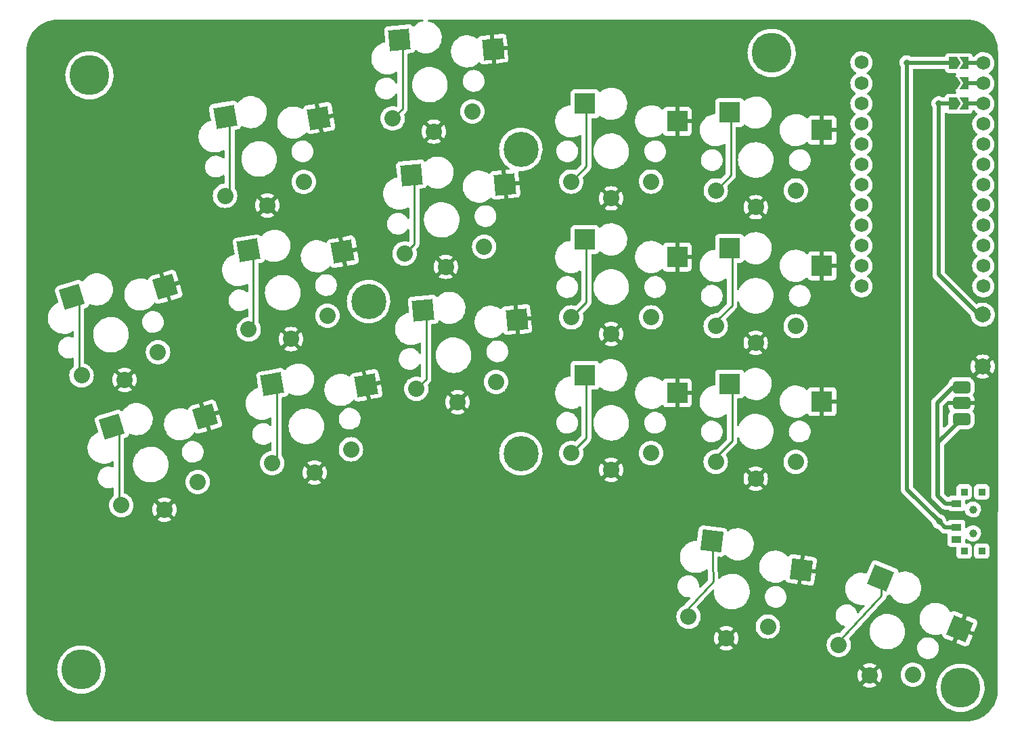
<source format=gbl>
%TF.GenerationSoftware,KiCad,Pcbnew,(6.0.4)*%
%TF.CreationDate,2022-07-31T17:14:54+02:00*%
%TF.ProjectId,konafa,6b6f6e61-6661-42e6-9b69-6361645f7063,v1.0.0*%
%TF.SameCoordinates,Original*%
%TF.FileFunction,Copper,L2,Bot*%
%TF.FilePolarity,Positive*%
%FSLAX46Y46*%
G04 Gerber Fmt 4.6, Leading zero omitted, Abs format (unit mm)*
G04 Created by KiCad (PCBNEW (6.0.4)) date 2022-07-31 17:14:54*
%MOMM*%
%LPD*%
G01*
G04 APERTURE LIST*
G04 Aperture macros list*
%AMRoundRect*
0 Rectangle with rounded corners*
0 $1 Rounding radius*
0 $2 $3 $4 $5 $6 $7 $8 $9 X,Y pos of 4 corners*
0 Add a 4 corners polygon primitive as box body*
4,1,4,$2,$3,$4,$5,$6,$7,$8,$9,$2,$3,0*
0 Add four circle primitives for the rounded corners*
1,1,$1+$1,$2,$3*
1,1,$1+$1,$4,$5*
1,1,$1+$1,$6,$7*
1,1,$1+$1,$8,$9*
0 Add four rect primitives between the rounded corners*
20,1,$1+$1,$2,$3,$4,$5,0*
20,1,$1+$1,$4,$5,$6,$7,0*
20,1,$1+$1,$6,$7,$8,$9,0*
20,1,$1+$1,$8,$9,$2,$3,0*%
%AMRotRect*
0 Rectangle, with rotation*
0 The origin of the aperture is its center*
0 $1 length*
0 $2 width*
0 $3 Rotation angle, in degrees counterclockwise*
0 Add horizontal line*
21,1,$1,$2,0,0,$3*%
%AMFreePoly0*
4,1,6,0.150000,0.000000,0.650000,-0.750000,-0.500000,-0.750000,-0.500000,0.750000,0.650000,0.750000,0.150000,0.000000,0.150000,0.000000,$1*%
%AMFreePoly1*
4,1,6,0.500000,-0.750000,-0.500000,-0.750000,-1.000000,0.000000,-0.500000,0.750000,0.500000,0.750000,0.500000,-0.750000,0.500000,-0.750000,$1*%
G04 Aperture macros list end*
%TA.AperFunction,ComponentPad*%
%ADD10C,5.000000*%
%TD*%
%TA.AperFunction,ComponentPad*%
%ADD11C,2.000000*%
%TD*%
%TA.AperFunction,ComponentPad*%
%ADD12C,2.032000*%
%TD*%
%TA.AperFunction,SMDPad,CuDef*%
%ADD13RotRect,2.600000X2.600000X10.000000*%
%TD*%
%TA.AperFunction,SMDPad,CuDef*%
%ADD14RotRect,2.600000X2.600000X5.000000*%
%TD*%
%TA.AperFunction,SMDPad,CuDef*%
%ADD15R,2.600000X2.600000*%
%TD*%
%TA.AperFunction,SMDPad,CuDef*%
%ADD16R,0.900000X0.900000*%
%TD*%
%TA.AperFunction,WasherPad*%
%ADD17C,1.000000*%
%TD*%
%TA.AperFunction,SMDPad,CuDef*%
%ADD18R,1.250000X0.900000*%
%TD*%
%TA.AperFunction,SMDPad,CuDef*%
%ADD19RotRect,2.600000X2.600000X338.000000*%
%TD*%
%TA.AperFunction,ComponentPad*%
%ADD20RoundRect,0.375000X-0.750000X0.375000X-0.750000X-0.375000X0.750000X-0.375000X0.750000X0.375000X0*%
%TD*%
%TA.AperFunction,SMDPad,CuDef*%
%ADD21RotRect,2.600000X2.600000X17.000000*%
%TD*%
%TA.AperFunction,SMDPad,CuDef*%
%ADD22RotRect,2.600000X2.600000X353.000000*%
%TD*%
%TA.AperFunction,ComponentPad*%
%ADD23C,1.752600*%
%TD*%
%TA.AperFunction,SMDPad,CuDef*%
%ADD24FreePoly0,180.000000*%
%TD*%
%TA.AperFunction,SMDPad,CuDef*%
%ADD25R,1.524000X0.500000*%
%TD*%
%TA.AperFunction,SMDPad,CuDef*%
%ADD26FreePoly1,180.000000*%
%TD*%
%TA.AperFunction,ComponentPad*%
%ADD27C,4.400000*%
%TD*%
%TA.AperFunction,ViaPad*%
%ADD28C,0.800000*%
%TD*%
%TA.AperFunction,Conductor*%
%ADD29C,0.250000*%
%TD*%
%TA.AperFunction,Conductor*%
%ADD30C,0.500000*%
%TD*%
G04 APERTURE END LIST*
D10*
%TO.P,,1,1*%
%TO.N,N/C*%
X159112791Y38507254D03*
%TD*%
%TO.P,,1,1*%
%TO.N,N/C*%
X49130791Y40793254D03*
%TD*%
%TO.P,,1,1*%
%TO.N,N/C*%
X135490791Y118009254D03*
%TD*%
%TO.P,,1,1*%
%TO.N,N/C*%
X50146791Y115215254D03*
%TD*%
D11*
%TO.P,B1,1*%
%TO.N,RST*%
X161906791Y85243254D03*
%TO.P,B1,2*%
%TO.N,GND*%
X161906791Y78743254D03*
%TD*%
D12*
%TO.P,S11,1*%
%TO.N,P3*%
X76971012Y101871038D03*
D13*
X67128657Y110035975D03*
D12*
X67122934Y100134557D03*
D13*
%TO.P,S11,2*%
%TO.N,GND*%
X78885214Y109875034D03*
D12*
X72411634Y98934701D03*
%TD*%
D14*
%TO.P,S15,1*%
%TO.N,P18*%
X90440528Y102756090D03*
D12*
X99533808Y93764406D03*
X89571861Y92892848D03*
D14*
%TO.P,S15,2*%
%TO.N,GND*%
X102138320Y101571110D03*
D12*
X94735862Y91236618D03*
%TD*%
D15*
%TO.P,S21,1*%
%TO.N,P16*%
X112149790Y94662254D03*
D12*
X110424791Y84912254D03*
X120424791Y84912254D03*
D15*
%TO.P,S21,2*%
%TO.N,GND*%
X123699791Y92462253D03*
D12*
X115424791Y82812254D03*
%TD*%
D16*
%TO.P,T2,*%
%TO.N,*%
X161779791Y55652254D03*
X161779791Y63052254D03*
X159579791Y55652254D03*
X159579791Y63052254D03*
D17*
X160679791Y60852254D03*
X160679791Y57852254D03*
D18*
%TO.P,T2,1*%
%TO.N,Braw*%
X158604791Y61602254D03*
%TO.P,T2,2*%
%TO.N,RAW*%
X158604791Y58602254D03*
%TO.P,T2,3*%
%TO.N,N/C*%
X158604791Y57102254D03*
%TD*%
D12*
%TO.P,S29,1*%
%TO.N,P20*%
X128505791Y83811491D03*
X138505791Y83811491D03*
D15*
X130230790Y93561491D03*
D12*
%TO.P,S29,2*%
%TO.N,GND*%
X133505791Y81711491D03*
D15*
X141780791Y91361490D03*
%TD*%
D12*
%TO.P,S33,1*%
%TO.N,P9*%
X153171728Y40156513D03*
D19*
X149151695Y52296426D03*
D12*
X143899890Y43902579D03*
%TO.P,S33,2*%
%TO.N,GND*%
X147749135Y40082460D03*
D19*
X159036535Y45929914D03*
%TD*%
D13*
%TO.P,S7,1*%
%TO.N,P5*%
X73032695Y76552511D03*
D12*
X73026972Y66651093D03*
X82875050Y68387574D03*
%TO.P,S7,2*%
%TO.N,GND*%
X78315672Y65451237D03*
D13*
X84789252Y76391570D03*
%TD*%
D20*
%TO.P,PAD1,1*%
%TO.N,Braw*%
X159239791Y72162254D03*
%TO.P,PAD1,2*%
%TO.N,GND*%
X159239791Y74162254D03*
%TO.P,PAD1,3*%
%TO.N,Braw*%
X159239791Y76162254D03*
%TD*%
D12*
%TO.P,S5,1*%
%TO.N,P6*%
X58734795Y80557863D03*
X49171748Y77634146D03*
D21*
X47970748Y87462459D03*
D12*
%TO.P,S5,2*%
%TO.N,GND*%
X54567252Y77087765D03*
D21*
X59659287Y88735481D03*
%TD*%
D15*
%TO.P,S27,1*%
%TO.N,P19*%
X130230790Y76561491D03*
D12*
X128505791Y66811491D03*
X138505791Y66811491D03*
D15*
%TO.P,S27,2*%
%TO.N,GND*%
X141780791Y74361490D03*
D12*
X133505791Y64711491D03*
%TD*%
D13*
%TO.P,S9,1*%
%TO.N,P4*%
X70080676Y93294243D03*
D12*
X79923031Y85129306D03*
X70074953Y83392825D03*
%TO.P,S9,2*%
%TO.N,GND*%
X75363653Y82192969D03*
D13*
X81837233Y93133302D03*
%TD*%
D14*
%TO.P,S13,1*%
%TO.N,P2*%
X91922176Y85820780D03*
D12*
X101015456Y76829096D03*
X91053509Y75957538D03*
D14*
%TO.P,S13,2*%
%TO.N,GND*%
X103619968Y84635800D03*
D12*
X96217510Y74301308D03*
%TD*%
D15*
%TO.P,S23,1*%
%TO.N,P21*%
X130238228Y110558987D03*
D12*
X128513229Y100808987D03*
X138513229Y100808987D03*
%TO.P,S23,2*%
%TO.N,GND*%
X133513229Y98708987D03*
D15*
X141788229Y108358986D03*
%TD*%
D12*
%TO.P,S17,1*%
%TO.N,P15*%
X98052161Y110699716D03*
D14*
X88958881Y119691400D03*
D12*
X88090214Y109828158D03*
%TO.P,S17,2*%
%TO.N,GND*%
X93254215Y108171928D03*
D14*
X100656673Y118506420D03*
%TD*%
D12*
%TO.P,S31,1*%
%TO.N,P8*%
X125107643Y47414380D03*
D22*
X128008010Y56881481D03*
D12*
X135033104Y46195687D03*
%TO.P,S31,2*%
%TO.N,GND*%
X129814448Y44720687D03*
D22*
X139203806Y53290287D03*
%TD*%
D23*
%TO.P,MCU1,*%
%TO.N,*%
X161977213Y114199254D03*
D24*
X159643690Y114199254D03*
D23*
X161977213Y111659254D03*
D25*
X160593690Y116739254D03*
D23*
X146737213Y111659254D03*
D25*
X160593690Y114199254D03*
X160593690Y111659254D03*
D24*
X159643690Y111659254D03*
X159643690Y116739254D03*
D23*
X146737213Y116823000D03*
X161977213Y116739254D03*
X146737213Y114199254D03*
D26*
%TO.P,MCU1,1*%
%TO.N,RAW*%
X158193690Y116739254D03*
%TO.P,MCU1,2*%
%TO.N,GND*%
X158193690Y114199254D03*
%TO.P,MCU1,3*%
%TO.N,RST*%
X158193690Y111659254D03*
D23*
%TO.P,MCU1,4*%
%TO.N,N/C*%
X146737213Y109119254D03*
%TO.P,MCU1,5*%
%TO.N,P21*%
X146737213Y106579254D03*
%TO.P,MCU1,6*%
%TO.N,P20*%
X146737213Y104039254D03*
%TO.P,MCU1,7*%
%TO.N,P19*%
X146737213Y101499254D03*
%TO.P,MCU1,8*%
%TO.N,P18*%
X146737213Y98959254D03*
%TO.P,MCU1,9*%
%TO.N,P15*%
X146737213Y96419254D03*
%TO.P,MCU1,10*%
%TO.N,P14*%
X146737213Y93879254D03*
%TO.P,MCU1,11*%
%TO.N,P16*%
X146737213Y91339254D03*
%TO.P,MCU1,12*%
%TO.N,P10*%
X146737213Y88799254D03*
%TO.P,MCU1,16*%
%TO.N,N/C*%
X161977213Y109119254D03*
%TO.P,MCU1,17*%
%TO.N,P2*%
X161977213Y106579254D03*
%TO.P,MCU1,18*%
%TO.N,P3*%
X161977213Y104039254D03*
%TO.P,MCU1,19*%
%TO.N,P4*%
X161977213Y101499254D03*
%TO.P,MCU1,20*%
%TO.N,P5*%
X161977213Y98959254D03*
%TO.P,MCU1,21*%
%TO.N,P6*%
X161977213Y96419254D03*
%TO.P,MCU1,22*%
%TO.N,P7*%
X161977213Y93879254D03*
%TO.P,MCU1,23*%
%TO.N,P8*%
X161977213Y91339254D03*
%TO.P,MCU1,24*%
%TO.N,P9*%
X161977213Y88799254D03*
%TD*%
D12*
%TO.P,S3,1*%
%TO.N,P7*%
X54142067Y61376965D03*
X63705114Y64300682D03*
D21*
X52941067Y71205278D03*
D12*
%TO.P,S3,2*%
%TO.N,GND*%
X59537571Y60830584D03*
D21*
X64629606Y72478300D03*
%TD*%
D27*
%TO.P,REF\u002A\u002A,1*%
%TO.N,N/C*%
X85071791Y86894254D03*
X104121791Y67844254D03*
X104121791Y105944254D03*
%TD*%
D12*
%TO.P,S23,1*%
%TO.N,P10*%
X110424791Y101912254D03*
X120424791Y101912254D03*
D15*
X112149790Y111662254D03*
%TO.P,S23,2*%
%TO.N,GND*%
X123699791Y109462253D03*
D12*
X115424791Y99812254D03*
%TD*%
%TO.P,S19,1*%
%TO.N,P14*%
X110424791Y67912254D03*
X120424791Y67912254D03*
D15*
X112149790Y77662254D03*
D12*
%TO.P,S19,2*%
%TO.N,GND*%
X115424791Y65812254D03*
D15*
X123699791Y75462253D03*
%TD*%
D28*
%TO.N,GND*%
X154304587Y114247138D03*
%TO.N,RAW*%
X152400000Y116809855D03*
X156445791Y59335254D03*
%TO.N,RST*%
X156389782Y111703058D03*
%TD*%
D29*
%TO.N,P6*%
X47655954Y88184596D02*
X48856953Y86983597D01*
X48856953Y86983597D02*
X48856953Y78356283D01*
D30*
%TO.N,GND*%
X154329345Y114222380D02*
X154352471Y114199254D01*
X154352471Y114199254D02*
X158193690Y114199254D01*
D29*
%TO.N,P5*%
X73590450Y67214571D02*
X73026972Y66651093D01*
X73032696Y76552511D02*
X73590450Y75994757D01*
X73590450Y75994757D02*
X73590450Y67214571D01*
%TO.N,P4*%
X70638431Y83956303D02*
X70074953Y83392825D01*
X70638431Y92736489D02*
X70638431Y83956303D01*
X70080677Y93294243D02*
X70638431Y92736489D01*
%TO.N,P3*%
X67686412Y100698035D02*
X67122934Y100134557D01*
X67128658Y110035975D02*
X67686412Y109478221D01*
X67686412Y109478221D02*
X67686412Y100698035D01*
%TO.N,P2*%
X92270004Y77174033D02*
X91053509Y75957538D01*
X91922177Y85820780D02*
X92270004Y85472953D01*
X92270004Y85472953D02*
X92270004Y77174033D01*
%TO.N,P18*%
X90788356Y94109343D02*
X89571861Y92892848D01*
X90440529Y102756090D02*
X90788356Y102408263D01*
X90788356Y102408263D02*
X90788356Y94109343D01*
%TO.N,P15*%
X89306709Y111044653D02*
X88090214Y109828158D01*
X89306709Y119343573D02*
X89306709Y111044653D01*
X88958882Y119691400D02*
X89306709Y119343573D01*
%TO.N,P14*%
X112299312Y78055712D02*
X112299312Y69786775D01*
X112299312Y69786775D02*
X110424791Y67912254D01*
%TO.N,P16*%
X112299312Y95055712D02*
X112299312Y86786775D01*
X112299312Y86786775D02*
X110424791Y84912254D01*
%TO.N,P10*%
X112299312Y103786775D02*
X110424791Y101912254D01*
X112299312Y112055712D02*
X112299312Y103786775D01*
%TO.N,P19*%
X130546753Y69408510D02*
X128352512Y67214269D01*
X130546753Y76495028D02*
X130546753Y69408510D01*
%TO.N,P20*%
X130546753Y93495028D02*
X130546753Y86408510D01*
X128923497Y84785254D02*
X128492087Y84785254D01*
X130546753Y86408510D02*
X128923497Y84785254D01*
%TO.N,P21*%
X130387750Y102683508D02*
X128513229Y100808987D01*
X130387750Y110952445D02*
X130387750Y102683508D01*
%TO.N,P7*%
X52626273Y71927415D02*
X53827272Y70726416D01*
X53827272Y70726416D02*
X53827272Y62099102D01*
%TO.N,P8*%
X125070101Y48489448D02*
X125107643Y47414379D01*
X128184442Y51829169D02*
X125070101Y48489448D01*
X128008011Y56881480D02*
X128184442Y51829169D01*
%TO.N,P9*%
X149151696Y52296425D02*
X149230549Y50038366D01*
X149230549Y50038366D02*
X143885774Y44306797D01*
X143885774Y44306797D02*
X143899890Y43902579D01*
D30*
%TO.N,RAW*%
X158193690Y116739254D02*
X158123089Y116809855D01*
X157178791Y58602254D02*
X156445791Y59335254D01*
X158123089Y116809855D02*
X152400000Y116809855D01*
X152400000Y116809855D02*
X152400000Y63381045D01*
X152400000Y63381045D02*
X156445791Y59335254D01*
X158223791Y58602254D02*
X157178791Y58602254D01*
%TO.N,RST*%
X156433586Y111659254D02*
X158193690Y111659254D01*
X161398791Y85243254D02*
X156389782Y90252263D01*
X161906791Y85243254D02*
X161398791Y85243254D01*
X156389782Y90252263D02*
X156389782Y111703058D01*
X156389782Y111703058D02*
X156433586Y111659254D01*
%TO.N,Braw*%
X158159791Y76162254D02*
X156191791Y74194254D01*
X156191791Y74194254D02*
X156191791Y62637254D01*
X156318791Y69241254D02*
X156318791Y62510254D01*
X156191791Y62637254D02*
X156318791Y62510254D01*
X156318791Y62510254D02*
X157226791Y61602254D01*
X159239791Y72162254D02*
X156318791Y69241254D01*
X159239791Y76162254D02*
X158159791Y76162254D01*
X157226791Y61602254D02*
X158223791Y61602254D01*
%TD*%
%TA.AperFunction,Conductor*%
%TO.N,GND*%
G36*
X61581927Y122202230D02*
G01*
X91828333Y122201468D01*
X91896453Y122181464D01*
X91942945Y122127807D01*
X91953047Y122057533D01*
X91923552Y121992953D01*
X91863825Y121954571D01*
X91854539Y121952224D01*
X91666449Y121912244D01*
X91662320Y121910741D01*
X91662316Y121910740D01*
X91406638Y121817681D01*
X91406634Y121817679D01*
X91402493Y121816172D01*
X91154477Y121684299D01*
X91150918Y121681713D01*
X91150916Y121681712D01*
X90997375Y121570158D01*
X90927227Y121519193D01*
X90762341Y121359964D01*
X90761885Y121359524D01*
X90698988Y121326592D01*
X90628272Y121332892D01*
X90570624Y121379370D01*
X90568030Y121384795D01*
X90531879Y121425157D01*
X90476840Y121486608D01*
X90476837Y121486610D01*
X90470850Y121493295D01*
X90347124Y121570158D01*
X90206798Y121609206D01*
X90198897Y121609372D01*
X90198894Y121609372D01*
X90147676Y121610445D01*
X90147667Y121610445D01*
X90144264Y121610516D01*
X87458256Y121375520D01*
X87396899Y121363372D01*
X87389771Y121359964D01*
X87389770Y121359964D01*
X87319963Y121326592D01*
X87265486Y121300549D01*
X87258802Y121294562D01*
X87258800Y121294561D01*
X87163673Y121209359D01*
X87163671Y121209356D01*
X87156986Y121203369D01*
X87080123Y121079643D01*
X87041075Y120939317D01*
X87040909Y120931416D01*
X87040909Y120931413D01*
X87039955Y120885838D01*
X87039765Y120876783D01*
X87154554Y119564749D01*
X87163817Y119458872D01*
X87149828Y119389267D01*
X87100428Y119338274D01*
X87064493Y119324643D01*
X86929380Y119295923D01*
X86877219Y119284836D01*
X86873090Y119283333D01*
X86873086Y119283332D01*
X86617408Y119190273D01*
X86617404Y119190271D01*
X86613263Y119188764D01*
X86365247Y119056891D01*
X86361688Y119054305D01*
X86361686Y119054304D01*
X86260547Y118980822D01*
X86137997Y118891785D01*
X86134833Y118888729D01*
X86134830Y118888727D01*
X86095714Y118850953D01*
X85935937Y118696658D01*
X85763001Y118475309D01*
X85760805Y118471505D01*
X85760800Y118471498D01*
X85688127Y118345624D01*
X85622553Y118232046D01*
X85517327Y117971603D01*
X85516262Y117967330D01*
X85516261Y117967328D01*
X85452163Y117710244D01*
X85449372Y117699051D01*
X85448913Y117694683D01*
X85448912Y117694678D01*
X85420470Y117424063D01*
X85420011Y117419694D01*
X85420164Y117415306D01*
X85420164Y117415300D01*
X85428332Y117181411D01*
X85429814Y117138969D01*
X85430576Y117134646D01*
X85430577Y117134639D01*
X85446419Y117044798D01*
X85478591Y116862340D01*
X85565392Y116595192D01*
X85567320Y116591239D01*
X85567322Y116591234D01*
X85595003Y116534480D01*
X85688529Y116342725D01*
X85690984Y116339086D01*
X85690987Y116339080D01*
X85739112Y116267732D01*
X85845604Y116109851D01*
X86033560Y115901105D01*
X86036922Y115898284D01*
X86036923Y115898283D01*
X86080063Y115862084D01*
X86248739Y115720548D01*
X86486953Y115571696D01*
X86644658Y115501481D01*
X86736303Y115460678D01*
X86743564Y115457445D01*
X86747792Y115456233D01*
X86747791Y115456233D01*
X87008662Y115381430D01*
X87013579Y115380020D01*
X87017929Y115379409D01*
X87017932Y115379408D01*
X87120879Y115364940D01*
X87291741Y115340927D01*
X87502335Y115340927D01*
X87504521Y115341080D01*
X87504525Y115341080D01*
X87708016Y115355309D01*
X87708021Y115355310D01*
X87712401Y115355616D01*
X87987159Y115414018D01*
X87991288Y115415521D01*
X87991292Y115415522D01*
X88246970Y115508581D01*
X88246974Y115508583D01*
X88251115Y115510090D01*
X88488056Y115636074D01*
X88557593Y115650394D01*
X88623833Y115624847D01*
X88665746Y115567542D01*
X88673209Y115524823D01*
X88673209Y114313740D01*
X88653207Y114245619D01*
X88599551Y114199126D01*
X88529277Y114189022D01*
X88464697Y114218516D01*
X88439490Y114248375D01*
X88366047Y114369406D01*
X88366046Y114369407D01*
X88363278Y114373969D01*
X88317952Y114426203D01*
X88215578Y114544179D01*
X88215576Y114544181D01*
X88212078Y114548212D01*
X88125022Y114619594D01*
X88037810Y114691104D01*
X88037804Y114691108D01*
X88033682Y114694488D01*
X87833190Y114808614D01*
X87828174Y114810435D01*
X87828169Y114810437D01*
X87621350Y114885509D01*
X87621346Y114885510D01*
X87616335Y114887329D01*
X87611086Y114888278D01*
X87611083Y114888279D01*
X87393402Y114927642D01*
X87393395Y114927643D01*
X87389318Y114928380D01*
X87371581Y114929216D01*
X87366633Y114929450D01*
X87366626Y114929450D01*
X87365145Y114929520D01*
X87203000Y114929520D01*
X87136044Y114923839D01*
X87036363Y114915381D01*
X87036359Y114915380D01*
X87031052Y114914930D01*
X87025897Y114913592D01*
X87025891Y114913591D01*
X86812922Y114858315D01*
X86812918Y114858314D01*
X86807753Y114856973D01*
X86802887Y114854781D01*
X86802884Y114854780D01*
X86602276Y114764413D01*
X86597410Y114762221D01*
X86592990Y114759245D01*
X86592986Y114759243D01*
X86505466Y114700320D01*
X86406040Y114633382D01*
X86239113Y114474142D01*
X86231988Y114464566D01*
X86104826Y114293653D01*
X86101404Y114289054D01*
X86098989Y114284304D01*
X86044302Y114176742D01*
X85996848Y114083408D01*
X85975776Y114015546D01*
X85930020Y113868190D01*
X85930019Y113868184D01*
X85928436Y113863087D01*
X85918587Y113788772D01*
X85900346Y113651142D01*
X85898125Y113634388D01*
X85898325Y113629058D01*
X85898325Y113629057D01*
X85901088Y113555448D01*
X85906779Y113403852D01*
X85954153Y113178070D01*
X85956111Y113173111D01*
X85956112Y113173109D01*
X85971192Y113134925D01*
X86038892Y112963498D01*
X86158572Y112766271D01*
X86162069Y112762241D01*
X86304170Y112598484D01*
X86309772Y112592028D01*
X86340448Y112566875D01*
X86484040Y112449136D01*
X86484046Y112449132D01*
X86488168Y112445752D01*
X86688660Y112331626D01*
X86693676Y112329805D01*
X86693681Y112329803D01*
X86900500Y112254731D01*
X86900504Y112254730D01*
X86905515Y112252911D01*
X86910764Y112251962D01*
X86910767Y112251961D01*
X87128448Y112212598D01*
X87128455Y112212597D01*
X87132532Y112211860D01*
X87150269Y112211024D01*
X87155217Y112210790D01*
X87155224Y112210790D01*
X87156705Y112210720D01*
X87318850Y112210720D01*
X87385806Y112216401D01*
X87485487Y112224859D01*
X87485491Y112224860D01*
X87490798Y112225310D01*
X87495953Y112226648D01*
X87495959Y112226649D01*
X87708928Y112281925D01*
X87708932Y112281926D01*
X87714097Y112283267D01*
X87718963Y112285459D01*
X87718966Y112285460D01*
X87919574Y112375827D01*
X87924440Y112378019D01*
X87928860Y112380995D01*
X87928864Y112380997D01*
X88034596Y112452181D01*
X88115810Y112506858D01*
X88282737Y112666098D01*
X88341944Y112745675D01*
X88417262Y112846906D01*
X88417264Y112846909D01*
X88420446Y112851186D01*
X88434892Y112879599D01*
X88483596Y112931257D01*
X88552496Y112948383D01*
X88619717Y112925540D01*
X88663918Y112869981D01*
X88673209Y112822494D01*
X88673209Y111415843D01*
X88653207Y111347722D01*
X88599551Y111301229D01*
X88529277Y111291125D01*
X88517795Y111293324D01*
X88334249Y111337390D01*
X88334243Y111337391D01*
X88329436Y111338545D01*
X88090214Y111357372D01*
X87850992Y111338545D01*
X87846185Y111337391D01*
X87846179Y111337390D01*
X87728066Y111309033D01*
X87617661Y111282527D01*
X87613090Y111280634D01*
X87613088Y111280633D01*
X87400537Y111192592D01*
X87400535Y111192591D01*
X87395965Y111190698D01*
X87191365Y111065318D01*
X87187598Y111062101D01*
X87187597Y111062100D01*
X87097180Y110984877D01*
X87008896Y110909476D01*
X87005683Y110905714D01*
X86923589Y110809593D01*
X86853054Y110727007D01*
X86727674Y110522407D01*
X86725781Y110517837D01*
X86725780Y110517835D01*
X86657041Y110351884D01*
X86635845Y110300711D01*
X86624194Y110252180D01*
X86580982Y110072193D01*
X86580981Y110072187D01*
X86579827Y110067380D01*
X86561000Y109828158D01*
X86579827Y109588936D01*
X86580981Y109584129D01*
X86580982Y109584123D01*
X86607102Y109475326D01*
X86635845Y109355605D01*
X86637738Y109351034D01*
X86637739Y109351032D01*
X86717556Y109158337D01*
X86727674Y109133909D01*
X86853054Y108929309D01*
X86856271Y108925542D01*
X86856272Y108925541D01*
X86924144Y108846073D01*
X87008896Y108746840D01*
X87012658Y108743627D01*
X87185127Y108596326D01*
X87191365Y108590998D01*
X87395965Y108465618D01*
X87400535Y108463725D01*
X87400537Y108463724D01*
X87555866Y108399385D01*
X87617661Y108373789D01*
X87687555Y108357009D01*
X87846179Y108318926D01*
X87846185Y108318925D01*
X87850992Y108317771D01*
X88090214Y108298944D01*
X88329436Y108317771D01*
X88334243Y108318925D01*
X88334249Y108318926D01*
X88492873Y108357009D01*
X88562767Y108373789D01*
X88624562Y108399385D01*
X88779891Y108463724D01*
X88779893Y108463725D01*
X88784463Y108465618D01*
X88989063Y108590998D01*
X88995302Y108596326D01*
X89167770Y108743627D01*
X89171532Y108746840D01*
X89256284Y108846073D01*
X89324156Y108925541D01*
X89324157Y108925542D01*
X89327374Y108929309D01*
X89452754Y109133909D01*
X89462873Y109158337D01*
X89542689Y109351032D01*
X89542690Y109351034D01*
X89544583Y109355605D01*
X89559005Y109415675D01*
X92374672Y109415675D01*
X92378456Y109406897D01*
X93241403Y108543950D01*
X93255347Y108536336D01*
X93257180Y108536467D01*
X93263795Y108540718D01*
X94126931Y109403854D01*
X94133691Y109416234D01*
X94127964Y109423884D01*
X93952456Y109531435D01*
X93943662Y109535916D01*
X93731186Y109623926D01*
X93721801Y109626975D01*
X93498171Y109680665D01*
X93488424Y109682208D01*
X93259145Y109700253D01*
X93249285Y109700253D01*
X93020006Y109682208D01*
X93010259Y109680665D01*
X92786629Y109626975D01*
X92777244Y109623926D01*
X92564768Y109535916D01*
X92555974Y109531435D01*
X92384132Y109426131D01*
X92374672Y109415675D01*
X89559005Y109415675D01*
X89573326Y109475326D01*
X89599446Y109584123D01*
X89599447Y109584129D01*
X89600601Y109588936D01*
X89619428Y109828158D01*
X89600601Y110067380D01*
X89599447Y110072187D01*
X89599446Y110072193D01*
X89544583Y110300711D01*
X89546818Y110301248D01*
X89545012Y110362678D01*
X89577804Y110419843D01*
X89698962Y110541001D01*
X89707248Y110548541D01*
X89713727Y110552653D01*
X89760353Y110602305D01*
X89763107Y110605146D01*
X89782844Y110624883D01*
X89785324Y110628080D01*
X89793029Y110637102D01*
X89808491Y110653567D01*
X89823295Y110669332D01*
X89827114Y110676278D01*
X89827116Y110676281D01*
X89833057Y110687087D01*
X89841353Y110699716D01*
X96522947Y110699716D01*
X96541774Y110460494D01*
X96542928Y110455687D01*
X96542929Y110455681D01*
X96565550Y110361459D01*
X96597792Y110227163D01*
X96599685Y110222592D01*
X96599686Y110222590D01*
X96680590Y110027271D01*
X96689621Y110005467D01*
X96815001Y109800867D01*
X96818218Y109797100D01*
X96818219Y109797099D01*
X96940124Y109654366D01*
X96970843Y109618398D01*
X96974605Y109615185D01*
X97102003Y109506378D01*
X97153312Y109462556D01*
X97357912Y109337176D01*
X97362482Y109335283D01*
X97362484Y109335282D01*
X97575035Y109247241D01*
X97579608Y109245347D01*
X97618254Y109236069D01*
X97808126Y109190484D01*
X97808132Y109190483D01*
X97812939Y109189329D01*
X98052161Y109170502D01*
X98291383Y109189329D01*
X98296190Y109190483D01*
X98296196Y109190484D01*
X98486068Y109236069D01*
X98524714Y109245347D01*
X98529287Y109247241D01*
X98741838Y109335282D01*
X98741840Y109335283D01*
X98746410Y109337176D01*
X98951010Y109462556D01*
X99002320Y109506378D01*
X99032928Y109532520D01*
X108412613Y109532520D01*
X108412766Y109528132D01*
X108412766Y109528126D01*
X108422219Y109257442D01*
X108422416Y109251795D01*
X108423178Y109247472D01*
X108423179Y109247465D01*
X108454161Y109071759D01*
X108471193Y108975166D01*
X108557994Y108708018D01*
X108559922Y108704065D01*
X108559924Y108704060D01*
X108598445Y108625082D01*
X108681131Y108455551D01*
X108683586Y108451912D01*
X108683589Y108451906D01*
X108713053Y108408224D01*
X108838206Y108222677D01*
X108841151Y108219406D01*
X108841152Y108219405D01*
X108924839Y108126461D01*
X109026162Y108013931D01*
X109241341Y107833374D01*
X109479555Y107684522D01*
X109598505Y107631562D01*
X109688070Y107591685D01*
X109736166Y107570271D01*
X110006181Y107492846D01*
X110010531Y107492235D01*
X110010534Y107492234D01*
X110079932Y107482481D01*
X110284343Y107453753D01*
X110494937Y107453753D01*
X110497123Y107453906D01*
X110497127Y107453906D01*
X110700618Y107468135D01*
X110700623Y107468136D01*
X110705003Y107468442D01*
X110979761Y107526844D01*
X110983890Y107528347D01*
X110983894Y107528348D01*
X111239572Y107621407D01*
X111239576Y107621409D01*
X111243717Y107622916D01*
X111311069Y107658728D01*
X111480658Y107748900D01*
X111550196Y107763220D01*
X111616437Y107737672D01*
X111658349Y107680368D01*
X111665812Y107637649D01*
X111665812Y104101369D01*
X111645810Y104033248D01*
X111628907Y104012274D01*
X111016477Y103399844D01*
X110954165Y103365818D01*
X110897830Y103368647D01*
X110897344Y103366623D01*
X110668826Y103421486D01*
X110668820Y103421487D01*
X110664013Y103422641D01*
X110424791Y103441468D01*
X110185569Y103422641D01*
X110180762Y103421487D01*
X110180756Y103421486D01*
X110050272Y103390159D01*
X109952238Y103366623D01*
X109947667Y103364730D01*
X109947665Y103364729D01*
X109735114Y103276688D01*
X109735112Y103276687D01*
X109730542Y103274794D01*
X109525942Y103149414D01*
X109522175Y103146197D01*
X109522174Y103146196D01*
X109409973Y103050368D01*
X109343473Y102993572D01*
X109340260Y102989810D01*
X109223687Y102853319D01*
X109187631Y102811103D01*
X109062251Y102606503D01*
X109060358Y102601933D01*
X109060357Y102601931D01*
X108972876Y102390732D01*
X108970422Y102384807D01*
X108962171Y102350439D01*
X108915559Y102156289D01*
X108915558Y102156283D01*
X108914404Y102151476D01*
X108895577Y101912254D01*
X108914404Y101673032D01*
X108915558Y101668225D01*
X108915559Y101668219D01*
X108947257Y101536188D01*
X108970422Y101439701D01*
X108972315Y101435130D01*
X108972316Y101435128D01*
X109053915Y101238131D01*
X109062251Y101218005D01*
X109187631Y101013405D01*
X109190848Y101009638D01*
X109190849Y101009637D01*
X109226051Y100968421D01*
X109343473Y100830936D01*
X109347235Y100827723D01*
X109514379Y100684970D01*
X109525942Y100675094D01*
X109730542Y100549714D01*
X109735112Y100547821D01*
X109735114Y100547820D01*
X109939826Y100463026D01*
X109952238Y100457885D01*
X110005987Y100444981D01*
X110180756Y100403022D01*
X110180762Y100403021D01*
X110185569Y100401867D01*
X110424791Y100383040D01*
X110664013Y100401867D01*
X110668820Y100403021D01*
X110668826Y100403022D01*
X110843595Y100444981D01*
X110897344Y100457885D01*
X110909756Y100463026D01*
X111114468Y100547820D01*
X111114470Y100547821D01*
X111119040Y100549714D01*
X111323640Y100675094D01*
X111335204Y100684970D01*
X111502347Y100827723D01*
X111506109Y100830936D01*
X111623531Y100968421D01*
X111658733Y101009637D01*
X111658734Y101009638D01*
X111661951Y101013405D01*
X111688054Y101056001D01*
X114545248Y101056001D01*
X114549032Y101047223D01*
X115411979Y100184276D01*
X115425923Y100176662D01*
X115427756Y100176793D01*
X115434371Y100181044D01*
X116297507Y101044180D01*
X116304267Y101056560D01*
X116298540Y101064210D01*
X116123032Y101171761D01*
X116114238Y101176242D01*
X115901762Y101264252D01*
X115892377Y101267301D01*
X115668747Y101320991D01*
X115659000Y101322534D01*
X115429721Y101340579D01*
X115419861Y101340579D01*
X115190582Y101322534D01*
X115180835Y101320991D01*
X114957205Y101267301D01*
X114947820Y101264252D01*
X114735344Y101176242D01*
X114726550Y101171761D01*
X114554708Y101066457D01*
X114545248Y101056001D01*
X111688054Y101056001D01*
X111787331Y101218005D01*
X111795668Y101238131D01*
X111877266Y101435128D01*
X111877267Y101435130D01*
X111879160Y101439701D01*
X111902325Y101536188D01*
X111934023Y101668219D01*
X111934024Y101668225D01*
X111935178Y101673032D01*
X111954005Y101912254D01*
X118895577Y101912254D01*
X118914404Y101673032D01*
X118915558Y101668225D01*
X118915559Y101668219D01*
X118947257Y101536188D01*
X118970422Y101439701D01*
X118972315Y101435130D01*
X118972316Y101435128D01*
X119053915Y101238131D01*
X119062251Y101218005D01*
X119187631Y101013405D01*
X119190848Y101009638D01*
X119190849Y101009637D01*
X119226051Y100968421D01*
X119343473Y100830936D01*
X119347235Y100827723D01*
X119514379Y100684970D01*
X119525942Y100675094D01*
X119730542Y100549714D01*
X119735112Y100547821D01*
X119735114Y100547820D01*
X119939826Y100463026D01*
X119952238Y100457885D01*
X120005987Y100444981D01*
X120180756Y100403022D01*
X120180762Y100403021D01*
X120185569Y100401867D01*
X120424791Y100383040D01*
X120664013Y100401867D01*
X120668820Y100403021D01*
X120668826Y100403022D01*
X120843595Y100444981D01*
X120897344Y100457885D01*
X120909756Y100463026D01*
X121114468Y100547820D01*
X121114470Y100547821D01*
X121119040Y100549714D01*
X121323640Y100675094D01*
X121335204Y100684970D01*
X121502347Y100827723D01*
X121506109Y100830936D01*
X121623531Y100968421D01*
X121658733Y101009637D01*
X121658734Y101009638D01*
X121661951Y101013405D01*
X121787331Y101218005D01*
X121795668Y101238131D01*
X121877266Y101435128D01*
X121877267Y101435130D01*
X121879160Y101439701D01*
X121902325Y101536188D01*
X121934023Y101668219D01*
X121934024Y101668225D01*
X121935178Y101673032D01*
X121954005Y101912254D01*
X121935178Y102151476D01*
X121934024Y102156283D01*
X121934023Y102156289D01*
X121887411Y102350439D01*
X121879160Y102384807D01*
X121876706Y102390732D01*
X121789225Y102601931D01*
X121789224Y102601933D01*
X121787331Y102606503D01*
X121661951Y102811103D01*
X121625896Y102853319D01*
X121509322Y102989810D01*
X121506109Y102993572D01*
X121439609Y103050368D01*
X121327408Y103146196D01*
X121327407Y103146197D01*
X121323640Y103149414D01*
X121119040Y103274794D01*
X121114470Y103276687D01*
X121114468Y103276688D01*
X120901917Y103364729D01*
X120901915Y103364730D01*
X120897344Y103366623D01*
X120799310Y103390159D01*
X120668826Y103421486D01*
X120668820Y103421487D01*
X120664013Y103422641D01*
X120424791Y103441468D01*
X120185569Y103422641D01*
X120180762Y103421487D01*
X120180756Y103421486D01*
X120050272Y103390159D01*
X119952238Y103366623D01*
X119947667Y103364730D01*
X119947665Y103364729D01*
X119735114Y103276688D01*
X119735112Y103276687D01*
X119730542Y103274794D01*
X119525942Y103149414D01*
X119522175Y103146197D01*
X119522174Y103146196D01*
X119409973Y103050368D01*
X119343473Y102993572D01*
X119340260Y102989810D01*
X119223687Y102853319D01*
X119187631Y102811103D01*
X119062251Y102606503D01*
X119060358Y102601933D01*
X119060357Y102601931D01*
X118972876Y102390732D01*
X118970422Y102384807D01*
X118962171Y102350439D01*
X118915559Y102156289D01*
X118915558Y102156283D01*
X118914404Y102151476D01*
X118895577Y101912254D01*
X111954005Y101912254D01*
X111935178Y102151476D01*
X111934024Y102156283D01*
X111934023Y102156289D01*
X111879160Y102384807D01*
X111881395Y102385344D01*
X111879589Y102446774D01*
X111912381Y102503940D01*
X112281627Y102873185D01*
X112691570Y103283128D01*
X112699849Y103290662D01*
X112706330Y103294775D01*
X112752956Y103344427D01*
X112755710Y103347268D01*
X112775447Y103367005D01*
X112777927Y103370202D01*
X112785632Y103379224D01*
X112788063Y103381813D01*
X112815898Y103411454D01*
X112819717Y103418400D01*
X112819719Y103418403D01*
X112825660Y103429209D01*
X112836511Y103445728D01*
X112844070Y103455474D01*
X112848926Y103461734D01*
X112852071Y103469003D01*
X112852074Y103469007D01*
X112866486Y103502312D01*
X112871703Y103512962D01*
X112893007Y103551715D01*
X112895039Y103559627D01*
X112898045Y103571337D01*
X112904449Y103590041D01*
X112909345Y103601355D01*
X112909345Y103601356D01*
X112912493Y103608630D01*
X112913732Y103616453D01*
X112913735Y103616463D01*
X112919411Y103652299D01*
X112921817Y103663919D01*
X112930840Y103699064D01*
X112930840Y103699065D01*
X112932812Y103706745D01*
X112932812Y103726999D01*
X112934363Y103746710D01*
X112936292Y103758889D01*
X112937532Y103766718D01*
X112933371Y103810737D01*
X112932812Y103822594D01*
X112932812Y105665595D01*
X113197305Y105665595D01*
X113197668Y105661447D01*
X113197668Y105661443D01*
X113210141Y105518881D01*
X113223043Y105371405D01*
X113223953Y105367333D01*
X113223954Y105367328D01*
X113286179Y105088949D01*
X113287463Y105083204D01*
X113288906Y105079281D01*
X113288907Y105079279D01*
X113315870Y105005998D01*
X113389435Y104806055D01*
X113391382Y104802362D01*
X113391383Y104802360D01*
X113456666Y104678540D01*
X113527165Y104544827D01*
X113554872Y104505839D01*
X113695810Y104307519D01*
X113695815Y104307513D01*
X113698234Y104304109D01*
X113701078Y104301059D01*
X113701083Y104301053D01*
X113822146Y104171229D01*
X113899637Y104088130D01*
X114127836Y103900686D01*
X114378820Y103745069D01*
X114382637Y103743353D01*
X114382640Y103743352D01*
X114419027Y103726999D01*
X114648181Y103624013D01*
X114931186Y103539646D01*
X114935306Y103538993D01*
X114935308Y103538993D01*
X115219383Y103493999D01*
X115219389Y103493998D01*
X115222864Y103493448D01*
X115247423Y103492333D01*
X115313808Y103489318D01*
X115313829Y103489318D01*
X115315228Y103489254D01*
X115499692Y103489254D01*
X115719455Y103503851D01*
X115723554Y103504677D01*
X115723558Y103504678D01*
X115896981Y103539646D01*
X116008942Y103562221D01*
X116288166Y103658366D01*
X116457880Y103743352D01*
X116548486Y103788724D01*
X116548488Y103788725D01*
X116552222Y103790595D01*
X116796469Y103956586D01*
X116849507Y104004007D01*
X116996778Y104135683D01*
X117016618Y104153422D01*
X117029554Y104168515D01*
X117206080Y104374470D01*
X117206083Y104374474D01*
X117208800Y104377644D01*
X117211074Y104381146D01*
X117211078Y104381151D01*
X117367361Y104621805D01*
X117367364Y104621810D01*
X117369640Y104625315D01*
X117376840Y104640477D01*
X117443314Y104780473D01*
X117496310Y104892082D01*
X117497781Y104896662D01*
X117585306Y105169271D01*
X117585306Y105169272D01*
X117586586Y105173258D01*
X117609952Y105303121D01*
X117638142Y105459795D01*
X117638143Y105459800D01*
X117638881Y105463904D01*
X117640917Y105508724D01*
X117652088Y105754743D01*
X117652088Y105754748D01*
X117652277Y105758913D01*
X117650737Y105776522D01*
X119561991Y105776522D01*
X119562191Y105771192D01*
X119562191Y105771191D01*
X119566043Y105668573D01*
X119570645Y105545986D01*
X119618019Y105320204D01*
X119619977Y105315245D01*
X119619978Y105315243D01*
X119645459Y105250721D01*
X119702758Y105105632D01*
X119822438Y104908405D01*
X119825935Y104904375D01*
X119963017Y104746402D01*
X119973638Y104734162D01*
X119977769Y104730775D01*
X120147906Y104591270D01*
X120147912Y104591266D01*
X120152034Y104587886D01*
X120352526Y104473760D01*
X120357542Y104471939D01*
X120357547Y104471937D01*
X120564366Y104396865D01*
X120564370Y104396864D01*
X120569381Y104395045D01*
X120574630Y104394096D01*
X120574633Y104394095D01*
X120792314Y104354732D01*
X120792321Y104354731D01*
X120796398Y104353994D01*
X120814135Y104353158D01*
X120819083Y104352924D01*
X120819090Y104352924D01*
X120820571Y104352854D01*
X120982716Y104352854D01*
X121058107Y104359251D01*
X121149353Y104366993D01*
X121149357Y104366994D01*
X121154664Y104367444D01*
X121159819Y104368782D01*
X121159825Y104368783D01*
X121372794Y104424059D01*
X121372798Y104424060D01*
X121377963Y104425401D01*
X121382829Y104427593D01*
X121382832Y104427594D01*
X121583440Y104517961D01*
X121588306Y104520153D01*
X121592726Y104523129D01*
X121592730Y104523131D01*
X121739294Y104621805D01*
X121779676Y104648992D01*
X121805110Y104673255D01*
X126650429Y104673255D01*
X126650629Y104667925D01*
X126650629Y104667924D01*
X126654578Y104562724D01*
X126659083Y104442719D01*
X126706457Y104216937D01*
X126708415Y104211978D01*
X126708416Y104211976D01*
X126710748Y104206071D01*
X126791196Y104002365D01*
X126910876Y103805138D01*
X126914373Y103801108D01*
X127043503Y103652299D01*
X127062076Y103630895D01*
X127076666Y103618932D01*
X127236344Y103488003D01*
X127236350Y103487999D01*
X127240472Y103484619D01*
X127440964Y103370493D01*
X127445980Y103368672D01*
X127445985Y103368670D01*
X127652804Y103293598D01*
X127652808Y103293597D01*
X127657819Y103291778D01*
X127663068Y103290829D01*
X127663071Y103290828D01*
X127880752Y103251465D01*
X127880759Y103251464D01*
X127884836Y103250727D01*
X127902573Y103249891D01*
X127907521Y103249657D01*
X127907528Y103249657D01*
X127909009Y103249587D01*
X128071154Y103249587D01*
X128145649Y103255908D01*
X128237791Y103263726D01*
X128237795Y103263727D01*
X128243102Y103264177D01*
X128248257Y103265515D01*
X128248263Y103265516D01*
X128461232Y103320792D01*
X128461236Y103320793D01*
X128466401Y103322134D01*
X128471267Y103324326D01*
X128471270Y103324327D01*
X128671878Y103414694D01*
X128676744Y103416886D01*
X128681164Y103419862D01*
X128681168Y103419864D01*
X128827732Y103518538D01*
X128868114Y103545725D01*
X129035041Y103704965D01*
X129069094Y103750734D01*
X129169566Y103885773D01*
X129169568Y103885776D01*
X129172750Y103890053D01*
X129227534Y103997804D01*
X129274887Y104090941D01*
X129274887Y104090942D01*
X129277306Y104095699D01*
X129329584Y104264061D01*
X129344134Y104310917D01*
X129344135Y104310923D01*
X129345718Y104316020D01*
X129362510Y104442719D01*
X129375329Y104539434D01*
X129375329Y104539439D01*
X129376029Y104544719D01*
X129375212Y104566498D01*
X129369858Y104709098D01*
X129367375Y104775255D01*
X129320001Y105001037D01*
X129317144Y105008273D01*
X129272122Y105122275D01*
X129235262Y105215609D01*
X129138198Y105375566D01*
X129118351Y105408273D01*
X129118350Y105408274D01*
X129115582Y105412836D01*
X129026994Y105514925D01*
X128967882Y105583046D01*
X128967880Y105583048D01*
X128964382Y105587079D01*
X128868625Y105665595D01*
X128790114Y105729971D01*
X128790108Y105729975D01*
X128785986Y105733355D01*
X128585494Y105847481D01*
X128580478Y105849302D01*
X128580473Y105849304D01*
X128373654Y105924376D01*
X128373650Y105924377D01*
X128368639Y105926196D01*
X128363390Y105927145D01*
X128363387Y105927146D01*
X128145706Y105966509D01*
X128145699Y105966510D01*
X128141622Y105967247D01*
X128123885Y105968083D01*
X128118937Y105968317D01*
X128118930Y105968317D01*
X128117449Y105968387D01*
X127955304Y105968387D01*
X127888348Y105962706D01*
X127788667Y105954248D01*
X127788663Y105954247D01*
X127783356Y105953797D01*
X127778201Y105952459D01*
X127778195Y105952458D01*
X127565226Y105897182D01*
X127565222Y105897181D01*
X127560057Y105895840D01*
X127555191Y105893648D01*
X127555188Y105893647D01*
X127354580Y105803280D01*
X127349714Y105801088D01*
X127345294Y105798112D01*
X127345290Y105798110D01*
X127286575Y105758580D01*
X127158344Y105672249D01*
X126991417Y105513009D01*
X126988229Y105508724D01*
X126883028Y105367328D01*
X126853708Y105327921D01*
X126851293Y105323171D01*
X126762909Y105149332D01*
X126749152Y105122275D01*
X126729413Y105058706D01*
X126682324Y104907057D01*
X126682323Y104907051D01*
X126680740Y104901954D01*
X126669471Y104816929D01*
X126652614Y104689739D01*
X126650429Y104673255D01*
X121805110Y104673255D01*
X121946603Y104808232D01*
X122027536Y104917010D01*
X122081128Y104989040D01*
X122081130Y104989043D01*
X122084312Y104993320D01*
X122141292Y105105391D01*
X122186449Y105194208D01*
X122186449Y105194209D01*
X122188868Y105198966D01*
X122228134Y105325423D01*
X122255696Y105414184D01*
X122255697Y105414190D01*
X122257280Y105419287D01*
X122276109Y105561354D01*
X122286891Y105642701D01*
X122286891Y105642706D01*
X122287591Y105647986D01*
X122286774Y105669765D01*
X122279592Y105861069D01*
X122278937Y105878522D01*
X122231563Y106104304D01*
X122146824Y106318876D01*
X122055854Y106468791D01*
X122029913Y106511540D01*
X122029912Y106511541D01*
X122027144Y106516103D01*
X121988612Y106560507D01*
X121879444Y106686313D01*
X121879442Y106686315D01*
X121875944Y106690346D01*
X121793850Y106757659D01*
X121701676Y106833238D01*
X121701670Y106833242D01*
X121697548Y106836622D01*
X121497056Y106950748D01*
X121492040Y106952569D01*
X121492035Y106952571D01*
X121285216Y107027643D01*
X121285212Y107027644D01*
X121280201Y107029463D01*
X121274952Y107030412D01*
X121274949Y107030413D01*
X121057268Y107069776D01*
X121057261Y107069777D01*
X121053184Y107070514D01*
X121035447Y107071350D01*
X121030499Y107071584D01*
X121030492Y107071584D01*
X121029011Y107071654D01*
X120866866Y107071654D01*
X120799910Y107065973D01*
X120700229Y107057515D01*
X120700225Y107057514D01*
X120694918Y107057064D01*
X120689763Y107055726D01*
X120689757Y107055725D01*
X120476788Y107000449D01*
X120476784Y107000448D01*
X120471619Y106999107D01*
X120466753Y106996915D01*
X120466750Y106996914D01*
X120269017Y106907842D01*
X120261276Y106904355D01*
X120256856Y106901379D01*
X120256852Y106901377D01*
X120219141Y106875988D01*
X120069906Y106775516D01*
X119902979Y106616276D01*
X119895082Y106605662D01*
X119791918Y106467004D01*
X119765270Y106431188D01*
X119762855Y106426438D01*
X119685334Y106273965D01*
X119660714Y106225542D01*
X119641806Y106164648D01*
X119593886Y106010324D01*
X119593885Y106010318D01*
X119592302Y106005221D01*
X119585346Y105952739D01*
X119564059Y105792123D01*
X119561991Y105776522D01*
X117650737Y105776522D01*
X117626903Y106048942D01*
X117626539Y106053103D01*
X117623270Y106067728D01*
X117563031Y106337226D01*
X117563029Y106337233D01*
X117562119Y106341304D01*
X117558516Y106351098D01*
X117496322Y106520133D01*
X117460147Y106618453D01*
X117451737Y106634405D01*
X117373788Y106782248D01*
X117322417Y106879681D01*
X117259650Y106968003D01*
X117153772Y107116989D01*
X117153767Y107116995D01*
X117151348Y107120399D01*
X117148504Y107123449D01*
X117148499Y107123455D01*
X116952791Y107333326D01*
X116949945Y107336378D01*
X116721746Y107523822D01*
X116470762Y107679439D01*
X116415351Y107704342D01*
X116386146Y107717467D01*
X116201401Y107800495D01*
X115961880Y107871899D01*
X115922395Y107883670D01*
X115922393Y107883670D01*
X115918396Y107884862D01*
X115914276Y107885515D01*
X115914274Y107885515D01*
X115630199Y107930509D01*
X115630193Y107930510D01*
X115626718Y107931060D01*
X115602159Y107932175D01*
X115535774Y107935190D01*
X115535753Y107935190D01*
X115534354Y107935254D01*
X115349890Y107935254D01*
X115130127Y107920657D01*
X115126028Y107919831D01*
X115126024Y107919830D01*
X114983430Y107891078D01*
X114840640Y107862287D01*
X114561416Y107766142D01*
X114464214Y107717467D01*
X114304821Y107637649D01*
X114297360Y107633913D01*
X114053113Y107467922D01*
X113832964Y107271086D01*
X113830247Y107267916D01*
X113830246Y107267915D01*
X113648377Y107055725D01*
X113640782Y107046864D01*
X113638508Y107043362D01*
X113638504Y107043357D01*
X113483932Y106805337D01*
X113479942Y106799193D01*
X113478148Y106795415D01*
X113478147Y106795413D01*
X113434391Y106703262D01*
X113353272Y106532426D01*
X113351993Y106528443D01*
X113351992Y106528440D01*
X113282281Y106311315D01*
X113262996Y106251250D01*
X113256189Y106213420D01*
X113212089Y105968317D01*
X113210701Y105960604D01*
X113210512Y105956437D01*
X113210511Y105956430D01*
X113197607Y105672249D01*
X113197305Y105665595D01*
X112932812Y105665595D01*
X112932812Y109532520D01*
X118412613Y109532520D01*
X118412766Y109528132D01*
X118412766Y109528126D01*
X118422219Y109257442D01*
X118422416Y109251795D01*
X118423178Y109247472D01*
X118423179Y109247465D01*
X118454161Y109071759D01*
X118471193Y108975166D01*
X118557994Y108708018D01*
X118559922Y108704065D01*
X118559924Y108704060D01*
X118598445Y108625082D01*
X118681131Y108455551D01*
X118683586Y108451912D01*
X118683589Y108451906D01*
X118713053Y108408224D01*
X118838206Y108222677D01*
X118841151Y108219406D01*
X118841152Y108219405D01*
X118924839Y108126461D01*
X119026162Y108013931D01*
X119241341Y107833374D01*
X119479555Y107684522D01*
X119598505Y107631562D01*
X119688070Y107591685D01*
X119736166Y107570271D01*
X120006181Y107492846D01*
X120010531Y107492235D01*
X120010534Y107492234D01*
X120079932Y107482481D01*
X120284343Y107453753D01*
X120494937Y107453753D01*
X120497123Y107453906D01*
X120497127Y107453906D01*
X120700618Y107468135D01*
X120700623Y107468136D01*
X120705003Y107468442D01*
X120979761Y107526844D01*
X120983890Y107528347D01*
X120983894Y107528348D01*
X121239572Y107621407D01*
X121239576Y107621409D01*
X121243717Y107622916D01*
X121491733Y107754789D01*
X121495294Y107757376D01*
X121715420Y107917306D01*
X121715423Y107917309D01*
X121718983Y107919895D01*
X121730711Y107931220D01*
X121750570Y107950398D01*
X121813467Y107983330D01*
X121884184Y107977030D01*
X121940268Y107933498D01*
X121948615Y107920273D01*
X121955001Y107908610D01*
X122031506Y107806529D01*
X122044067Y107793968D01*
X122146142Y107717467D01*
X122161737Y107708929D01*
X122282185Y107663775D01*
X122297440Y107660148D01*
X122348305Y107654622D01*
X122355119Y107654253D01*
X123427676Y107654253D01*
X123442915Y107658728D01*
X123444120Y107660118D01*
X123445791Y107667801D01*
X123445791Y107672369D01*
X123953791Y107672369D01*
X123958266Y107657130D01*
X123959656Y107655925D01*
X123967339Y107654254D01*
X125044460Y107654254D01*
X125051281Y107654624D01*
X125102143Y107660148D01*
X125117395Y107663774D01*
X125237845Y107708929D01*
X125253440Y107717467D01*
X125355515Y107793968D01*
X125368076Y107806529D01*
X125444577Y107908604D01*
X125453115Y107924199D01*
X125498269Y108044647D01*
X125501896Y108059902D01*
X125507422Y108110767D01*
X125507791Y108117581D01*
X125507791Y108429253D01*
X126501051Y108429253D01*
X126501204Y108424865D01*
X126501204Y108424859D01*
X126509952Y108174367D01*
X126510854Y108148528D01*
X126511616Y108144205D01*
X126511617Y108144198D01*
X126535393Y108009362D01*
X126559631Y107871899D01*
X126646432Y107604751D01*
X126648360Y107600798D01*
X126648362Y107600793D01*
X126663249Y107570271D01*
X126769569Y107352284D01*
X126772024Y107348645D01*
X126772027Y107348639D01*
X126826476Y107267915D01*
X126926644Y107119410D01*
X126929589Y107116139D01*
X126929590Y107116138D01*
X127005535Y107031793D01*
X127114600Y106910664D01*
X127117962Y106907843D01*
X127117963Y106907842D01*
X127132164Y106895926D01*
X127329779Y106730107D01*
X127567993Y106581255D01*
X127824604Y106467004D01*
X127828832Y106465792D01*
X127828831Y106465792D01*
X128089573Y106391026D01*
X128094619Y106389579D01*
X128098969Y106388968D01*
X128098972Y106388967D01*
X128156914Y106380824D01*
X128372781Y106350486D01*
X128583375Y106350486D01*
X128585561Y106350639D01*
X128585565Y106350639D01*
X128789056Y106364868D01*
X128789061Y106364869D01*
X128793441Y106365175D01*
X129068199Y106423577D01*
X129072328Y106425080D01*
X129072332Y106425081D01*
X129328010Y106518140D01*
X129328014Y106518142D01*
X129332155Y106519649D01*
X129401715Y106556635D01*
X129569096Y106645633D01*
X129638634Y106659953D01*
X129704875Y106634405D01*
X129746787Y106577101D01*
X129754250Y106534382D01*
X129754250Y102998102D01*
X129734248Y102929981D01*
X129717345Y102909007D01*
X129104915Y102296577D01*
X129042603Y102262551D01*
X128986268Y102265380D01*
X128985782Y102263356D01*
X128757264Y102318219D01*
X128757258Y102318220D01*
X128752451Y102319374D01*
X128513229Y102338201D01*
X128274007Y102319374D01*
X128269200Y102318220D01*
X128269194Y102318219D01*
X128122266Y102282944D01*
X128040676Y102263356D01*
X128036105Y102261463D01*
X128036103Y102261462D01*
X127823552Y102173421D01*
X127823550Y102173420D01*
X127818980Y102171527D01*
X127614380Y102046147D01*
X127610613Y102042930D01*
X127610612Y102042929D01*
X127512418Y101959064D01*
X127431911Y101890305D01*
X127428698Y101886543D01*
X127296036Y101731214D01*
X127276069Y101707836D01*
X127150689Y101503236D01*
X127148796Y101498666D01*
X127148795Y101498664D01*
X127066733Y101300548D01*
X127058860Y101281540D01*
X127044704Y101222577D01*
X127003997Y101053022D01*
X127003996Y101053016D01*
X127002842Y101048209D01*
X126984015Y100808987D01*
X127002842Y100569765D01*
X127003996Y100564958D01*
X127003997Y100564952D01*
X127033619Y100441568D01*
X127058860Y100336434D01*
X127060753Y100331863D01*
X127060754Y100331861D01*
X127140438Y100139487D01*
X127150689Y100114738D01*
X127276069Y99910138D01*
X127279286Y99906371D01*
X127279287Y99906370D01*
X127406803Y99757067D01*
X127431911Y99727669D01*
X127435673Y99724456D01*
X127607100Y99578045D01*
X127614380Y99571827D01*
X127818980Y99446447D01*
X127823550Y99444554D01*
X127823552Y99444553D01*
X127946340Y99393693D01*
X128040676Y99354618D01*
X128121212Y99335283D01*
X128269194Y99299755D01*
X128269200Y99299754D01*
X128274007Y99298600D01*
X128513229Y99279773D01*
X128752451Y99298600D01*
X128757258Y99299754D01*
X128757264Y99299755D01*
X128905246Y99335283D01*
X128985782Y99354618D01*
X129080118Y99393693D01*
X129202906Y99444553D01*
X129202908Y99444554D01*
X129207478Y99446447D01*
X129412078Y99571827D01*
X129419359Y99578045D01*
X129590785Y99724456D01*
X129594547Y99727669D01*
X129619655Y99757067D01*
X129747171Y99906370D01*
X129747172Y99906371D01*
X129750389Y99910138D01*
X129776492Y99952734D01*
X132633686Y99952734D01*
X132637470Y99943956D01*
X133500417Y99081009D01*
X133514361Y99073395D01*
X133516194Y99073526D01*
X133522809Y99077777D01*
X134385945Y99940913D01*
X134392705Y99953293D01*
X134386978Y99960943D01*
X134211470Y100068494D01*
X134202676Y100072975D01*
X133990200Y100160985D01*
X133980815Y100164034D01*
X133757185Y100217724D01*
X133747438Y100219267D01*
X133518159Y100237312D01*
X133508299Y100237312D01*
X133279020Y100219267D01*
X133269273Y100217724D01*
X133045643Y100164034D01*
X133036258Y100160985D01*
X132823782Y100072975D01*
X132814988Y100068494D01*
X132643146Y99963190D01*
X132633686Y99952734D01*
X129776492Y99952734D01*
X129875769Y100114738D01*
X129886021Y100139487D01*
X129965704Y100331861D01*
X129965705Y100331863D01*
X129967598Y100336434D01*
X129992839Y100441568D01*
X130022461Y100564952D01*
X130022462Y100564958D01*
X130023616Y100569765D01*
X130042443Y100808987D01*
X136984015Y100808987D01*
X137002842Y100569765D01*
X137003996Y100564958D01*
X137003997Y100564952D01*
X137033619Y100441568D01*
X137058860Y100336434D01*
X137060753Y100331863D01*
X137060754Y100331861D01*
X137140438Y100139487D01*
X137150689Y100114738D01*
X137276069Y99910138D01*
X137279286Y99906371D01*
X137279287Y99906370D01*
X137406803Y99757067D01*
X137431911Y99727669D01*
X137435673Y99724456D01*
X137607100Y99578045D01*
X137614380Y99571827D01*
X137818980Y99446447D01*
X137823550Y99444554D01*
X137823552Y99444553D01*
X137946340Y99393693D01*
X138040676Y99354618D01*
X138121212Y99335283D01*
X138269194Y99299755D01*
X138269200Y99299754D01*
X138274007Y99298600D01*
X138513229Y99279773D01*
X138752451Y99298600D01*
X138757258Y99299754D01*
X138757264Y99299755D01*
X138905246Y99335283D01*
X138985782Y99354618D01*
X139080118Y99393693D01*
X139202906Y99444553D01*
X139202908Y99444554D01*
X139207478Y99446447D01*
X139412078Y99571827D01*
X139419359Y99578045D01*
X139590785Y99724456D01*
X139594547Y99727669D01*
X139619655Y99757067D01*
X139747171Y99906370D01*
X139747172Y99906371D01*
X139750389Y99910138D01*
X139875769Y100114738D01*
X139886021Y100139487D01*
X139965704Y100331861D01*
X139965705Y100331863D01*
X139967598Y100336434D01*
X139992839Y100441568D01*
X140022461Y100564952D01*
X140022462Y100564958D01*
X140023616Y100569765D01*
X140042443Y100808987D01*
X140023616Y101048209D01*
X140022462Y101053016D01*
X140022461Y101053022D01*
X139981754Y101222577D01*
X139967598Y101281540D01*
X139959725Y101300548D01*
X139877663Y101498664D01*
X139877662Y101498666D01*
X139875769Y101503236D01*
X139750389Y101707836D01*
X139730423Y101731214D01*
X139597760Y101886543D01*
X139594547Y101890305D01*
X139514040Y101959064D01*
X139415846Y102042929D01*
X139415845Y102042930D01*
X139412078Y102046147D01*
X139207478Y102171527D01*
X139202908Y102173420D01*
X139202906Y102173421D01*
X138990355Y102261462D01*
X138990353Y102261463D01*
X138985782Y102263356D01*
X138904192Y102282944D01*
X138757264Y102318219D01*
X138757258Y102318220D01*
X138752451Y102319374D01*
X138513229Y102338201D01*
X138274007Y102319374D01*
X138269200Y102318220D01*
X138269194Y102318219D01*
X138122266Y102282944D01*
X138040676Y102263356D01*
X138036105Y102261463D01*
X138036103Y102261462D01*
X137823552Y102173421D01*
X137823550Y102173420D01*
X137818980Y102171527D01*
X137614380Y102046147D01*
X137610613Y102042930D01*
X137610612Y102042929D01*
X137512418Y101959064D01*
X137431911Y101890305D01*
X137428698Y101886543D01*
X137296036Y101731214D01*
X137276069Y101707836D01*
X137150689Y101503236D01*
X137148796Y101498666D01*
X137148795Y101498664D01*
X137066733Y101300548D01*
X137058860Y101281540D01*
X137044704Y101222577D01*
X137003997Y101053022D01*
X137003996Y101053016D01*
X137002842Y101048209D01*
X136984015Y100808987D01*
X130042443Y100808987D01*
X130023616Y101048209D01*
X130022462Y101053016D01*
X130022461Y101053022D01*
X129967598Y101281540D01*
X129969833Y101282077D01*
X129968027Y101343507D01*
X130000819Y101400673D01*
X130364551Y101764404D01*
X130780008Y102179861D01*
X130788287Y102187395D01*
X130794768Y102191508D01*
X130841394Y102241160D01*
X130844148Y102244001D01*
X130863885Y102263738D01*
X130866365Y102266935D01*
X130874070Y102275957D01*
X130904336Y102308187D01*
X130908155Y102315133D01*
X130908157Y102315136D01*
X130914098Y102325942D01*
X130924949Y102342461D01*
X130932508Y102352207D01*
X130937364Y102358467D01*
X130940509Y102365736D01*
X130940512Y102365740D01*
X130954924Y102399045D01*
X130960141Y102409695D01*
X130981445Y102448448D01*
X130983931Y102458128D01*
X130986483Y102468070D01*
X130992887Y102486774D01*
X130997783Y102498088D01*
X130997783Y102498089D01*
X131000931Y102505363D01*
X131002170Y102513186D01*
X131002173Y102513196D01*
X131007849Y102549032D01*
X131010255Y102560652D01*
X131019278Y102595797D01*
X131019278Y102595798D01*
X131021250Y102603478D01*
X131021250Y102623732D01*
X131022801Y102643443D01*
X131024730Y102655622D01*
X131025970Y102663451D01*
X131021809Y102707470D01*
X131021250Y102719327D01*
X131021250Y104562328D01*
X131285743Y104562328D01*
X131286106Y104558180D01*
X131286106Y104558176D01*
X131297722Y104425401D01*
X131311481Y104268138D01*
X131312391Y104264066D01*
X131312392Y104264061D01*
X131372288Y103996103D01*
X131375901Y103979937D01*
X131377344Y103976014D01*
X131377345Y103976012D01*
X131394686Y103928881D01*
X131477873Y103702788D01*
X131479820Y103699095D01*
X131479821Y103699093D01*
X131515778Y103630895D01*
X131615603Y103441560D01*
X131636085Y103412739D01*
X131784248Y103204252D01*
X131784253Y103204246D01*
X131786672Y103200842D01*
X131789516Y103197792D01*
X131789521Y103197786D01*
X131924232Y103053326D01*
X131988075Y102984863D01*
X132216274Y102797419D01*
X132467258Y102641802D01*
X132471075Y102640086D01*
X132471078Y102640085D01*
X132485397Y102633650D01*
X132736619Y102520746D01*
X132881102Y102477674D01*
X132985570Y102446531D01*
X133019624Y102436379D01*
X133023744Y102435726D01*
X133023746Y102435726D01*
X133307821Y102390732D01*
X133307827Y102390731D01*
X133311302Y102390181D01*
X133335861Y102389066D01*
X133402246Y102386051D01*
X133402267Y102386051D01*
X133403666Y102385987D01*
X133588130Y102385987D01*
X133807893Y102400584D01*
X133811992Y102401410D01*
X133811996Y102401411D01*
X133957884Y102430827D01*
X134097380Y102458954D01*
X134376604Y102555099D01*
X134525058Y102629439D01*
X134636924Y102685457D01*
X134636926Y102685458D01*
X134640660Y102687328D01*
X134884907Y102853319D01*
X134916065Y102881177D01*
X135011928Y102966889D01*
X135105056Y103050155D01*
X135116414Y103063406D01*
X135294518Y103271203D01*
X135294521Y103271207D01*
X135297238Y103274377D01*
X135299512Y103277879D01*
X135299516Y103277884D01*
X135455799Y103518538D01*
X135455802Y103518543D01*
X135458078Y103522048D01*
X135467909Y103542751D01*
X135561884Y103740664D01*
X135584748Y103788815D01*
X135586075Y103792946D01*
X135673744Y104066004D01*
X135673744Y104066005D01*
X135675024Y104069991D01*
X135698791Y104202084D01*
X135726580Y104356528D01*
X135726581Y104356533D01*
X135727319Y104360637D01*
X135727629Y104367444D01*
X135740526Y104651476D01*
X135740526Y104651481D01*
X135740715Y104655646D01*
X135739672Y104667576D01*
X135739175Y104673255D01*
X137650429Y104673255D01*
X137650629Y104667925D01*
X137650629Y104667924D01*
X137654578Y104562724D01*
X137659083Y104442719D01*
X137706457Y104216937D01*
X137708415Y104211978D01*
X137708416Y104211976D01*
X137710748Y104206071D01*
X137791196Y104002365D01*
X137910876Y103805138D01*
X137914373Y103801108D01*
X138043503Y103652299D01*
X138062076Y103630895D01*
X138076666Y103618932D01*
X138236344Y103488003D01*
X138236350Y103487999D01*
X138240472Y103484619D01*
X138440964Y103370493D01*
X138445980Y103368672D01*
X138445985Y103368670D01*
X138652804Y103293598D01*
X138652808Y103293597D01*
X138657819Y103291778D01*
X138663068Y103290829D01*
X138663071Y103290828D01*
X138880752Y103251465D01*
X138880759Y103251464D01*
X138884836Y103250727D01*
X138902573Y103249891D01*
X138907521Y103249657D01*
X138907528Y103249657D01*
X138909009Y103249587D01*
X139071154Y103249587D01*
X139145649Y103255908D01*
X139237791Y103263726D01*
X139237795Y103263727D01*
X139243102Y103264177D01*
X139248257Y103265515D01*
X139248263Y103265516D01*
X139461232Y103320792D01*
X139461236Y103320793D01*
X139466401Y103322134D01*
X139471267Y103324326D01*
X139471270Y103324327D01*
X139671878Y103414694D01*
X139676744Y103416886D01*
X139681164Y103419862D01*
X139681168Y103419864D01*
X139827732Y103518538D01*
X139868114Y103545725D01*
X140035041Y103704965D01*
X140069094Y103750734D01*
X140169566Y103885773D01*
X140169568Y103885776D01*
X140172750Y103890053D01*
X140227534Y103997804D01*
X140274887Y104090941D01*
X140274887Y104090942D01*
X140277306Y104095699D01*
X140329584Y104264061D01*
X140344134Y104310917D01*
X140344135Y104310923D01*
X140345718Y104316020D01*
X140362510Y104442719D01*
X140375329Y104539434D01*
X140375329Y104539439D01*
X140376029Y104544719D01*
X140375212Y104566498D01*
X140369858Y104709098D01*
X140367375Y104775255D01*
X140320001Y105001037D01*
X140317144Y105008273D01*
X140272122Y105122275D01*
X140235262Y105215609D01*
X140138198Y105375566D01*
X140118351Y105408273D01*
X140118350Y105408274D01*
X140115582Y105412836D01*
X140026994Y105514925D01*
X139967882Y105583046D01*
X139967880Y105583048D01*
X139964382Y105587079D01*
X139868625Y105665595D01*
X139790114Y105729971D01*
X139790108Y105729975D01*
X139785986Y105733355D01*
X139585494Y105847481D01*
X139580478Y105849302D01*
X139580473Y105849304D01*
X139373654Y105924376D01*
X139373650Y105924377D01*
X139368639Y105926196D01*
X139363390Y105927145D01*
X139363387Y105927146D01*
X139145706Y105966509D01*
X139145699Y105966510D01*
X139141622Y105967247D01*
X139123885Y105968083D01*
X139118937Y105968317D01*
X139118930Y105968317D01*
X139117449Y105968387D01*
X138955304Y105968387D01*
X138888348Y105962706D01*
X138788667Y105954248D01*
X138788663Y105954247D01*
X138783356Y105953797D01*
X138778201Y105952459D01*
X138778195Y105952458D01*
X138565226Y105897182D01*
X138565222Y105897181D01*
X138560057Y105895840D01*
X138555191Y105893648D01*
X138555188Y105893647D01*
X138354580Y105803280D01*
X138349714Y105801088D01*
X138345294Y105798112D01*
X138345290Y105798110D01*
X138286575Y105758580D01*
X138158344Y105672249D01*
X137991417Y105513009D01*
X137988229Y105508724D01*
X137883028Y105367328D01*
X137853708Y105327921D01*
X137851293Y105323171D01*
X137762909Y105149332D01*
X137749152Y105122275D01*
X137729413Y105058706D01*
X137682324Y104907057D01*
X137682323Y104907051D01*
X137680740Y104901954D01*
X137669471Y104816929D01*
X137652614Y104689739D01*
X137650429Y104673255D01*
X135739175Y104673255D01*
X135715341Y104945675D01*
X135714977Y104949836D01*
X135708716Y104977847D01*
X135651469Y105233959D01*
X135651467Y105233966D01*
X135650557Y105238037D01*
X135624087Y105309981D01*
X135584760Y105416866D01*
X135548585Y105515186D01*
X135535927Y105539195D01*
X135460181Y105682859D01*
X135410855Y105776414D01*
X135348906Y105863585D01*
X135242210Y106013722D01*
X135242205Y106013728D01*
X135239786Y106017132D01*
X135236942Y106020182D01*
X135236937Y106020188D01*
X135041229Y106230059D01*
X135038383Y106233111D01*
X134810184Y106420555D01*
X134559200Y106576172D01*
X134552343Y106579254D01*
X134429626Y106634405D01*
X134289839Y106697228D01*
X134082561Y106759020D01*
X134010833Y106780403D01*
X134010831Y106780403D01*
X134006834Y106781595D01*
X134002714Y106782248D01*
X134002712Y106782248D01*
X133718637Y106827242D01*
X133718631Y106827243D01*
X133715156Y106827793D01*
X133690597Y106828908D01*
X133624212Y106831923D01*
X133624191Y106831923D01*
X133622792Y106831987D01*
X133438328Y106831987D01*
X133218565Y106817390D01*
X133214466Y106816564D01*
X133214462Y106816563D01*
X133071868Y106787811D01*
X132929078Y106759020D01*
X132649854Y106662875D01*
X132553317Y106614533D01*
X132393259Y106534382D01*
X132385798Y106530646D01*
X132141551Y106364655D01*
X131921402Y106167819D01*
X131918685Y106164649D01*
X131918684Y106164648D01*
X131736815Y105952458D01*
X131729220Y105943597D01*
X131726946Y105940095D01*
X131726942Y105940090D01*
X131570659Y105699436D01*
X131568380Y105695926D01*
X131566586Y105692148D01*
X131566585Y105692146D01*
X131539187Y105634445D01*
X131441710Y105429159D01*
X131440431Y105425176D01*
X131440430Y105425173D01*
X131367803Y105198966D01*
X131351434Y105147983D01*
X131339779Y105083204D01*
X131303372Y104880862D01*
X131299139Y104857337D01*
X131298950Y104853170D01*
X131298949Y104853163D01*
X131286353Y104575764D01*
X131285743Y104562328D01*
X131021250Y104562328D01*
X131021250Y108429253D01*
X136501051Y108429253D01*
X136501204Y108424865D01*
X136501204Y108424859D01*
X136509952Y108174367D01*
X136510854Y108148528D01*
X136511616Y108144205D01*
X136511617Y108144198D01*
X136535393Y108009362D01*
X136559631Y107871899D01*
X136646432Y107604751D01*
X136648360Y107600798D01*
X136648362Y107600793D01*
X136663249Y107570271D01*
X136769569Y107352284D01*
X136772024Y107348645D01*
X136772027Y107348639D01*
X136826476Y107267915D01*
X136926644Y107119410D01*
X136929589Y107116139D01*
X136929590Y107116138D01*
X137005535Y107031793D01*
X137114600Y106910664D01*
X137117962Y106907843D01*
X137117963Y106907842D01*
X137132164Y106895926D01*
X137329779Y106730107D01*
X137567993Y106581255D01*
X137824604Y106467004D01*
X137828832Y106465792D01*
X137828831Y106465792D01*
X138089573Y106391026D01*
X138094619Y106389579D01*
X138098969Y106388968D01*
X138098972Y106388967D01*
X138156914Y106380824D01*
X138372781Y106350486D01*
X138583375Y106350486D01*
X138585561Y106350639D01*
X138585565Y106350639D01*
X138789056Y106364868D01*
X138789061Y106364869D01*
X138793441Y106365175D01*
X139068199Y106423577D01*
X139072328Y106425080D01*
X139072332Y106425081D01*
X139328010Y106518140D01*
X139328014Y106518142D01*
X139332155Y106519649D01*
X139580171Y106651522D01*
X139583732Y106654109D01*
X139803858Y106814039D01*
X139803861Y106814042D01*
X139807421Y106816628D01*
X139812069Y106821116D01*
X139839008Y106847131D01*
X139901905Y106880063D01*
X139972622Y106873763D01*
X140028706Y106830231D01*
X140037053Y106817006D01*
X140043439Y106805343D01*
X140119944Y106703262D01*
X140132505Y106690701D01*
X140234580Y106614200D01*
X140250175Y106605662D01*
X140370623Y106560508D01*
X140385878Y106556881D01*
X140436743Y106551355D01*
X140443557Y106550986D01*
X141516114Y106550986D01*
X141531353Y106555461D01*
X141532558Y106556851D01*
X141534229Y106564534D01*
X141534229Y106569102D01*
X142042229Y106569102D01*
X142046704Y106553863D01*
X142048094Y106552658D01*
X142055777Y106550987D01*
X143132898Y106550987D01*
X143139719Y106551357D01*
X143190581Y106556881D01*
X143205833Y106560507D01*
X143326283Y106605662D01*
X143341878Y106614200D01*
X143443953Y106690701D01*
X143456514Y106703262D01*
X143533015Y106805337D01*
X143541553Y106820932D01*
X143586707Y106941380D01*
X143590334Y106956635D01*
X143595860Y107007500D01*
X143596229Y107014314D01*
X143596229Y108086871D01*
X143591754Y108102110D01*
X143590364Y108103315D01*
X143582681Y108104986D01*
X142060344Y108104986D01*
X142045105Y108100511D01*
X142043900Y108099121D01*
X142042229Y108091438D01*
X142042229Y106569102D01*
X141534229Y106569102D01*
X141534229Y108631101D01*
X142042229Y108631101D01*
X142046704Y108615862D01*
X142048094Y108614657D01*
X142055777Y108612986D01*
X143578113Y108612986D01*
X143593352Y108617461D01*
X143594557Y108618851D01*
X143596228Y108626534D01*
X143596228Y109703655D01*
X143595858Y109710476D01*
X143590334Y109761338D01*
X143586708Y109776590D01*
X143541553Y109897040D01*
X143533015Y109912635D01*
X143456514Y110014710D01*
X143443953Y110027271D01*
X143341878Y110103772D01*
X143326283Y110112310D01*
X143205835Y110157464D01*
X143190580Y110161091D01*
X143139715Y110166617D01*
X143132901Y110166986D01*
X142060344Y110166986D01*
X142045105Y110162511D01*
X142043900Y110161121D01*
X142042229Y110153438D01*
X142042229Y108631101D01*
X141534229Y108631101D01*
X141534229Y110148870D01*
X141529754Y110164109D01*
X141528364Y110165314D01*
X141520681Y110166985D01*
X140443560Y110166985D01*
X140436739Y110166615D01*
X140385877Y110161091D01*
X140370625Y110157465D01*
X140250175Y110112310D01*
X140234580Y110103772D01*
X140132505Y110027271D01*
X140119944Y110014710D01*
X140043441Y109912632D01*
X140036304Y109899596D01*
X139986046Y109849450D01*
X139916655Y109834436D01*
X139844793Y109863583D01*
X139700050Y109985037D01*
X139700045Y109985041D01*
X139696679Y109987865D01*
X139483118Y110121312D01*
X139462189Y110134390D01*
X139458465Y110136717D01*
X139201854Y110250968D01*
X138989124Y110311967D01*
X138936066Y110327181D01*
X138936065Y110327181D01*
X138931839Y110328393D01*
X138927489Y110329004D01*
X138927486Y110329005D01*
X138814584Y110344872D01*
X138653677Y110367486D01*
X138443083Y110367486D01*
X138440897Y110367333D01*
X138440893Y110367333D01*
X138237402Y110353104D01*
X138237397Y110353103D01*
X138233017Y110352797D01*
X137958259Y110294395D01*
X137954130Y110292892D01*
X137954126Y110292891D01*
X137698448Y110199832D01*
X137698444Y110199830D01*
X137694303Y110198323D01*
X137446287Y110066450D01*
X137442728Y110063864D01*
X137442726Y110063863D01*
X137228869Y109908487D01*
X137219037Y109901344D01*
X137215873Y109898288D01*
X137215870Y109898286D01*
X137149752Y109834436D01*
X137016977Y109706217D01*
X136844041Y109484868D01*
X136841845Y109481064D01*
X136841840Y109481057D01*
X136761009Y109341052D01*
X136703593Y109241605D01*
X136598367Y108981162D01*
X136597302Y108976889D01*
X136597301Y108976887D01*
X136533165Y108719650D01*
X136530412Y108708610D01*
X136529953Y108704242D01*
X136529952Y108704237D01*
X136501510Y108433622D01*
X136501051Y108429253D01*
X131021250Y108429253D01*
X131021250Y108624487D01*
X131041252Y108692608D01*
X131094908Y108739101D01*
X131147250Y108750487D01*
X131586362Y108750487D01*
X131648544Y108757242D01*
X131784933Y108808372D01*
X131901489Y108895726D01*
X131988843Y109012282D01*
X131991276Y109018773D01*
X132040805Y109068192D01*
X132110196Y109083207D01*
X132182059Y109054060D01*
X132193281Y109044644D01*
X132329779Y108930108D01*
X132567993Y108781256D01*
X132701713Y108721720D01*
X132780133Y108686805D01*
X132824604Y108667005D01*
X132857166Y108657668D01*
X133047518Y108603086D01*
X133094619Y108589580D01*
X133098969Y108588969D01*
X133098972Y108588968D01*
X133186585Y108576655D01*
X133372781Y108550487D01*
X133583375Y108550487D01*
X133585561Y108550640D01*
X133585565Y108550640D01*
X133789056Y108564869D01*
X133789061Y108564870D01*
X133793441Y108565176D01*
X134068199Y108623578D01*
X134072328Y108625081D01*
X134072332Y108625082D01*
X134328010Y108718141D01*
X134328014Y108718143D01*
X134332155Y108719650D01*
X134580171Y108851523D01*
X134589053Y108857976D01*
X134803858Y109014040D01*
X134803861Y109014043D01*
X134807421Y109016629D01*
X134836432Y109044644D01*
X134943509Y109148048D01*
X135009481Y109211756D01*
X135182417Y109433105D01*
X135184613Y109436909D01*
X135184618Y109436916D01*
X135318289Y109668443D01*
X135322865Y109676368D01*
X135428091Y109936811D01*
X135446349Y110010039D01*
X135494982Y110205094D01*
X135494983Y110205099D01*
X135496046Y110209363D01*
X135496527Y110213932D01*
X135524948Y110484351D01*
X135524948Y110484354D01*
X135525407Y110488720D01*
X135525254Y110493114D01*
X135515758Y110765048D01*
X135515757Y110765054D01*
X135515604Y110769445D01*
X135514480Y110775823D01*
X135474138Y111004611D01*
X135466827Y111046074D01*
X135380026Y111313222D01*
X135371111Y111331502D01*
X135303267Y111470600D01*
X135256889Y111565689D01*
X135254434Y111569328D01*
X135254431Y111569334D01*
X135164726Y111702327D01*
X135099814Y111798563D01*
X135074623Y111826541D01*
X134914795Y112004047D01*
X134911858Y112007309D01*
X134696679Y112187866D01*
X134556868Y112275229D01*
X134462189Y112334391D01*
X134458465Y112336718D01*
X134259388Y112425353D01*
X134205868Y112449182D01*
X134205866Y112449183D01*
X134201854Y112450969D01*
X134017316Y112503884D01*
X133936066Y112527182D01*
X133936065Y112527182D01*
X133931839Y112528394D01*
X133927489Y112529005D01*
X133927486Y112529006D01*
X133813218Y112545065D01*
X133653677Y112567487D01*
X133443083Y112567487D01*
X133440897Y112567334D01*
X133440893Y112567334D01*
X133237402Y112553105D01*
X133237397Y112553104D01*
X133233017Y112552798D01*
X132958259Y112494396D01*
X132954130Y112492893D01*
X132954126Y112492892D01*
X132698448Y112399833D01*
X132698444Y112399831D01*
X132694303Y112398324D01*
X132446287Y112266451D01*
X132442728Y112263865D01*
X132442726Y112263864D01*
X132226899Y112107057D01*
X132219037Y112101345D01*
X132215873Y112098289D01*
X132215870Y112098287D01*
X132187826Y112071205D01*
X132124929Y112038273D01*
X132054213Y112044573D01*
X131998128Y112088105D01*
X131991499Y112098608D01*
X131988843Y112105692D01*
X131983458Y112112878D01*
X131909960Y112210945D01*
X131901489Y112222248D01*
X131784933Y112309602D01*
X131648544Y112360732D01*
X131586362Y112367487D01*
X128890094Y112367487D01*
X128827912Y112360732D01*
X128691523Y112309602D01*
X128574967Y112222248D01*
X128487613Y112105692D01*
X128436483Y111969303D01*
X128429728Y111907121D01*
X128429728Y110484049D01*
X128409726Y110415928D01*
X128356070Y110369435D01*
X128312517Y110358356D01*
X128237401Y110353104D01*
X128237395Y110353103D01*
X128233017Y110352797D01*
X127958259Y110294395D01*
X127954130Y110292892D01*
X127954126Y110292891D01*
X127698448Y110199832D01*
X127698444Y110199830D01*
X127694303Y110198323D01*
X127446287Y110066450D01*
X127442728Y110063864D01*
X127442726Y110063863D01*
X127228869Y109908487D01*
X127219037Y109901344D01*
X127215873Y109898288D01*
X127215870Y109898286D01*
X127149752Y109834436D01*
X127016977Y109706217D01*
X126844041Y109484868D01*
X126841845Y109481064D01*
X126841840Y109481057D01*
X126761009Y109341052D01*
X126703593Y109241605D01*
X126598367Y108981162D01*
X126597302Y108976889D01*
X126597301Y108976887D01*
X126533165Y108719650D01*
X126530412Y108708610D01*
X126529953Y108704242D01*
X126529952Y108704237D01*
X126501510Y108433622D01*
X126501051Y108429253D01*
X125507791Y108429253D01*
X125507791Y109190138D01*
X125503316Y109205377D01*
X125501926Y109206582D01*
X125494243Y109208253D01*
X123971906Y109208253D01*
X123956667Y109203778D01*
X123955462Y109202388D01*
X123953791Y109194705D01*
X123953791Y107672369D01*
X123445791Y107672369D01*
X123445791Y109734368D01*
X123953791Y109734368D01*
X123958266Y109719129D01*
X123959656Y109717924D01*
X123967339Y109716253D01*
X125489675Y109716253D01*
X125504914Y109720728D01*
X125506119Y109722118D01*
X125507790Y109729801D01*
X125507790Y110806922D01*
X125507420Y110813743D01*
X125501896Y110864605D01*
X125498270Y110879857D01*
X125453115Y111000307D01*
X125444577Y111015902D01*
X125368076Y111117977D01*
X125355515Y111130538D01*
X125253440Y111207039D01*
X125237845Y111215577D01*
X125117397Y111260731D01*
X125102142Y111264358D01*
X125051277Y111269884D01*
X125044463Y111270253D01*
X123971906Y111270253D01*
X123956667Y111265778D01*
X123955462Y111264388D01*
X123953791Y111256705D01*
X123953791Y109734368D01*
X123445791Y109734368D01*
X123445791Y111252137D01*
X123441316Y111267376D01*
X123439926Y111268581D01*
X123432243Y111270252D01*
X122355122Y111270252D01*
X122348301Y111269882D01*
X122297439Y111264358D01*
X122282187Y111260732D01*
X122161737Y111215577D01*
X122146142Y111207039D01*
X122044067Y111130538D01*
X122031506Y111117977D01*
X121955003Y111015899D01*
X121947866Y111002863D01*
X121897608Y110952717D01*
X121828217Y110937703D01*
X121756355Y110966850D01*
X121611612Y111088304D01*
X121611607Y111088308D01*
X121608241Y111091132D01*
X121370027Y111239984D01*
X121164475Y111331502D01*
X121117430Y111352448D01*
X121117428Y111352449D01*
X121113416Y111354235D01*
X120843401Y111431660D01*
X120839051Y111432271D01*
X120839048Y111432272D01*
X120736101Y111446740D01*
X120565239Y111470753D01*
X120354645Y111470753D01*
X120352459Y111470600D01*
X120352455Y111470600D01*
X120148964Y111456371D01*
X120148959Y111456370D01*
X120144579Y111456064D01*
X119869821Y111397662D01*
X119865692Y111396159D01*
X119865688Y111396158D01*
X119610010Y111303099D01*
X119610006Y111303097D01*
X119605865Y111301590D01*
X119357849Y111169717D01*
X119354290Y111167131D01*
X119354288Y111167130D01*
X119139686Y111011213D01*
X119130599Y111004611D01*
X119127435Y111001555D01*
X119127432Y111001553D01*
X119061314Y110937703D01*
X118928539Y110809484D01*
X118755603Y110588135D01*
X118753407Y110584331D01*
X118753402Y110584324D01*
X118646514Y110399188D01*
X118615155Y110344872D01*
X118509929Y110084429D01*
X118508864Y110080156D01*
X118508863Y110080154D01*
X118444727Y109822917D01*
X118441974Y109811877D01*
X118441515Y109807509D01*
X118441514Y109807504D01*
X118416243Y109567057D01*
X118412613Y109532520D01*
X112932812Y109532520D01*
X112932812Y109727754D01*
X112952814Y109795875D01*
X113006470Y109842368D01*
X113058812Y109853754D01*
X113497924Y109853754D01*
X113560106Y109860509D01*
X113696495Y109911639D01*
X113813051Y109998993D01*
X113900405Y110115549D01*
X113902838Y110122040D01*
X113952367Y110171459D01*
X114021758Y110186474D01*
X114093621Y110157327D01*
X114241341Y110033375D01*
X114245073Y110031043D01*
X114457530Y109898286D01*
X114479555Y109884523D01*
X114617924Y109822917D01*
X114721976Y109776590D01*
X114736166Y109770272D01*
X115006181Y109692847D01*
X115010531Y109692236D01*
X115010534Y109692235D01*
X115113481Y109677767D01*
X115284343Y109653754D01*
X115494937Y109653754D01*
X115497123Y109653907D01*
X115497127Y109653907D01*
X115700618Y109668136D01*
X115700623Y109668137D01*
X115705003Y109668443D01*
X115979761Y109726845D01*
X115983890Y109728348D01*
X115983894Y109728349D01*
X116239572Y109821408D01*
X116239576Y109821410D01*
X116243717Y109822917D01*
X116491733Y109954790D01*
X116502674Y109962739D01*
X116715420Y110117307D01*
X116715423Y110117310D01*
X116718983Y110119896D01*
X116738462Y110138706D01*
X116835044Y110231975D01*
X116921043Y110315023D01*
X117079496Y110517835D01*
X117091272Y110532907D01*
X117091273Y110532908D01*
X117093979Y110536372D01*
X117096175Y110540176D01*
X117096180Y110540183D01*
X117209997Y110737321D01*
X117234427Y110779635D01*
X117339653Y111040078D01*
X117346768Y111068614D01*
X117406544Y111308361D01*
X117406545Y111308366D01*
X117407608Y111312630D01*
X117408087Y111317180D01*
X117436510Y111587618D01*
X117436510Y111587621D01*
X117436969Y111591987D01*
X117436816Y111596381D01*
X117427320Y111868315D01*
X117427319Y111868321D01*
X117427166Y111872712D01*
X117425696Y111881052D01*
X117390514Y112080575D01*
X117378389Y112149341D01*
X117291588Y112416489D01*
X117288483Y112422857D01*
X117218239Y112566875D01*
X117168451Y112668956D01*
X117165996Y112672595D01*
X117165993Y112672601D01*
X117086338Y112790694D01*
X117011376Y112901830D01*
X116998209Y112916454D01*
X116850979Y113079969D01*
X116823420Y113110576D01*
X116608241Y113291133D01*
X116370027Y113439985D01*
X116113416Y113554236D01*
X115880127Y113621130D01*
X115847628Y113630449D01*
X115847627Y113630449D01*
X115843401Y113631661D01*
X115839051Y113632272D01*
X115839048Y113632273D01*
X115683539Y113654128D01*
X115565239Y113670754D01*
X115354645Y113670754D01*
X115352459Y113670601D01*
X115352455Y113670601D01*
X115148964Y113656372D01*
X115148959Y113656371D01*
X115144579Y113656065D01*
X114869821Y113597663D01*
X114865692Y113596160D01*
X114865688Y113596159D01*
X114610010Y113503100D01*
X114610006Y113503098D01*
X114605865Y113501591D01*
X114357849Y113369718D01*
X114354290Y113367132D01*
X114354288Y113367131D01*
X114140252Y113211625D01*
X114130599Y113204612D01*
X114127435Y113201556D01*
X114127432Y113201554D01*
X114099388Y113174472D01*
X114036491Y113141540D01*
X113965775Y113147840D01*
X113909690Y113191372D01*
X113903061Y113201875D01*
X113900405Y113208959D01*
X113895020Y113216145D01*
X113840938Y113288305D01*
X113813051Y113325515D01*
X113696495Y113412869D01*
X113560106Y113463999D01*
X113497924Y113470754D01*
X110801656Y113470754D01*
X110739474Y113463999D01*
X110603085Y113412869D01*
X110486529Y113325515D01*
X110399175Y113208959D01*
X110348045Y113072570D01*
X110341290Y113010388D01*
X110341290Y111587316D01*
X110321288Y111519195D01*
X110267632Y111472702D01*
X110224079Y111461623D01*
X110148963Y111456371D01*
X110148957Y111456370D01*
X110144579Y111456064D01*
X109869821Y111397662D01*
X109865692Y111396159D01*
X109865688Y111396158D01*
X109610010Y111303099D01*
X109610006Y111303097D01*
X109605865Y111301590D01*
X109357849Y111169717D01*
X109354290Y111167131D01*
X109354288Y111167130D01*
X109139686Y111011213D01*
X109130599Y111004611D01*
X109127435Y111001555D01*
X109127432Y111001553D01*
X109061314Y110937703D01*
X108928539Y110809484D01*
X108755603Y110588135D01*
X108753407Y110584331D01*
X108753402Y110584324D01*
X108646514Y110399188D01*
X108615155Y110344872D01*
X108509929Y110084429D01*
X108508864Y110080156D01*
X108508863Y110080154D01*
X108444727Y109822917D01*
X108441974Y109811877D01*
X108441515Y109807509D01*
X108441514Y109807504D01*
X108416243Y109567057D01*
X108412613Y109532520D01*
X99032928Y109532520D01*
X99129717Y109615185D01*
X99133479Y109618398D01*
X99164198Y109654366D01*
X99286103Y109797099D01*
X99286104Y109797100D01*
X99289321Y109800867D01*
X99414701Y110005467D01*
X99423733Y110027271D01*
X99504636Y110222590D01*
X99504637Y110222592D01*
X99506530Y110227163D01*
X99538772Y110361459D01*
X99561393Y110455681D01*
X99561394Y110455687D01*
X99562548Y110460494D01*
X99581375Y110699716D01*
X99562548Y110938938D01*
X99561394Y110943745D01*
X99561393Y110943751D01*
X99525449Y111093464D01*
X99506530Y111172269D01*
X99504636Y111176842D01*
X99416595Y111389393D01*
X99416594Y111389395D01*
X99414701Y111393965D01*
X99289321Y111598565D01*
X99133479Y111781034D01*
X99054003Y111848912D01*
X98954778Y111933658D01*
X98954777Y111933659D01*
X98951010Y111936876D01*
X98746410Y112062256D01*
X98741840Y112064149D01*
X98741838Y112064150D01*
X98529287Y112152191D01*
X98529285Y112152192D01*
X98524714Y112154085D01*
X98443124Y112173673D01*
X98296196Y112208948D01*
X98296190Y112208949D01*
X98291383Y112210103D01*
X98052161Y112228930D01*
X97812939Y112210103D01*
X97808132Y112208949D01*
X97808126Y112208948D01*
X97661198Y112173673D01*
X97579608Y112154085D01*
X97575037Y112152192D01*
X97575035Y112152191D01*
X97362484Y112064150D01*
X97362482Y112064149D01*
X97357912Y112062256D01*
X97153312Y111936876D01*
X97149545Y111933659D01*
X97149544Y111933658D01*
X97050319Y111848912D01*
X96970843Y111781034D01*
X96815001Y111598565D01*
X96689621Y111393965D01*
X96687728Y111389395D01*
X96687727Y111389393D01*
X96599686Y111176842D01*
X96597792Y111172269D01*
X96578873Y111093464D01*
X96542929Y110943751D01*
X96542928Y110943745D01*
X96541774Y110938938D01*
X96522947Y110699716D01*
X89841353Y110699716D01*
X89843908Y110703606D01*
X89851467Y110713352D01*
X89856323Y110719612D01*
X89859468Y110726881D01*
X89859471Y110726885D01*
X89873883Y110760190D01*
X89879100Y110770840D01*
X89900404Y110809593D01*
X89905442Y110829216D01*
X89911846Y110847919D01*
X89916742Y110859233D01*
X89916742Y110859234D01*
X89919890Y110866508D01*
X89921129Y110874331D01*
X89921132Y110874341D01*
X89926808Y110910177D01*
X89929214Y110921797D01*
X89938237Y110956942D01*
X89938237Y110956943D01*
X89940209Y110964623D01*
X89940209Y110984877D01*
X89941760Y111004588D01*
X89943689Y111016767D01*
X89944929Y111024596D01*
X89940768Y111068615D01*
X89940209Y111080472D01*
X89940209Y114002818D01*
X90512510Y114002818D01*
X90538248Y113708628D01*
X90539158Y113704556D01*
X90539159Y113704551D01*
X90593549Y113461225D01*
X90602668Y113420427D01*
X90604111Y113416504D01*
X90604112Y113416502D01*
X90619501Y113374677D01*
X90704640Y113143278D01*
X90706587Y113139585D01*
X90706588Y113139583D01*
X90725188Y113104306D01*
X90842370Y112882050D01*
X90871237Y112841430D01*
X91011015Y112644742D01*
X91011020Y112644736D01*
X91013439Y112641332D01*
X91016283Y112638282D01*
X91016288Y112638276D01*
X91199374Y112441940D01*
X91214842Y112425353D01*
X91443041Y112237909D01*
X91694025Y112082292D01*
X91697842Y112080576D01*
X91697845Y112080575D01*
X91752934Y112055817D01*
X91963386Y111961236D01*
X92133517Y111910518D01*
X92215081Y111886203D01*
X92246391Y111876869D01*
X92250511Y111876216D01*
X92250513Y111876216D01*
X92534588Y111831222D01*
X92534594Y111831221D01*
X92538069Y111830671D01*
X92562628Y111829556D01*
X92629013Y111826541D01*
X92629034Y111826541D01*
X92630433Y111826477D01*
X92814897Y111826477D01*
X93034660Y111841074D01*
X93038759Y111841900D01*
X93038763Y111841901D01*
X93213044Y111877042D01*
X93324147Y111899444D01*
X93603371Y111995589D01*
X93773085Y112080575D01*
X93863691Y112125947D01*
X93863693Y112125948D01*
X93867427Y112127818D01*
X94111674Y112293809D01*
X94134484Y112314203D01*
X94277213Y112441818D01*
X94331823Y112490645D01*
X94334541Y112493816D01*
X94521285Y112711693D01*
X94521288Y112711697D01*
X94524005Y112714867D01*
X94526279Y112718369D01*
X94526283Y112718374D01*
X94682566Y112959028D01*
X94682569Y112959033D01*
X94684845Y112962538D01*
X94687657Y112968459D01*
X94769841Y113141540D01*
X94811515Y113229305D01*
X94826878Y113277153D01*
X94900511Y113506494D01*
X94900511Y113506495D01*
X94901791Y113510481D01*
X94923133Y113629097D01*
X94953347Y113797018D01*
X94953348Y113797023D01*
X94954086Y113801127D01*
X94954485Y113809900D01*
X94967293Y114091966D01*
X94967293Y114091971D01*
X94967482Y114096136D01*
X94958461Y114199254D01*
X94942108Y114386165D01*
X94941744Y114390326D01*
X94932605Y114431214D01*
X94896419Y114593102D01*
X96856267Y114593102D01*
X96856467Y114587772D01*
X96856467Y114587771D01*
X96860594Y114477834D01*
X96864921Y114362566D01*
X96912295Y114136784D01*
X96914253Y114131825D01*
X96914254Y114131823D01*
X96954665Y114029498D01*
X96997034Y113922212D01*
X97067784Y113805620D01*
X97109795Y113736388D01*
X97116714Y113724985D01*
X97120211Y113720955D01*
X97252648Y113568335D01*
X97267914Y113550742D01*
X97272045Y113547355D01*
X97442182Y113407850D01*
X97442188Y113407846D01*
X97446310Y113404466D01*
X97646802Y113290340D01*
X97651818Y113288519D01*
X97651823Y113288517D01*
X97858642Y113213445D01*
X97858646Y113213444D01*
X97863657Y113211625D01*
X97868906Y113210676D01*
X97868909Y113210675D01*
X98086590Y113171312D01*
X98086597Y113171311D01*
X98090674Y113170574D01*
X98108411Y113169738D01*
X98113359Y113169504D01*
X98113366Y113169504D01*
X98114847Y113169434D01*
X98276992Y113169434D01*
X98343948Y113175115D01*
X98443629Y113183573D01*
X98443633Y113183574D01*
X98448940Y113184024D01*
X98454095Y113185362D01*
X98454101Y113185363D01*
X98667070Y113240639D01*
X98667074Y113240640D01*
X98672239Y113241981D01*
X98677105Y113244173D01*
X98677108Y113244174D01*
X98877716Y113334541D01*
X98882582Y113336733D01*
X98887002Y113339709D01*
X98887006Y113339711D01*
X99006896Y113420427D01*
X99073952Y113465572D01*
X99240879Y113624812D01*
X99322281Y113734220D01*
X99375404Y113805620D01*
X99375406Y113805623D01*
X99378588Y113809900D01*
X99433372Y113917651D01*
X99480725Y114010788D01*
X99480725Y114010789D01*
X99483144Y114015546D01*
X99537010Y114189022D01*
X99549972Y114230764D01*
X99549973Y114230770D01*
X99551556Y114235867D01*
X99571476Y114386165D01*
X99581167Y114459281D01*
X99581167Y114459286D01*
X99581867Y114464566D01*
X99573213Y114695102D01*
X99525839Y114920884D01*
X99522518Y114929295D01*
X99477716Y115042739D01*
X99441100Y115135456D01*
X99342576Y115297819D01*
X99324189Y115328120D01*
X99324188Y115328121D01*
X99321420Y115332683D01*
X99314266Y115340927D01*
X99173720Y115502893D01*
X99173718Y115502895D01*
X99170220Y115506926D01*
X99113622Y115553334D01*
X98995952Y115649818D01*
X98995946Y115649822D01*
X98991824Y115653202D01*
X98791332Y115767328D01*
X98786316Y115769149D01*
X98786311Y115769151D01*
X98579492Y115844223D01*
X98579488Y115844224D01*
X98574477Y115846043D01*
X98569228Y115846992D01*
X98569225Y115846993D01*
X98351544Y115886356D01*
X98351537Y115886357D01*
X98347460Y115887094D01*
X98329723Y115887930D01*
X98324775Y115888164D01*
X98324768Y115888164D01*
X98323287Y115888234D01*
X98161142Y115888234D01*
X98094186Y115882553D01*
X97994505Y115874095D01*
X97994501Y115874094D01*
X97989194Y115873644D01*
X97984039Y115872306D01*
X97984033Y115872305D01*
X97771064Y115817029D01*
X97771060Y115817028D01*
X97765895Y115815687D01*
X97761029Y115813495D01*
X97761026Y115813494D01*
X97620891Y115750368D01*
X97555552Y115720935D01*
X97551132Y115717959D01*
X97551128Y115717957D01*
X97479437Y115669691D01*
X97364182Y115592096D01*
X97197255Y115432856D01*
X97194067Y115428571D01*
X97087750Y115285675D01*
X97059546Y115247768D01*
X97057131Y115243018D01*
X97002444Y115135456D01*
X96954990Y115042122D01*
X96926249Y114949561D01*
X96888162Y114826904D01*
X96888161Y114826898D01*
X96886578Y114821801D01*
X96878287Y114759243D01*
X96859314Y114616091D01*
X96856267Y114593102D01*
X94896419Y114593102D01*
X94878236Y114674449D01*
X94878234Y114674456D01*
X94877324Y114678527D01*
X94875404Y114683747D01*
X94807004Y114869649D01*
X94775352Y114955676D01*
X94769536Y114966708D01*
X94683180Y115130495D01*
X94637622Y115216904D01*
X94555972Y115331797D01*
X94468977Y115454212D01*
X94468972Y115454218D01*
X94466553Y115457622D01*
X94463709Y115460672D01*
X94463704Y115460678D01*
X94267996Y115670549D01*
X94265150Y115673601D01*
X94036951Y115861045D01*
X93785967Y116016662D01*
X93779909Y116019385D01*
X93708772Y116051355D01*
X93516606Y116137718D01*
X93263751Y116213097D01*
X93237600Y116220893D01*
X93237598Y116220893D01*
X93233601Y116222085D01*
X93229481Y116222738D01*
X93229479Y116222738D01*
X92945404Y116267732D01*
X92945398Y116267733D01*
X92941923Y116268283D01*
X92917364Y116269398D01*
X92850979Y116272413D01*
X92850958Y116272413D01*
X92849559Y116272477D01*
X92665095Y116272477D01*
X92445332Y116257880D01*
X92441233Y116257054D01*
X92441229Y116257053D01*
X92320347Y116232679D01*
X92155845Y116199510D01*
X91876621Y116103365D01*
X91872893Y116101498D01*
X91653577Y115991673D01*
X91612565Y115971136D01*
X91368318Y115805145D01*
X91365204Y115802361D01*
X91365203Y115802360D01*
X91298990Y115743159D01*
X91148169Y115608309D01*
X91145452Y115605139D01*
X91145451Y115605138D01*
X90968861Y115399107D01*
X90955987Y115384087D01*
X90953713Y115380585D01*
X90953709Y115380580D01*
X90797426Y115139926D01*
X90795147Y115136416D01*
X90793353Y115132638D01*
X90793352Y115132636D01*
X90774981Y115093946D01*
X90668477Y114869649D01*
X90667198Y114865666D01*
X90667197Y114865663D01*
X90589344Y114623180D01*
X90578201Y114588473D01*
X90577460Y114584354D01*
X90543283Y114394403D01*
X90525906Y114297827D01*
X90525717Y114293660D01*
X90525716Y114293653D01*
X90512872Y114010788D01*
X90512510Y114002818D01*
X89940209Y114002818D01*
X89940209Y117846389D01*
X89960211Y117914510D01*
X90013867Y117961003D01*
X90055226Y117971910D01*
X90459506Y118007280D01*
X90520863Y118019428D01*
X90564969Y118040513D01*
X90644179Y118078380D01*
X90644180Y118078381D01*
X90652276Y118082251D01*
X90660556Y118089667D01*
X90754089Y118173441D01*
X90754091Y118173444D01*
X90760776Y118179431D01*
X90837639Y118303157D01*
X90838823Y118307412D01*
X90883040Y118359989D01*
X90950858Y118380994D01*
X91019267Y118362000D01*
X91033702Y118351536D01*
X91034596Y118350786D01*
X91037969Y118347956D01*
X91276183Y118199104D01*
X91409903Y118139568D01*
X91521982Y118089667D01*
X91532794Y118084853D01*
X91546322Y118080974D01*
X91749075Y118022836D01*
X91802809Y118007428D01*
X91807159Y118006817D01*
X91807162Y118006816D01*
X91880893Y117996454D01*
X92080971Y117968335D01*
X92291565Y117968335D01*
X92293751Y117968488D01*
X92293755Y117968488D01*
X92497246Y117982717D01*
X92497251Y117982718D01*
X92501631Y117983024D01*
X92776389Y118041426D01*
X92780518Y118042929D01*
X92780522Y118042930D01*
X93036200Y118135989D01*
X93036204Y118135991D01*
X93040345Y118137498D01*
X93288361Y118269371D01*
X93291922Y118271958D01*
X93318478Y118291252D01*
X95381958Y118291252D01*
X95382111Y118286864D01*
X95382111Y118286858D01*
X95391506Y118017835D01*
X95391761Y118010527D01*
X95392523Y118006204D01*
X95392524Y118006197D01*
X95411402Y117899136D01*
X95440538Y117733898D01*
X95527339Y117466750D01*
X95529267Y117462797D01*
X95529269Y117462792D01*
X95584449Y117349657D01*
X95650476Y117214283D01*
X95652931Y117210644D01*
X95652934Y117210638D01*
X95704076Y117134817D01*
X95807551Y116981409D01*
X95810496Y116978138D01*
X95810497Y116978137D01*
X95886417Y116893820D01*
X95995507Y116772663D01*
X96210686Y116592106D01*
X96448900Y116443254D01*
X96705511Y116329003D01*
X96975526Y116251578D01*
X96979876Y116250967D01*
X96979879Y116250966D01*
X97082826Y116236498D01*
X97253688Y116212485D01*
X97464282Y116212485D01*
X97466468Y116212638D01*
X97466472Y116212638D01*
X97669963Y116226867D01*
X97669968Y116226868D01*
X97674348Y116227174D01*
X97949106Y116285576D01*
X97953235Y116287079D01*
X97953239Y116287080D01*
X98208917Y116380139D01*
X98208921Y116380141D01*
X98213062Y116381648D01*
X98461078Y116513521D01*
X98464639Y116516108D01*
X98684765Y116676038D01*
X98684768Y116676041D01*
X98688328Y116678627D01*
X98722468Y116711595D01*
X98854039Y116838652D01*
X98916936Y116871584D01*
X98987652Y116865284D01*
X99046393Y116817924D01*
X99053932Y116806620D01*
X99139042Y116711595D01*
X99152650Y116700177D01*
X99261007Y116632863D01*
X99277283Y116625718D01*
X99401215Y116591232D01*
X99416718Y116588950D01*
X99467880Y116587877D01*
X99474682Y116588103D01*
X100543169Y116681584D01*
X100557962Y116687371D01*
X100559042Y116688862D01*
X100560036Y116696657D01*
X100423084Y118262030D01*
X100933025Y118262030D01*
X101065705Y116745486D01*
X101071492Y116730693D01*
X101072983Y116729613D01*
X101080778Y116728619D01*
X102153814Y116822498D01*
X102160555Y116823458D01*
X102210751Y116833395D01*
X102225634Y116838339D01*
X102341690Y116893820D01*
X102356473Y116903679D01*
X102451498Y116988789D01*
X102462916Y117002397D01*
X102530230Y117110754D01*
X102537375Y117127030D01*
X102571861Y117250962D01*
X102574143Y117266465D01*
X102575216Y117317627D01*
X102574990Y117324429D01*
X102506794Y118103913D01*
X132478679Y118103913D01*
X132478774Y118100283D01*
X132478774Y118100282D01*
X132487123Y117781459D01*
X132487761Y117757083D01*
X132536647Y117413594D01*
X132624688Y117078001D01*
X132750718Y116754751D01*
X132752415Y116751546D01*
X132885904Y116499429D01*
X132913066Y116448128D01*
X132915116Y116445145D01*
X132915118Y116445142D01*
X133107524Y116165190D01*
X133107530Y116165183D01*
X133109581Y116162198D01*
X133162533Y116101498D01*
X133318763Y115922408D01*
X133337657Y115900749D01*
X133405890Y115838662D01*
X133550059Y115707479D01*
X133594272Y115667248D01*
X133876024Y115464788D01*
X134179179Y115296054D01*
X134499719Y115163282D01*
X134503213Y115162287D01*
X134503215Y115162286D01*
X134829894Y115069229D01*
X134829899Y115069228D01*
X134833395Y115068232D01*
X135024003Y115037019D01*
X135172203Y115012750D01*
X135172210Y115012749D01*
X135175784Y115012164D01*
X135327544Y115005007D01*
X135518722Y114995991D01*
X135518723Y114995991D01*
X135522349Y114995820D01*
X135531206Y114996424D01*
X135864864Y115019170D01*
X135864872Y115019171D01*
X135868495Y115019418D01*
X135872070Y115020081D01*
X135872073Y115020081D01*
X136206070Y115081984D01*
X136206074Y115081985D01*
X136209635Y115082645D01*
X136476268Y115164672D01*
X136537769Y115183592D01*
X136541247Y115184662D01*
X136858936Y115324118D01*
X136873594Y115332683D01*
X137155351Y115497328D01*
X137155353Y115497329D01*
X137158491Y115499163D01*
X137168061Y115506348D01*
X137433035Y115705296D01*
X137433039Y115705299D01*
X137435942Y115707479D01*
X137687610Y115946304D01*
X137910161Y116212471D01*
X137919618Y116226867D01*
X138054742Y116432576D01*
X138100644Y116502455D01*
X138189249Y116678627D01*
X138254908Y116809174D01*
X138254911Y116809182D01*
X138256535Y116812410D01*
X138261637Y116826353D01*
X138374520Y117134817D01*
X138374521Y117134821D01*
X138375768Y117138228D01*
X138376613Y117141750D01*
X138376616Y117141758D01*
X138455915Y117472063D01*
X138455916Y117472067D01*
X138456762Y117475592D01*
X138457251Y117479631D01*
X138498107Y117817250D01*
X138498107Y117817257D01*
X138498443Y117820029D01*
X138498621Y117825675D01*
X138504005Y117997014D01*
X138504390Y118009254D01*
X138503892Y118017894D01*
X138484627Y118352008D01*
X138484626Y118352013D01*
X138484418Y118355628D01*
X138436649Y118629333D01*
X138425391Y118693839D01*
X138425389Y118693846D01*
X138424767Y118697412D01*
X138421610Y118708072D01*
X138366424Y118894374D01*
X138326228Y119030074D01*
X138314790Y119056891D01*
X138191531Y119345868D01*
X138191529Y119345871D01*
X138190107Y119349206D01*
X138184559Y119358934D01*
X138019999Y119647438D01*
X138018208Y119650578D01*
X137812809Y119930194D01*
X137744630Y120003564D01*
X137579100Y120181695D01*
X137576633Y120184350D01*
X137312810Y120409676D01*
X137024838Y120603185D01*
X136716532Y120762314D01*
X136391980Y120884952D01*
X136388459Y120885836D01*
X136388454Y120885838D01*
X136227169Y120926350D01*
X136055483Y120969474D01*
X136033267Y120972399D01*
X135715106Y121014286D01*
X135715098Y121014287D01*
X135711502Y121014760D01*
X135566836Y121017033D01*
X135368237Y121020153D01*
X135368233Y121020153D01*
X135364595Y121020210D01*
X135360981Y121019849D01*
X135360975Y121019849D01*
X135117634Y120995560D01*
X135019360Y120985751D01*
X134841320Y120946932D01*
X134714956Y120919380D01*
X134680374Y120911840D01*
X134676947Y120910667D01*
X134676941Y120910665D01*
X134355556Y120800630D01*
X134352130Y120799457D01*
X134038979Y120650091D01*
X134035900Y120648160D01*
X134035899Y120648159D01*
X134022904Y120640007D01*
X133745070Y120465722D01*
X133742234Y120463450D01*
X133742227Y120463445D01*
X133518519Y120284221D01*
X133474300Y120248795D01*
X133407899Y120181695D01*
X133287965Y120060498D01*
X133230257Y120002183D01*
X133228016Y119999325D01*
X133171523Y119927276D01*
X133016177Y119729156D01*
X133014284Y119726067D01*
X133014282Y119726064D01*
X132968024Y119650578D01*
X132834896Y119433333D01*
X132833371Y119430048D01*
X132833369Y119430044D01*
X132794760Y119346867D01*
X132688818Y119118634D01*
X132644188Y118983685D01*
X132597714Y118843161D01*
X132579878Y118789231D01*
X132579142Y118785676D01*
X132579141Y118785673D01*
X132510256Y118453040D01*
X132509521Y118449490D01*
X132494924Y118285934D01*
X132488067Y118209098D01*
X132478679Y118103913D01*
X102506794Y118103913D01*
X102481509Y118392916D01*
X102475722Y118407709D01*
X102474231Y118408789D01*
X102466436Y118409783D01*
X100949892Y118277103D01*
X100935099Y118271316D01*
X100934019Y118269825D01*
X100933025Y118262030D01*
X100423084Y118262030D01*
X100419486Y118303157D01*
X100247641Y120267354D01*
X100241854Y120282147D01*
X100240363Y120283227D01*
X100232568Y120284221D01*
X99159532Y120190342D01*
X99152791Y120189382D01*
X99102595Y120179445D01*
X99087712Y120174501D01*
X98971656Y120119020D01*
X98956873Y120109161D01*
X98861848Y120024051D01*
X98850430Y120010443D01*
X98783113Y119902082D01*
X98778613Y119891830D01*
X98732918Y119837493D01*
X98665100Y119816487D01*
X98596692Y119835480D01*
X98582253Y119845948D01*
X98577586Y119849864D01*
X98339372Y119998716D01*
X98159512Y120078795D01*
X98086775Y120111180D01*
X98086773Y120111181D01*
X98082761Y120112967D01*
X97812746Y120190392D01*
X97808396Y120191003D01*
X97808393Y120191004D01*
X97705446Y120205472D01*
X97534584Y120229485D01*
X97323990Y120229485D01*
X97321804Y120229332D01*
X97321800Y120229332D01*
X97118309Y120215103D01*
X97118304Y120215102D01*
X97113924Y120214796D01*
X96839166Y120156394D01*
X96835037Y120154891D01*
X96835033Y120154890D01*
X96579355Y120061831D01*
X96579351Y120061829D01*
X96575210Y120060322D01*
X96327194Y119928449D01*
X96323635Y119925863D01*
X96323633Y119925862D01*
X96173091Y119816487D01*
X96099944Y119763343D01*
X96096780Y119760287D01*
X96096777Y119760285D01*
X96016356Y119682623D01*
X95897884Y119568216D01*
X95724948Y119346867D01*
X95722752Y119343063D01*
X95722747Y119343056D01*
X95689661Y119285749D01*
X95584500Y119103604D01*
X95479274Y118843161D01*
X95478209Y118838888D01*
X95478208Y118838886D01*
X95425961Y118629333D01*
X95411319Y118570609D01*
X95410860Y118566241D01*
X95410859Y118566236D01*
X95383209Y118303157D01*
X95381958Y118291252D01*
X93318478Y118291252D01*
X93512048Y118431888D01*
X93512051Y118431891D01*
X93515611Y118434477D01*
X93531158Y118449490D01*
X93656580Y118570609D01*
X93717671Y118629604D01*
X93890607Y118850953D01*
X93892803Y118854757D01*
X93892808Y118854764D01*
X94028854Y119090404D01*
X94031055Y119094216D01*
X94136281Y119354659D01*
X94162264Y119458872D01*
X94203172Y119622942D01*
X94203173Y119622947D01*
X94204236Y119627211D01*
X94206999Y119653493D01*
X94233138Y119902199D01*
X94233138Y119902202D01*
X94233597Y119906568D01*
X94233444Y119910962D01*
X94223948Y120182896D01*
X94223947Y120182902D01*
X94223794Y120187293D01*
X94219106Y120213883D01*
X94201067Y120316183D01*
X100753310Y120316183D01*
X100885990Y118799639D01*
X100891777Y118784846D01*
X100893268Y118783766D01*
X100901063Y118782772D01*
X102417607Y118915452D01*
X102432400Y118921239D01*
X102433480Y118922730D01*
X102434474Y118930525D01*
X102340595Y120003564D01*
X102339635Y120010302D01*
X102329698Y120060498D01*
X102324754Y120075381D01*
X102269273Y120191437D01*
X102259414Y120206220D01*
X102174304Y120301245D01*
X102160696Y120312663D01*
X102052339Y120379977D01*
X102036063Y120387122D01*
X101912131Y120421608D01*
X101896628Y120423890D01*
X101845466Y120424963D01*
X101838664Y120424737D01*
X100770177Y120331256D01*
X100755384Y120325469D01*
X100754304Y120323978D01*
X100753310Y120316183D01*
X94201067Y120316183D01*
X94181926Y120424737D01*
X94175017Y120463922D01*
X94088216Y120731070D01*
X94082710Y120742360D01*
X94017147Y120876783D01*
X93965079Y120983537D01*
X93962624Y120987176D01*
X93962621Y120987182D01*
X93840492Y121168245D01*
X93808004Y121216411D01*
X93620048Y121425157D01*
X93404869Y121605714D01*
X93166655Y121754566D01*
X92910044Y121868817D01*
X92640029Y121946242D01*
X92608493Y121950674D01*
X92543818Y121979961D01*
X92505245Y122039565D01*
X92505018Y122110561D01*
X92543212Y122170409D01*
X92607698Y122200108D01*
X92626030Y122201448D01*
X159825421Y122199755D01*
X159844803Y122198255D01*
X159859644Y122195944D01*
X159859647Y122195944D01*
X159868516Y122194563D01*
X159885825Y122196826D01*
X159888448Y122197169D01*
X159910602Y122198098D01*
X160232192Y122183231D01*
X160243772Y122182158D01*
X160411194Y122158804D01*
X160592353Y122133533D01*
X160603793Y122131394D01*
X160786313Y122088466D01*
X160946401Y122050814D01*
X160957577Y122047634D01*
X161120722Y121992953D01*
X161291290Y121935784D01*
X161302142Y121931580D01*
X161624109Y121789417D01*
X161634527Y121784229D01*
X161691960Y121752239D01*
X161941943Y121613000D01*
X161941991Y121612973D01*
X161951885Y121606847D01*
X162242246Y121407944D01*
X162251531Y121400933D01*
X162518860Y121178944D01*
X162522302Y121176086D01*
X162530903Y121168245D01*
X162611876Y121087271D01*
X162779766Y120919380D01*
X162787607Y120910779D01*
X163012450Y120640007D01*
X163019463Y120630720D01*
X163218359Y120340365D01*
X163224486Y120330469D01*
X163395751Y120022985D01*
X163400937Y120012568D01*
X163406785Y119999325D01*
X163543088Y119690622D01*
X163547293Y119679770D01*
X163658868Y119346867D01*
X163659143Y119346046D01*
X163662327Y119334852D01*
X163742900Y118992262D01*
X163745039Y118980822D01*
X163752055Y118930525D01*
X163785069Y118693839D01*
X163793660Y118632246D01*
X163794734Y118620661D01*
X163800245Y118501439D01*
X163809265Y118306290D01*
X163807899Y118281086D01*
X163806100Y118269535D01*
X163810227Y118237977D01*
X163811290Y118221648D01*
X163809679Y82498201D01*
X163807686Y38304273D01*
X163806186Y38284897D01*
X163803875Y38270054D01*
X163803875Y38270048D01*
X163802494Y38261179D01*
X163803658Y38252278D01*
X163805100Y38241247D01*
X163806029Y38219093D01*
X163794452Y37968662D01*
X163791162Y37897507D01*
X163790088Y37885918D01*
X163741463Y37537338D01*
X163739324Y37525898D01*
X163675081Y37252751D01*
X163658746Y37183300D01*
X163655561Y37172106D01*
X163543714Y36838401D01*
X163539510Y36827549D01*
X163397347Y36505581D01*
X163392159Y36495163D01*
X163220903Y36187700D01*
X163214777Y36177805D01*
X163015872Y35887441D01*
X163008858Y35878153D01*
X162784010Y35607379D01*
X162776169Y35598779D01*
X162527314Y35349924D01*
X162518714Y35342083D01*
X162247939Y35117235D01*
X162238651Y35110221D01*
X161948286Y34911317D01*
X161938409Y34905201D01*
X161630915Y34733928D01*
X161620510Y34728748D01*
X161298539Y34586585D01*
X161287698Y34582385D01*
X160953970Y34470532D01*
X160942799Y34467354D01*
X160622587Y34392041D01*
X160600192Y34386774D01*
X160588751Y34384635D01*
X160240170Y34336011D01*
X160228588Y34334937D01*
X160146566Y34331145D01*
X159914340Y34320410D01*
X159889137Y34321776D01*
X159886338Y34322212D01*
X159886337Y34322212D01*
X159877463Y34323594D01*
X159852299Y34320303D01*
X159845901Y34319467D01*
X159829566Y34318403D01*
X107962815Y34317650D01*
X46259158Y34316754D01*
X46239773Y34318254D01*
X46233641Y34319209D01*
X46224938Y34320564D01*
X46224937Y34320564D01*
X46216068Y34321945D01*
X46197261Y34319486D01*
X46196137Y34319339D01*
X46173983Y34318410D01*
X45852394Y34333278D01*
X45840805Y34334352D01*
X45836612Y34334937D01*
X45492224Y34382978D01*
X45480783Y34385117D01*
X45466532Y34388469D01*
X45138175Y34465697D01*
X45126999Y34468877D01*
X44960136Y34524804D01*
X44793283Y34580728D01*
X44782431Y34584932D01*
X44575108Y34676473D01*
X44460464Y34727093D01*
X44450056Y34732275D01*
X44320755Y34804295D01*
X44142570Y34903543D01*
X44132675Y34909670D01*
X43842311Y35108573D01*
X43833024Y35115587D01*
X43562263Y35340422D01*
X43553662Y35348262D01*
X43304789Y35597133D01*
X43296948Y35605734D01*
X43072101Y35876506D01*
X43065088Y35885793D01*
X42866187Y36176149D01*
X42860060Y36186044D01*
X42742942Y36396306D01*
X42688794Y36493520D01*
X42683608Y36503933D01*
X42682881Y36505581D01*
X42541442Y36825904D01*
X42537239Y36836753D01*
X42492034Y36971622D01*
X42425388Y37170462D01*
X42422204Y37181653D01*
X42341623Y37524252D01*
X42339484Y37535692D01*
X42305392Y37780067D01*
X42290852Y37884294D01*
X42289782Y37895844D01*
X42275261Y38209868D01*
X42276626Y38235062D01*
X42277101Y38238110D01*
X42277101Y38238113D01*
X42278482Y38246983D01*
X42274352Y38278563D01*
X42273290Y38294885D01*
X42273172Y40887913D01*
X46118679Y40887913D01*
X46118774Y40884283D01*
X46118774Y40884282D01*
X46127526Y40550046D01*
X46127761Y40541083D01*
X46176647Y40197594D01*
X46264688Y39862001D01*
X46390718Y39538751D01*
X46392415Y39535546D01*
X46525904Y39283429D01*
X46553066Y39232128D01*
X46555116Y39229145D01*
X46555118Y39229142D01*
X46747524Y38949190D01*
X46747530Y38949183D01*
X46749581Y38946198D01*
X46843346Y38838713D01*
X46948239Y38718472D01*
X46977657Y38684749D01*
X46980342Y38682306D01*
X47190059Y38491479D01*
X47234272Y38451248D01*
X47516024Y38248788D01*
X47819179Y38080054D01*
X48139719Y37947282D01*
X48143213Y37946287D01*
X48143215Y37946286D01*
X48469894Y37853229D01*
X48469899Y37853228D01*
X48473395Y37852232D01*
X48663441Y37821111D01*
X48812203Y37796750D01*
X48812210Y37796749D01*
X48815784Y37796164D01*
X48989067Y37787992D01*
X49158722Y37779991D01*
X49158723Y37779991D01*
X49162349Y37779820D01*
X49171206Y37780424D01*
X49504864Y37803170D01*
X49504872Y37803171D01*
X49508495Y37803418D01*
X49512070Y37804081D01*
X49512073Y37804081D01*
X49846070Y37865984D01*
X49846074Y37865985D01*
X49849635Y37866645D01*
X50181247Y37968662D01*
X50498936Y38108118D01*
X50694732Y38222531D01*
X50795351Y38281328D01*
X50795353Y38281329D01*
X50798491Y38283163D01*
X50844928Y38318029D01*
X51073035Y38489296D01*
X51073039Y38489299D01*
X51075942Y38491479D01*
X51327610Y38730304D01*
X51417787Y38838154D01*
X146869659Y38838154D01*
X146875386Y38830504D01*
X147050894Y38722953D01*
X147059688Y38718472D01*
X147272164Y38630462D01*
X147281549Y38627413D01*
X147505179Y38573723D01*
X147514926Y38572180D01*
X147744205Y38554135D01*
X147754065Y38554135D01*
X147983344Y38572180D01*
X147993091Y38573723D01*
X148110508Y38601913D01*
X156100679Y38601913D01*
X156100774Y38598283D01*
X156100774Y38598282D01*
X156108980Y38284897D01*
X156109761Y38255083D01*
X156110272Y38251493D01*
X156110272Y38251492D01*
X156118664Y38192527D01*
X156158647Y37911594D01*
X156246688Y37576001D01*
X156372718Y37252751D01*
X156374415Y37249546D01*
X156521568Y36971622D01*
X156535066Y36946128D01*
X156537116Y36943145D01*
X156537118Y36943142D01*
X156729524Y36663190D01*
X156729530Y36663183D01*
X156731581Y36660198D01*
X156733969Y36657461D01*
X156872546Y36498607D01*
X156959657Y36398749D01*
X156962342Y36396306D01*
X157191598Y36187700D01*
X157216272Y36165248D01*
X157498024Y35962788D01*
X157801179Y35794054D01*
X158121719Y35661282D01*
X158125213Y35660287D01*
X158125215Y35660286D01*
X158451894Y35567229D01*
X158451899Y35567228D01*
X158455395Y35566232D01*
X158652095Y35534021D01*
X158794203Y35510750D01*
X158794210Y35510749D01*
X158797784Y35510164D01*
X158971066Y35501992D01*
X159140722Y35493991D01*
X159140723Y35493991D01*
X159144349Y35493820D01*
X159153206Y35494424D01*
X159486864Y35517170D01*
X159486872Y35517171D01*
X159490495Y35517418D01*
X159494070Y35518081D01*
X159494073Y35518081D01*
X159828070Y35579984D01*
X159828074Y35579985D01*
X159831635Y35580645D01*
X160163247Y35682662D01*
X160480936Y35822118D01*
X160574011Y35876506D01*
X160777351Y35995328D01*
X160777353Y35995329D01*
X160780491Y35997163D01*
X160996664Y36159470D01*
X161055035Y36203296D01*
X161055039Y36203299D01*
X161057942Y36205479D01*
X161309610Y36444304D01*
X161532161Y36710471D01*
X161722644Y37000455D01*
X161851237Y37256133D01*
X161876908Y37307174D01*
X161876911Y37307182D01*
X161878535Y37310410D01*
X161909095Y37393918D01*
X161996520Y37632817D01*
X161996521Y37632821D01*
X161997768Y37636228D01*
X161998613Y37639750D01*
X161998616Y37639758D01*
X162077915Y37970063D01*
X162077916Y37970067D01*
X162078762Y37973592D01*
X162079199Y37977202D01*
X162120107Y38315250D01*
X162120107Y38315257D01*
X162120443Y38318029D01*
X162126390Y38507254D01*
X162123687Y38554135D01*
X162106627Y38850008D01*
X162106626Y38850013D01*
X162106418Y38853628D01*
X162068309Y39071982D01*
X162047391Y39191839D01*
X162047389Y39191846D01*
X162046767Y39195412D01*
X162035892Y39232128D01*
X161988235Y39393013D01*
X161948228Y39528074D01*
X161943674Y39538751D01*
X161813531Y39843868D01*
X161813529Y39843871D01*
X161812107Y39847206D01*
X161772132Y39917291D01*
X161641999Y40145438D01*
X161640208Y40148578D01*
X161434809Y40428194D01*
X161198633Y40682350D01*
X160934810Y40907676D01*
X160646838Y41101185D01*
X160565442Y41143197D01*
X160341752Y41258652D01*
X160338532Y41260314D01*
X160013980Y41382952D01*
X160010459Y41383836D01*
X160010454Y41383838D01*
X159849169Y41424350D01*
X159677483Y41467474D01*
X159655267Y41470399D01*
X159337106Y41512286D01*
X159337098Y41512287D01*
X159333502Y41512760D01*
X159188836Y41515033D01*
X158990237Y41518153D01*
X158990233Y41518153D01*
X158986595Y41518210D01*
X158982981Y41517849D01*
X158982975Y41517849D01*
X158739634Y41493560D01*
X158641360Y41483751D01*
X158302374Y41409840D01*
X158298947Y41408667D01*
X158298941Y41408665D01*
X157977556Y41298630D01*
X157974130Y41297457D01*
X157660979Y41148091D01*
X157367070Y40963722D01*
X157364234Y40961450D01*
X157364227Y40961445D01*
X157157780Y40796050D01*
X157096300Y40746795D01*
X157093749Y40744217D01*
X156901601Y40550046D01*
X156852257Y40500183D01*
X156850016Y40497325D01*
X156666441Y40263202D01*
X156638177Y40227156D01*
X156636284Y40224067D01*
X156636282Y40224064D01*
X156590024Y40148578D01*
X156456896Y39931333D01*
X156455371Y39928048D01*
X156455369Y39928044D01*
X156357834Y39717921D01*
X156310818Y39616634D01*
X156201878Y39287231D01*
X156201142Y39283676D01*
X156201141Y39283673D01*
X156157967Y39075195D01*
X156131521Y38947490D01*
X156100679Y38601913D01*
X148110508Y38601913D01*
X148216721Y38627413D01*
X148226106Y38630462D01*
X148438582Y38718472D01*
X148447376Y38722953D01*
X148619218Y38828257D01*
X148628678Y38838713D01*
X148624894Y38847491D01*
X147761947Y39710438D01*
X147748003Y39718052D01*
X147746170Y39717921D01*
X147739555Y39713670D01*
X146876419Y38850534D01*
X146869659Y38838154D01*
X51417787Y38838154D01*
X51550161Y38996471D01*
X51740644Y39286455D01*
X51831366Y39466836D01*
X51894908Y39593174D01*
X51894911Y39593182D01*
X51896535Y39596410D01*
X51897780Y39599812D01*
X52014520Y39918817D01*
X52014521Y39918821D01*
X52015768Y39922228D01*
X52016613Y39925750D01*
X52016616Y39925758D01*
X52053053Y40077530D01*
X146220810Y40077530D01*
X146238855Y39848251D01*
X146240398Y39838504D01*
X146294088Y39614874D01*
X146297137Y39605489D01*
X146385147Y39393013D01*
X146389628Y39384219D01*
X146494932Y39212377D01*
X146505388Y39202917D01*
X146514166Y39206701D01*
X147377113Y40069648D01*
X147383491Y40081328D01*
X148113543Y40081328D01*
X148113674Y40079495D01*
X148117925Y40072880D01*
X148981061Y39209744D01*
X148993441Y39202984D01*
X149001091Y39208711D01*
X149108642Y39384219D01*
X149113123Y39393013D01*
X149201133Y39605489D01*
X149204182Y39614874D01*
X149257872Y39838504D01*
X149259415Y39848251D01*
X149277460Y40077530D01*
X149277460Y40087390D01*
X149272020Y40156513D01*
X151642514Y40156513D01*
X151642902Y40151583D01*
X151660675Y39925758D01*
X151661341Y39917291D01*
X151662495Y39912484D01*
X151662496Y39912478D01*
X151674615Y39862001D01*
X151717359Y39683960D01*
X151719252Y39679389D01*
X151719253Y39679387D01*
X151783373Y39524588D01*
X151809188Y39462264D01*
X151934568Y39257664D01*
X152090410Y39075195D01*
X152094172Y39071982D01*
X152244163Y38943879D01*
X152272879Y38919353D01*
X152477479Y38793973D01*
X152482049Y38792080D01*
X152482051Y38792079D01*
X152694602Y38704038D01*
X152699175Y38702144D01*
X152760234Y38687485D01*
X152927693Y38647281D01*
X152927699Y38647280D01*
X152932506Y38646126D01*
X153171728Y38627299D01*
X153410950Y38646126D01*
X153415757Y38647280D01*
X153415763Y38647281D01*
X153583222Y38687485D01*
X153644281Y38702144D01*
X153648854Y38704038D01*
X153861405Y38792079D01*
X153861407Y38792080D01*
X153865977Y38793973D01*
X154070577Y38919353D01*
X154099294Y38943879D01*
X154249284Y39071982D01*
X154253046Y39075195D01*
X154408888Y39257664D01*
X154534268Y39462264D01*
X154560084Y39524588D01*
X154624203Y39679387D01*
X154624204Y39679389D01*
X154626097Y39683960D01*
X154668841Y39862001D01*
X154680960Y39912478D01*
X154680961Y39912484D01*
X154682115Y39917291D01*
X154682782Y39925758D01*
X154700554Y40151583D01*
X154700942Y40156513D01*
X154682115Y40395735D01*
X154680961Y40400542D01*
X154680960Y40400548D01*
X154627252Y40624254D01*
X154626097Y40629066D01*
X154578400Y40744217D01*
X154536162Y40846190D01*
X154536161Y40846192D01*
X154534268Y40850762D01*
X154408888Y41055362D01*
X154253046Y41237831D01*
X154083130Y41382952D01*
X154074345Y41390455D01*
X154074344Y41390456D01*
X154070577Y41393673D01*
X153865977Y41519053D01*
X153861407Y41520946D01*
X153861405Y41520947D01*
X153648854Y41608988D01*
X153648852Y41608989D01*
X153644281Y41610882D01*
X153562691Y41630470D01*
X153415763Y41665745D01*
X153415757Y41665746D01*
X153410950Y41666900D01*
X153171728Y41685727D01*
X152932506Y41666900D01*
X152927699Y41665746D01*
X152927693Y41665745D01*
X152780765Y41630470D01*
X152699175Y41610882D01*
X152694604Y41608989D01*
X152694602Y41608988D01*
X152482051Y41520947D01*
X152482049Y41520946D01*
X152477479Y41519053D01*
X152272879Y41393673D01*
X152269112Y41390456D01*
X152269111Y41390455D01*
X152260326Y41382952D01*
X152090410Y41237831D01*
X151934568Y41055362D01*
X151809188Y40850762D01*
X151807295Y40846192D01*
X151807294Y40846190D01*
X151765056Y40744217D01*
X151717359Y40629066D01*
X151716204Y40624254D01*
X151662496Y40400548D01*
X151662495Y40400542D01*
X151661341Y40395735D01*
X151642514Y40156513D01*
X149272020Y40156513D01*
X149259415Y40316669D01*
X149257872Y40326416D01*
X149204182Y40550046D01*
X149201133Y40559431D01*
X149113123Y40771907D01*
X149108642Y40780701D01*
X149003338Y40952543D01*
X148992882Y40962003D01*
X148984104Y40958219D01*
X148121157Y40095272D01*
X148113543Y40081328D01*
X147383491Y40081328D01*
X147384727Y40083592D01*
X147384596Y40085425D01*
X147380345Y40092040D01*
X146517209Y40955176D01*
X146504829Y40961936D01*
X146497179Y40956209D01*
X146389628Y40780701D01*
X146385147Y40771907D01*
X146297137Y40559431D01*
X146294088Y40550046D01*
X146240398Y40326416D01*
X146238855Y40316669D01*
X146220810Y40087390D01*
X146220810Y40077530D01*
X52053053Y40077530D01*
X52095915Y40256063D01*
X52095916Y40256067D01*
X52096762Y40259592D01*
X52113237Y40395735D01*
X52138107Y40601250D01*
X52138107Y40601257D01*
X52138443Y40604029D01*
X52140905Y40682350D01*
X52144302Y40790457D01*
X52144390Y40793254D01*
X52140831Y40854985D01*
X52124627Y41136008D01*
X52124626Y41136013D01*
X52124418Y41139628D01*
X52103131Y41261595D01*
X52091855Y41326207D01*
X146869592Y41326207D01*
X146873376Y41317429D01*
X147736323Y40454482D01*
X147750267Y40446868D01*
X147752100Y40446999D01*
X147758715Y40451250D01*
X148621851Y41314386D01*
X148628611Y41326766D01*
X148622884Y41334416D01*
X148447376Y41441967D01*
X148438582Y41446448D01*
X148226106Y41534458D01*
X148216721Y41537507D01*
X147993091Y41591197D01*
X147983344Y41592740D01*
X147754065Y41610785D01*
X147744205Y41610785D01*
X147514926Y41592740D01*
X147505179Y41591197D01*
X147281549Y41537507D01*
X147272164Y41534458D01*
X147059688Y41446448D01*
X147050894Y41441967D01*
X146879052Y41336663D01*
X146869592Y41326207D01*
X52091855Y41326207D01*
X52065391Y41477839D01*
X52065389Y41477846D01*
X52064767Y41481412D01*
X52055482Y41512760D01*
X52004246Y41685727D01*
X51966228Y41814074D01*
X51830107Y42133206D01*
X51821841Y42147699D01*
X51659999Y42431438D01*
X51658208Y42434578D01*
X51648195Y42448210D01*
X51545150Y42588487D01*
X51452809Y42714194D01*
X51349821Y42825023D01*
X51219100Y42965695D01*
X51216633Y42968350D01*
X50952810Y43193676D01*
X50944081Y43199542D01*
X50841179Y43268689D01*
X50664838Y43387185D01*
X50631925Y43404173D01*
X50492025Y43476381D01*
X128934972Y43476381D01*
X128940699Y43468731D01*
X129116207Y43361180D01*
X129125001Y43356699D01*
X129337477Y43268689D01*
X129346862Y43265640D01*
X129570492Y43211950D01*
X129580239Y43210407D01*
X129809518Y43192362D01*
X129819378Y43192362D01*
X130048657Y43210407D01*
X130058404Y43211950D01*
X130282034Y43265640D01*
X130291419Y43268689D01*
X130503895Y43356699D01*
X130512689Y43361180D01*
X130684531Y43466484D01*
X130693991Y43476940D01*
X130690207Y43485718D01*
X129827260Y44348665D01*
X129813316Y44356279D01*
X129811483Y44356148D01*
X129804868Y44351897D01*
X128941732Y43488761D01*
X128934972Y43476381D01*
X50492025Y43476381D01*
X50359752Y43544652D01*
X50356532Y43546314D01*
X50031980Y43668952D01*
X50028459Y43669836D01*
X50028454Y43669838D01*
X49788272Y43730167D01*
X49695483Y43753474D01*
X49624182Y43762861D01*
X49355106Y43798286D01*
X49355098Y43798287D01*
X49351502Y43798760D01*
X49206836Y43801033D01*
X49008237Y43804153D01*
X49008233Y43804153D01*
X49004595Y43804210D01*
X49000981Y43803849D01*
X49000975Y43803849D01*
X48816904Y43785476D01*
X48659360Y43769751D01*
X48320374Y43695840D01*
X48316947Y43694667D01*
X48316941Y43694665D01*
X47998564Y43585660D01*
X47992130Y43583457D01*
X47678979Y43434091D01*
X47385070Y43249722D01*
X47382234Y43247450D01*
X47382227Y43247445D01*
X47205273Y43105678D01*
X47114300Y43032795D01*
X47111749Y43030217D01*
X46904970Y42821261D01*
X46870257Y42786183D01*
X46868016Y42783325D01*
X46811523Y42711276D01*
X46656177Y42513156D01*
X46654284Y42510067D01*
X46654282Y42510064D01*
X46608024Y42434578D01*
X46474896Y42217333D01*
X46473371Y42214048D01*
X46473369Y42214044D01*
X46434296Y42129868D01*
X46328818Y41902634D01*
X46298377Y41810588D01*
X46225820Y41591197D01*
X46219878Y41573231D01*
X46219142Y41569676D01*
X46219141Y41569673D01*
X46168722Y41326207D01*
X46149521Y41233490D01*
X46133246Y41051137D01*
X46125242Y40961445D01*
X46118679Y40887913D01*
X42273172Y40887913D01*
X42272998Y44715757D01*
X128286123Y44715757D01*
X128304168Y44486478D01*
X128305711Y44476731D01*
X128359401Y44253101D01*
X128362450Y44243716D01*
X128450460Y44031240D01*
X128454941Y44022446D01*
X128560245Y43850604D01*
X128570701Y43841144D01*
X128579479Y43844928D01*
X129442426Y44707875D01*
X129448804Y44719555D01*
X130178856Y44719555D01*
X130178987Y44717722D01*
X130183238Y44711107D01*
X131046374Y43847971D01*
X131058754Y43841211D01*
X131066404Y43846938D01*
X131100501Y43902579D01*
X142370676Y43902579D01*
X142389503Y43663357D01*
X142390657Y43658550D01*
X142390658Y43658544D01*
X142417295Y43547595D01*
X142445521Y43430026D01*
X142447414Y43425455D01*
X142447415Y43425453D01*
X142513612Y43265640D01*
X142537350Y43208330D01*
X142662730Y43003730D01*
X142818572Y42821261D01*
X142822334Y42818048D01*
X142978548Y42684630D01*
X143001041Y42665419D01*
X143205641Y42540039D01*
X143210211Y42538146D01*
X143210213Y42538145D01*
X143275675Y42511030D01*
X143427337Y42448210D01*
X143491012Y42432923D01*
X143655855Y42393347D01*
X143655861Y42393346D01*
X143660668Y42392192D01*
X143899890Y42373365D01*
X144139112Y42392192D01*
X144143919Y42393346D01*
X144143925Y42393347D01*
X144308768Y42432923D01*
X144372443Y42448210D01*
X144524105Y42511030D01*
X144589567Y42538145D01*
X144589569Y42538146D01*
X144594139Y42540039D01*
X144798739Y42665419D01*
X144821233Y42684630D01*
X144977446Y42818048D01*
X144981208Y42821261D01*
X145137050Y43003730D01*
X145262430Y43208330D01*
X145286169Y43265640D01*
X145352365Y43425453D01*
X145352366Y43425455D01*
X145354259Y43430026D01*
X145382485Y43547595D01*
X145409122Y43658544D01*
X145409123Y43658550D01*
X145410277Y43663357D01*
X145429104Y43902579D01*
X145410277Y44141801D01*
X145409123Y44146608D01*
X145409122Y44146614D01*
X145373171Y44296358D01*
X145354259Y44375132D01*
X145351409Y44382013D01*
X145264324Y44592256D01*
X145264323Y44592258D01*
X145262430Y44596828D01*
X145217319Y44670441D01*
X145198782Y44738973D01*
X145220238Y44806649D01*
X145232602Y44822206D01*
X145870424Y45506186D01*
X147731828Y45506186D01*
X147732191Y45502038D01*
X147732191Y45502034D01*
X147744783Y45358103D01*
X147757566Y45211996D01*
X147758476Y45207924D01*
X147758477Y45207919D01*
X147814223Y44958527D01*
X147821986Y44923795D01*
X147923958Y44646646D01*
X147925905Y44642953D01*
X147925906Y44642951D01*
X147948003Y44601041D01*
X148061688Y44385418D01*
X148083461Y44354780D01*
X148230333Y44148110D01*
X148230338Y44148104D01*
X148232757Y44144700D01*
X148235601Y44141650D01*
X148235606Y44141644D01*
X148367044Y44000694D01*
X148434160Y43928721D01*
X148662359Y43741277D01*
X148913343Y43585660D01*
X148917160Y43583944D01*
X148917163Y43583943D01*
X148965851Y43562062D01*
X149182704Y43464604D01*
X149291539Y43432159D01*
X149449175Y43385166D01*
X149465709Y43380237D01*
X149469829Y43379584D01*
X149469831Y43379584D01*
X149753906Y43334590D01*
X149753912Y43334589D01*
X149757387Y43334039D01*
X149781946Y43332924D01*
X149848331Y43329909D01*
X149848352Y43329909D01*
X149849751Y43329845D01*
X150034215Y43329845D01*
X150253978Y43344442D01*
X150258077Y43345268D01*
X150258081Y43345269D01*
X150431504Y43380237D01*
X150543465Y43402812D01*
X150822689Y43498957D01*
X150938154Y43556777D01*
X153696025Y43556777D01*
X153704679Y43326241D01*
X153752053Y43100459D01*
X153836792Y42885887D01*
X153907542Y42769295D01*
X153939367Y42716849D01*
X153956472Y42688660D01*
X153959969Y42684630D01*
X154083193Y42542627D01*
X154107672Y42514417D01*
X154111803Y42511030D01*
X154281940Y42371525D01*
X154281946Y42371521D01*
X154286068Y42368141D01*
X154486560Y42254015D01*
X154491576Y42252194D01*
X154491581Y42252192D01*
X154698400Y42177120D01*
X154698404Y42177119D01*
X154703415Y42175300D01*
X154708664Y42174351D01*
X154708667Y42174350D01*
X154926348Y42134987D01*
X154926355Y42134986D01*
X154930432Y42134249D01*
X154948169Y42133413D01*
X154953117Y42133179D01*
X154953124Y42133179D01*
X154954605Y42133109D01*
X155116750Y42133109D01*
X155183706Y42138790D01*
X155283387Y42147248D01*
X155283391Y42147249D01*
X155288698Y42147699D01*
X155293853Y42149037D01*
X155293859Y42149038D01*
X155506828Y42204314D01*
X155506832Y42204315D01*
X155511997Y42205656D01*
X155516863Y42207848D01*
X155516866Y42207849D01*
X155717474Y42298216D01*
X155722340Y42300408D01*
X155726760Y42303384D01*
X155726764Y42303386D01*
X155858094Y42391804D01*
X155913710Y42429247D01*
X156080637Y42588487D01*
X156158563Y42693223D01*
X156215162Y42769295D01*
X156215164Y42769298D01*
X156218346Y42773575D01*
X156273130Y42881326D01*
X156320483Y42974463D01*
X156320483Y42974464D01*
X156322902Y42979221D01*
X156389493Y43193676D01*
X156389730Y43194439D01*
X156389731Y43194445D01*
X156391314Y43199542D01*
X156408584Y43329845D01*
X156420925Y43422956D01*
X156420925Y43422961D01*
X156421625Y43428241D01*
X156421406Y43434091D01*
X156413171Y43653446D01*
X156412971Y43658777D01*
X156365597Y43884559D01*
X156360428Y43897649D01*
X156317695Y44005855D01*
X156280858Y44099131D01*
X156244282Y44159406D01*
X158599979Y44159406D01*
X158600816Y44157769D01*
X158607315Y44153340D01*
X159606016Y43749839D01*
X159612448Y43747637D01*
X159661694Y43733700D01*
X159677189Y43731349D01*
X159805796Y43728095D01*
X159823435Y43730167D01*
X159946744Y43762861D01*
X159963097Y43769803D01*
X160072271Y43835791D01*
X160086020Y43847045D01*
X160173010Y43941810D01*
X160182088Y43954597D01*
X160206273Y43999702D01*
X160209155Y44005855D01*
X160610946Y45000323D01*
X160612506Y45016131D01*
X160611669Y45017768D01*
X160605170Y45022197D01*
X159193688Y45592472D01*
X159177880Y45594032D01*
X159176243Y45593195D01*
X159171814Y45586696D01*
X158601539Y44175214D01*
X158599979Y44159406D01*
X156244282Y44159406D01*
X156161178Y44296358D01*
X156157681Y44300388D01*
X156013478Y44466568D01*
X156013476Y44466570D01*
X156009978Y44470601D01*
X155967843Y44505149D01*
X155835710Y44613493D01*
X155835704Y44613497D01*
X155831582Y44616877D01*
X155631090Y44731003D01*
X155626074Y44732824D01*
X155626069Y44732826D01*
X155419250Y44807898D01*
X155419246Y44807899D01*
X155414235Y44809718D01*
X155408986Y44810667D01*
X155408983Y44810668D01*
X155191302Y44850031D01*
X155191295Y44850032D01*
X155187218Y44850769D01*
X155169481Y44851605D01*
X155164533Y44851839D01*
X155164526Y44851839D01*
X155163045Y44851909D01*
X155000900Y44851909D01*
X154933944Y44846228D01*
X154834263Y44837770D01*
X154834259Y44837769D01*
X154828952Y44837319D01*
X154823797Y44835981D01*
X154823791Y44835980D01*
X154610822Y44780704D01*
X154610818Y44780703D01*
X154605653Y44779362D01*
X154600787Y44777170D01*
X154600784Y44777169D01*
X154400176Y44686802D01*
X154395310Y44684610D01*
X154390890Y44681634D01*
X154390886Y44681632D01*
X154368370Y44666473D01*
X154203940Y44555771D01*
X154037013Y44396531D01*
X154033825Y44392246D01*
X153906967Y44221742D01*
X153899304Y44211443D01*
X153896889Y44206693D01*
X153842202Y44099131D01*
X153794748Y44005797D01*
X153771763Y43931773D01*
X153727920Y43790579D01*
X153727919Y43790573D01*
X153726336Y43785476D01*
X153719474Y43733700D01*
X153699717Y43584630D01*
X153696025Y43556777D01*
X150938154Y43556777D01*
X150993775Y43584630D01*
X151083009Y43629315D01*
X151083011Y43629316D01*
X151086745Y43631186D01*
X151330992Y43797177D01*
X151551141Y43994013D01*
X151575511Y44022446D01*
X151740603Y44215061D01*
X151740606Y44215065D01*
X151743323Y44218235D01*
X151745597Y44221737D01*
X151745601Y44221742D01*
X151901884Y44462396D01*
X151901887Y44462401D01*
X151904163Y44465906D01*
X152030833Y44732673D01*
X152051552Y44797203D01*
X152119829Y45009862D01*
X152119829Y45009863D01*
X152121109Y45013849D01*
X152147879Y45162633D01*
X152172665Y45300386D01*
X152172666Y45300391D01*
X152173404Y45304495D01*
X152175839Y45358103D01*
X152186611Y45595334D01*
X152186611Y45595339D01*
X152186800Y45599504D01*
X152185498Y45614393D01*
X152161426Y45889533D01*
X152161062Y45893694D01*
X152156545Y45913903D01*
X152097554Y46177817D01*
X152097552Y46177824D01*
X152096642Y46181895D01*
X152093382Y46190757D01*
X152026322Y46373017D01*
X151994670Y46459044D01*
X151980367Y46486173D01*
X151901852Y46635089D01*
X151856940Y46720272D01*
X151815484Y46778606D01*
X151688295Y46957580D01*
X151688290Y46957586D01*
X151685871Y46960990D01*
X151683027Y46964040D01*
X151683022Y46964046D01*
X151487314Y47173917D01*
X151484468Y47176969D01*
X151423537Y47227018D01*
X153987830Y47227018D01*
X153987983Y47222630D01*
X153987983Y47222624D01*
X153997239Y46957580D01*
X153997633Y46946293D01*
X153998395Y46941970D01*
X153998396Y46941963D01*
X154020978Y46813895D01*
X154046410Y46669664D01*
X154133211Y46402516D01*
X154135139Y46398563D01*
X154135141Y46398558D01*
X154165251Y46336824D01*
X154256348Y46150049D01*
X154258803Y46146410D01*
X154258806Y46146404D01*
X154313584Y46065193D01*
X154413423Y45917175D01*
X154601379Y45708429D01*
X154816558Y45527872D01*
X155054772Y45379020D01*
X155311383Y45264769D01*
X155315611Y45263557D01*
X155315610Y45263557D01*
X155545429Y45197658D01*
X155581398Y45187344D01*
X155585748Y45186733D01*
X155585751Y45186732D01*
X155688698Y45172264D01*
X155859560Y45148251D01*
X156070154Y45148251D01*
X156072340Y45148404D01*
X156072344Y45148404D01*
X156275835Y45162633D01*
X156275840Y45162634D01*
X156280220Y45162940D01*
X156554978Y45221342D01*
X156666757Y45262026D01*
X156737609Y45266529D01*
X156799649Y45232011D01*
X156833179Y45169431D01*
X156834989Y45158328D01*
X156836788Y45143013D01*
X156869482Y45019705D01*
X156876424Y45003352D01*
X156942412Y44894178D01*
X156953666Y44880429D01*
X157048431Y44793439D01*
X157061218Y44784361D01*
X157106323Y44760176D01*
X157112476Y44757294D01*
X158106944Y44355503D01*
X158122752Y44353943D01*
X158124389Y44354780D01*
X158128818Y44361279D01*
X158819694Y46071259D01*
X159372417Y46071259D01*
X159373254Y46069622D01*
X159379753Y46065193D01*
X160791235Y45494918D01*
X160807043Y45493358D01*
X160808680Y45494195D01*
X160813109Y45500694D01*
X161216610Y46499395D01*
X161218812Y46505827D01*
X161232749Y46555073D01*
X161235100Y46570568D01*
X161238354Y46699175D01*
X161236282Y46716814D01*
X161203588Y46840123D01*
X161196646Y46856476D01*
X161130658Y46965650D01*
X161119404Y46979399D01*
X161024639Y47066389D01*
X161011852Y47075467D01*
X160966747Y47099652D01*
X160960594Y47102534D01*
X159966126Y47504325D01*
X159950318Y47505885D01*
X159948681Y47505048D01*
X159944252Y47498549D01*
X159373977Y46087067D01*
X159372417Y46071259D01*
X158819694Y46071259D01*
X158896180Y46260569D01*
X159471531Y47684614D01*
X159473091Y47700422D01*
X159472254Y47702059D01*
X159465755Y47706488D01*
X158467054Y48109989D01*
X158460622Y48112191D01*
X158411376Y48126128D01*
X158395881Y48128479D01*
X158267274Y48131733D01*
X158249635Y48129661D01*
X158126326Y48096967D01*
X158109973Y48090025D01*
X158000798Y48024037D01*
X157988867Y48014271D01*
X157923483Y47986603D01*
X157853521Y47998677D01*
X157801192Y48046658D01*
X157795813Y48056540D01*
X157779481Y48090025D01*
X157743668Y48163453D01*
X157741213Y48167092D01*
X157741210Y48167098D01*
X157642643Y48313229D01*
X157586593Y48396327D01*
X157572061Y48412467D01*
X157411273Y48591039D01*
X157398637Y48605073D01*
X157183458Y48785630D01*
X156945244Y48934482D01*
X156688633Y49048733D01*
X156418618Y49126158D01*
X156414268Y49126769D01*
X156414265Y49126770D01*
X156311318Y49141238D01*
X156140456Y49165251D01*
X155929862Y49165251D01*
X155927676Y49165098D01*
X155927672Y49165098D01*
X155724181Y49150869D01*
X155724176Y49150868D01*
X155719796Y49150562D01*
X155445038Y49092160D01*
X155440909Y49090657D01*
X155440905Y49090656D01*
X155185227Y48997597D01*
X155185223Y48997595D01*
X155181082Y48996088D01*
X154933066Y48864215D01*
X154929507Y48861629D01*
X154929505Y48861628D01*
X154719857Y48709310D01*
X154705816Y48699109D01*
X154702652Y48696053D01*
X154702649Y48696051D01*
X154625727Y48621768D01*
X154503756Y48503982D01*
X154330820Y48282633D01*
X154328624Y48278829D01*
X154328619Y48278822D01*
X154240462Y48126128D01*
X154190372Y48039370D01*
X154085146Y47778927D01*
X154084081Y47774654D01*
X154084080Y47774652D01*
X154020596Y47520030D01*
X154017191Y47506375D01*
X154016732Y47502007D01*
X154016731Y47502002D01*
X153993421Y47280218D01*
X153987830Y47227018D01*
X151423537Y47227018D01*
X151256269Y47364413D01*
X151005285Y47520030D01*
X150735924Y47641086D01*
X150517925Y47706074D01*
X150456918Y47724261D01*
X150456916Y47724261D01*
X150452919Y47725453D01*
X150448799Y47726106D01*
X150448797Y47726106D01*
X150164722Y47771100D01*
X150164716Y47771101D01*
X150161241Y47771651D01*
X150136682Y47772766D01*
X150070297Y47775781D01*
X150070276Y47775781D01*
X150068877Y47775845D01*
X149884413Y47775845D01*
X149664650Y47761248D01*
X149660551Y47760422D01*
X149660547Y47760421D01*
X149530351Y47734169D01*
X149375163Y47702878D01*
X149095939Y47606733D01*
X148993906Y47555639D01*
X148894550Y47505885D01*
X148831883Y47474504D01*
X148587636Y47308513D01*
X148367487Y47111677D01*
X148364770Y47108507D01*
X148364769Y47108506D01*
X148221908Y46941827D01*
X148175305Y46887455D01*
X148173031Y46883953D01*
X148173027Y46883948D01*
X148016744Y46643294D01*
X148014465Y46639784D01*
X147887795Y46373017D01*
X147886516Y46369034D01*
X147886515Y46369031D01*
X147815037Y46146404D01*
X147797519Y46091841D01*
X147790322Y46051840D01*
X147760333Y45885166D01*
X147745224Y45801195D01*
X147745035Y45797028D01*
X147745034Y45797021D01*
X147732017Y45510356D01*
X147731828Y45506186D01*
X145870424Y45506186D01*
X149640149Y49548720D01*
X149648157Y49556535D01*
X149654490Y49560871D01*
X149699342Y49612106D01*
X149701997Y49615045D01*
X149702486Y49615569D01*
X149721043Y49635469D01*
X149723366Y49638690D01*
X149723413Y49638754D01*
X149730795Y49648034D01*
X149747236Y49666815D01*
X149759919Y49681303D01*
X149769054Y49699387D01*
X149779320Y49716272D01*
X149791172Y49732705D01*
X149794064Y49740084D01*
X149794067Y49740090D01*
X149807303Y49773866D01*
X149812151Y49784703D01*
X149828511Y49817091D01*
X149828512Y49817093D01*
X149832086Y49824169D01*
X149833786Y49831903D01*
X149833789Y49831910D01*
X149836436Y49843953D01*
X149842183Y49862868D01*
X149849574Y49881729D01*
X149851340Y49896114D01*
X149854962Y49925610D01*
X149856962Y49937310D01*
X149864753Y49972748D01*
X149864753Y49972749D01*
X149866456Y49980494D01*
X149866179Y49988422D01*
X149866447Y49991366D01*
X149892539Y50057394D01*
X149950186Y50098834D01*
X149959608Y50101733D01*
X150070775Y50131209D01*
X150099517Y50148581D01*
X150114464Y50157616D01*
X150195431Y50206554D01*
X150200367Y50211932D01*
X150264977Y50239271D01*
X150334939Y50227197D01*
X150387267Y50179214D01*
X150392645Y50169334D01*
X150444563Y50062887D01*
X150447018Y50059248D01*
X150447021Y50059242D01*
X150519534Y49951737D01*
X150601638Y49830013D01*
X150604583Y49826742D01*
X150604584Y49826741D01*
X150677742Y49745491D01*
X150789594Y49621267D01*
X151004773Y49440710D01*
X151242987Y49291858D01*
X151354747Y49242099D01*
X151487005Y49183214D01*
X151499598Y49177607D01*
X151544823Y49164639D01*
X151761254Y49102579D01*
X151769613Y49100182D01*
X151773963Y49099571D01*
X151773966Y49099570D01*
X151837394Y49090656D01*
X152047775Y49061089D01*
X152258369Y49061089D01*
X152260555Y49061242D01*
X152260559Y49061242D01*
X152464050Y49075471D01*
X152464055Y49075472D01*
X152468435Y49075778D01*
X152743193Y49134180D01*
X152747322Y49135683D01*
X152747326Y49135684D01*
X153003004Y49228743D01*
X153003008Y49228745D01*
X153007149Y49230252D01*
X153255165Y49362125D01*
X153297854Y49393140D01*
X153478852Y49524642D01*
X153478855Y49524645D01*
X153482415Y49527231D01*
X153504664Y49548716D01*
X153623256Y49663240D01*
X153684475Y49722358D01*
X153857411Y49943707D01*
X153859607Y49947511D01*
X153859612Y49947518D01*
X153995658Y50183158D01*
X153997859Y50186970D01*
X154103085Y50447413D01*
X154119450Y50513050D01*
X154169976Y50715696D01*
X154169977Y50715701D01*
X154171040Y50719965D01*
X154172435Y50733230D01*
X154199942Y50994953D01*
X154199942Y50994956D01*
X154200401Y50999322D01*
X154200248Y51003716D01*
X154190752Y51275650D01*
X154190751Y51275656D01*
X154190598Y51280047D01*
X154168050Y51407927D01*
X154154177Y51486603D01*
X154141821Y51556676D01*
X154055020Y51823824D01*
X154042146Y51850221D01*
X153981522Y51974517D01*
X153931883Y52076291D01*
X153929428Y52079930D01*
X153929425Y52079936D01*
X153833066Y52222794D01*
X153774808Y52309165D01*
X153771152Y52313226D01*
X153589789Y52514649D01*
X153586852Y52517911D01*
X153553841Y52545611D01*
X153375043Y52695640D01*
X153371673Y52698468D01*
X153133459Y52847320D01*
X152936136Y52935174D01*
X152880862Y52959784D01*
X152880860Y52959785D01*
X152876848Y52961571D01*
X152606833Y53038996D01*
X152602483Y53039607D01*
X152602480Y53039608D01*
X152499533Y53054076D01*
X152328671Y53078089D01*
X152118077Y53078089D01*
X152115891Y53077936D01*
X152115887Y53077936D01*
X151912396Y53063707D01*
X151912391Y53063706D01*
X151908011Y53063400D01*
X151633253Y53004998D01*
X151521961Y52964491D01*
X151451108Y52959988D01*
X151389068Y52994506D01*
X151355538Y53057086D01*
X151354031Y53066333D01*
X151354243Y53074714D01*
X151320168Y53203226D01*
X151319213Y53206828D01*
X151316912Y53215506D01*
X151279809Y53276892D01*
X151246211Y53332479D01*
X151246210Y53332480D01*
X151241567Y53340162D01*
X151234956Y53346230D01*
X151234954Y53346233D01*
X151140087Y53433315D01*
X151134263Y53438661D01*
X151094874Y53459781D01*
X151082146Y53466606D01*
X151082141Y53466608D01*
X151079139Y53468218D01*
X148579203Y54478258D01*
X148519018Y54495289D01*
X148511121Y54495489D01*
X148511120Y54495489D01*
X148382379Y54498747D01*
X148373407Y54498974D01*
X148232615Y54461643D01*
X148224934Y54457000D01*
X148224933Y54457000D01*
X148138251Y54404607D01*
X148107959Y54386298D01*
X148101891Y54379687D01*
X148101888Y54379685D01*
X148035452Y54307310D01*
X148009460Y54278994D01*
X147979903Y54223870D01*
X147449350Y52910704D01*
X147446502Y52903656D01*
X147402438Y52847988D01*
X147335273Y52824980D01*
X147294947Y52829737D01*
X147151006Y52871011D01*
X147151005Y52871011D01*
X147146779Y52872223D01*
X147142429Y52872834D01*
X147142426Y52872835D01*
X147039479Y52887303D01*
X146868617Y52911316D01*
X146658023Y52911316D01*
X146655837Y52911163D01*
X146655833Y52911163D01*
X146452342Y52896934D01*
X146452337Y52896933D01*
X146447957Y52896627D01*
X146173199Y52838225D01*
X146169070Y52836722D01*
X146169066Y52836721D01*
X145913388Y52743662D01*
X145913384Y52743660D01*
X145909243Y52742153D01*
X145661227Y52610280D01*
X145657668Y52607694D01*
X145657666Y52607693D01*
X145440390Y52449833D01*
X145433977Y52445174D01*
X145430813Y52442118D01*
X145430810Y52442116D01*
X145375058Y52388277D01*
X145231917Y52250047D01*
X145058981Y52028698D01*
X145056785Y52024894D01*
X145056780Y52024887D01*
X144992763Y51914005D01*
X144918533Y51785435D01*
X144813307Y51524992D01*
X144812242Y51520719D01*
X144812241Y51520717D01*
X144748222Y51263950D01*
X144745352Y51252440D01*
X144744893Y51248072D01*
X144744892Y51248067D01*
X144716450Y50977452D01*
X144715991Y50973083D01*
X144716144Y50968695D01*
X144716144Y50968689D01*
X144725328Y50705714D01*
X144725794Y50692358D01*
X144726556Y50688035D01*
X144726557Y50688028D01*
X144757411Y50513050D01*
X144774571Y50415729D01*
X144861372Y50148581D01*
X144863300Y50144628D01*
X144863302Y50144623D01*
X144895839Y50077914D01*
X144984509Y49896114D01*
X144986964Y49892475D01*
X144986967Y49892469D01*
X145059656Y49784703D01*
X145141584Y49663240D01*
X145144529Y49659969D01*
X145144530Y49659968D01*
X145166589Y49635469D01*
X145329540Y49454494D01*
X145544719Y49273937D01*
X145782933Y49125085D01*
X146039544Y49010834D01*
X146309559Y48933409D01*
X146313909Y48932798D01*
X146313912Y48932797D01*
X146416859Y48918329D01*
X146587721Y48894316D01*
X146798315Y48894316D01*
X146800501Y48894469D01*
X146800505Y48894469D01*
X146899279Y48901376D01*
X147008381Y48909005D01*
X147008431Y48908293D01*
X147075092Y48898495D01*
X147128602Y48851835D01*
X147148390Y48783652D01*
X147128175Y48715594D01*
X147114542Y48698114D01*
X146777234Y48336395D01*
X146468419Y48005231D01*
X146387620Y47918585D01*
X146326533Y47882406D01*
X146255583Y47884997D01*
X146197298Y47925534D01*
X146172154Y47978642D01*
X146167670Y48000014D01*
X146167669Y48000018D01*
X146166575Y48005231D01*
X146081836Y48219803D01*
X145970398Y48403448D01*
X145964925Y48412467D01*
X145964924Y48412468D01*
X145962156Y48417030D01*
X145901202Y48487274D01*
X145814456Y48587240D01*
X145814454Y48587242D01*
X145810956Y48591273D01*
X145737455Y48651540D01*
X145636688Y48734165D01*
X145636682Y48734169D01*
X145632560Y48737549D01*
X145432068Y48851675D01*
X145427052Y48853496D01*
X145427047Y48853498D01*
X145220228Y48928570D01*
X145220224Y48928571D01*
X145215213Y48930390D01*
X145209964Y48931339D01*
X145209961Y48931340D01*
X144992280Y48970703D01*
X144992273Y48970704D01*
X144988196Y48971441D01*
X144970459Y48972277D01*
X144965511Y48972511D01*
X144965504Y48972511D01*
X144964023Y48972581D01*
X144801878Y48972581D01*
X144740901Y48967407D01*
X144635241Y48958442D01*
X144635237Y48958441D01*
X144629930Y48957991D01*
X144624775Y48956653D01*
X144624769Y48956652D01*
X144411800Y48901376D01*
X144411796Y48901375D01*
X144406631Y48900034D01*
X144401765Y48897842D01*
X144401762Y48897841D01*
X144205230Y48809310D01*
X144196288Y48805282D01*
X144191868Y48802306D01*
X144191864Y48802304D01*
X144099603Y48740189D01*
X144004918Y48676443D01*
X143837991Y48517203D01*
X143834803Y48512918D01*
X143716452Y48353848D01*
X143700282Y48332115D01*
X143697867Y48327365D01*
X143643180Y48219803D01*
X143595726Y48126469D01*
X143570944Y48046658D01*
X143528898Y47911251D01*
X143528897Y47911245D01*
X143527314Y47906148D01*
X143524130Y47882121D01*
X143497953Y47684614D01*
X143497003Y47677449D01*
X143497203Y47672119D01*
X143497203Y47672118D01*
X143497898Y47653602D01*
X143505657Y47446913D01*
X143553031Y47221131D01*
X143554989Y47216172D01*
X143554990Y47216170D01*
X143571187Y47175158D01*
X143637770Y47006559D01*
X143757450Y46809332D01*
X143760947Y46805302D01*
X143884059Y46663428D01*
X143908650Y46635089D01*
X143912781Y46631702D01*
X144082918Y46492197D01*
X144082924Y46492193D01*
X144087046Y46488813D01*
X144287538Y46374687D01*
X144292554Y46372866D01*
X144292559Y46372864D01*
X144499378Y46297792D01*
X144499382Y46297791D01*
X144504393Y46295972D01*
X144509645Y46295022D01*
X144509646Y46295022D01*
X144593926Y46279782D01*
X144657401Y46247978D01*
X144693604Y46186906D01*
X144691042Y46115955D01*
X144663658Y46069862D01*
X144098558Y45463867D01*
X144037472Y45427689D01*
X143996523Y45424188D01*
X143899890Y45431793D01*
X143660668Y45412966D01*
X143655861Y45411812D01*
X143655855Y45411811D01*
X143528966Y45381347D01*
X143427337Y45356948D01*
X143422766Y45355055D01*
X143422764Y45355054D01*
X143210213Y45267013D01*
X143210211Y45267012D01*
X143205641Y45265119D01*
X143001041Y45139739D01*
X142997274Y45136522D01*
X142997273Y45136521D01*
X142863416Y45022197D01*
X142818572Y44983897D01*
X142815359Y44980135D01*
X142670622Y44810668D01*
X142662730Y44801428D01*
X142537350Y44596828D01*
X142535457Y44592258D01*
X142535456Y44592256D01*
X142448371Y44382013D01*
X142445521Y44375132D01*
X142426609Y44296358D01*
X142390658Y44146614D01*
X142390657Y44146608D01*
X142389503Y44141801D01*
X142370676Y43902579D01*
X131100501Y43902579D01*
X131173955Y44022446D01*
X131178436Y44031240D01*
X131266446Y44243716D01*
X131269495Y44253101D01*
X131323185Y44476731D01*
X131324728Y44486478D01*
X131342773Y44715757D01*
X131342773Y44725617D01*
X131324728Y44954896D01*
X131323185Y44964643D01*
X131269495Y45188273D01*
X131266446Y45197658D01*
X131178436Y45410134D01*
X131173955Y45418928D01*
X131068651Y45590770D01*
X131058195Y45600230D01*
X131049417Y45596446D01*
X130186470Y44733499D01*
X130178856Y44719555D01*
X129448804Y44719555D01*
X129450040Y44721819D01*
X129449909Y44723652D01*
X129445658Y44730267D01*
X128582522Y45593403D01*
X128570142Y45600163D01*
X128562492Y45594436D01*
X128454941Y45418928D01*
X128450460Y45410134D01*
X128362450Y45197658D01*
X128359401Y45188273D01*
X128305711Y44964643D01*
X128304168Y44954896D01*
X128286123Y44725617D01*
X128286123Y44715757D01*
X42272998Y44715757D01*
X42272875Y47414380D01*
X123578429Y47414380D01*
X123597256Y47175158D01*
X123598410Y47170351D01*
X123598411Y47170345D01*
X123617626Y47090311D01*
X123653274Y46941827D01*
X123655167Y46937256D01*
X123655168Y46937254D01*
X123676662Y46885364D01*
X123745103Y46720131D01*
X123870483Y46515531D01*
X124026325Y46333062D01*
X124030087Y46329849D01*
X124198725Y46185820D01*
X124208794Y46177220D01*
X124413394Y46051840D01*
X124417964Y46049947D01*
X124417966Y46049946D01*
X124630517Y45961905D01*
X124635090Y45960011D01*
X124669908Y45951652D01*
X124863608Y45905148D01*
X124863614Y45905147D01*
X124868421Y45903993D01*
X125107643Y45885166D01*
X125346865Y45903993D01*
X125351672Y45905147D01*
X125351678Y45905148D01*
X125545378Y45951652D01*
X125580196Y45960011D01*
X125584769Y45961905D01*
X125590875Y45964434D01*
X128934905Y45964434D01*
X128938689Y45955656D01*
X129801636Y45092709D01*
X129815580Y45085095D01*
X129817413Y45085226D01*
X129824028Y45089477D01*
X130687164Y45952613D01*
X130693924Y45964993D01*
X130688197Y45972643D01*
X130512689Y46080194D01*
X130503895Y46084675D01*
X130291419Y46172685D01*
X130282034Y46175734D01*
X130198926Y46195687D01*
X133503890Y46195687D01*
X133522717Y45956465D01*
X133523871Y45951658D01*
X133523872Y45951652D01*
X133536808Y45897771D01*
X133578735Y45723134D01*
X133580628Y45718563D01*
X133580629Y45718561D01*
X133660581Y45525540D01*
X133670564Y45501438D01*
X133795944Y45296838D01*
X133799161Y45293071D01*
X133799162Y45293070D01*
X133889460Y45187344D01*
X133951786Y45114369D01*
X134134255Y44958527D01*
X134338855Y44833147D01*
X134343425Y44831254D01*
X134343427Y44831253D01*
X134521981Y44757294D01*
X134560551Y44741318D01*
X134603516Y44731003D01*
X134789069Y44686455D01*
X134789075Y44686454D01*
X134793882Y44685300D01*
X135033104Y44666473D01*
X135272326Y44685300D01*
X135277133Y44686454D01*
X135277139Y44686455D01*
X135462692Y44731003D01*
X135505657Y44741318D01*
X135544227Y44757294D01*
X135722781Y44831253D01*
X135722783Y44831254D01*
X135727353Y44833147D01*
X135931953Y44958527D01*
X136114422Y45114369D01*
X136176748Y45187344D01*
X136267046Y45293070D01*
X136267047Y45293071D01*
X136270264Y45296838D01*
X136395644Y45501438D01*
X136405628Y45525540D01*
X136485579Y45718561D01*
X136485580Y45718563D01*
X136487473Y45723134D01*
X136529400Y45897771D01*
X136542336Y45951652D01*
X136542337Y45951658D01*
X136543491Y45956465D01*
X136562318Y46195687D01*
X136543491Y46434909D01*
X136542337Y46439716D01*
X136542336Y46439722D01*
X136495212Y46636004D01*
X136487473Y46668240D01*
X136485093Y46673987D01*
X136397538Y46885364D01*
X136397537Y46885366D01*
X136395644Y46889936D01*
X136270264Y47094536D01*
X136114422Y47277005D01*
X135931953Y47432847D01*
X135727353Y47558227D01*
X135722783Y47560120D01*
X135722781Y47560121D01*
X135510230Y47648162D01*
X135510228Y47648163D01*
X135505657Y47650056D01*
X135424067Y47669644D01*
X135277139Y47704919D01*
X135277133Y47704920D01*
X135272326Y47706074D01*
X135033104Y47724901D01*
X134793882Y47706074D01*
X134789075Y47704920D01*
X134789069Y47704919D01*
X134642141Y47669644D01*
X134560551Y47650056D01*
X134555980Y47648163D01*
X134555978Y47648162D01*
X134343427Y47560121D01*
X134343425Y47560120D01*
X134338855Y47558227D01*
X134134255Y47432847D01*
X133951786Y47277005D01*
X133795944Y47094536D01*
X133670564Y46889936D01*
X133668671Y46885366D01*
X133668670Y46885364D01*
X133581115Y46673987D01*
X133578735Y46668240D01*
X133570996Y46636004D01*
X133523872Y46439722D01*
X133523871Y46439716D01*
X133522717Y46434909D01*
X133503890Y46195687D01*
X130198926Y46195687D01*
X130058404Y46229424D01*
X130048657Y46230967D01*
X129819378Y46249012D01*
X129809518Y46249012D01*
X129580239Y46230967D01*
X129570492Y46229424D01*
X129346862Y46175734D01*
X129337477Y46172685D01*
X129125001Y46084675D01*
X129116207Y46080194D01*
X128944365Y45974890D01*
X128934905Y45964434D01*
X125590875Y45964434D01*
X125797320Y46049946D01*
X125797322Y46049947D01*
X125801892Y46051840D01*
X126006492Y46177220D01*
X126016562Y46185820D01*
X126185199Y46329849D01*
X126188961Y46333062D01*
X126344803Y46515531D01*
X126470183Y46720131D01*
X126538625Y46885364D01*
X126560118Y46937254D01*
X126560119Y46937256D01*
X126562012Y46941827D01*
X126597660Y47090311D01*
X126616875Y47170345D01*
X126616876Y47170351D01*
X126618030Y47175158D01*
X126636857Y47414380D01*
X126618030Y47653602D01*
X126616876Y47658409D01*
X126616875Y47658415D01*
X126563167Y47882121D01*
X126562012Y47886933D01*
X126551939Y47911251D01*
X126472077Y48104057D01*
X126472076Y48104059D01*
X126470183Y48108629D01*
X126344803Y48313229D01*
X126310176Y48353773D01*
X126192174Y48491936D01*
X126188961Y48495698D01*
X126151647Y48527567D01*
X126112838Y48587017D01*
X126112330Y48658012D01*
X126141325Y48709308D01*
X127928075Y50625362D01*
X128096330Y50805793D01*
X128157417Y50841972D01*
X128228367Y50839381D01*
X128286653Y50798844D01*
X128313770Y50733230D01*
X128314351Y50714151D01*
X128305991Y50530050D01*
X128306354Y50525902D01*
X128306354Y50525898D01*
X128315614Y50420052D01*
X128331729Y50235860D01*
X128332639Y50231788D01*
X128332640Y50231783D01*
X128393360Y49960137D01*
X128396149Y49947659D01*
X128397592Y49943736D01*
X128397593Y49943734D01*
X128418225Y49887660D01*
X128498121Y49670510D01*
X128500068Y49666817D01*
X128500069Y49666815D01*
X128575029Y49524642D01*
X128635851Y49409282D01*
X128650704Y49388382D01*
X128804496Y49171974D01*
X128804501Y49171968D01*
X128806920Y49168564D01*
X128809764Y49165514D01*
X128809769Y49165508D01*
X128961864Y49002406D01*
X129008323Y48952585D01*
X129236522Y48765141D01*
X129487506Y48609524D01*
X129491323Y48607808D01*
X129491326Y48607807D01*
X129534800Y48588269D01*
X129756867Y48488468D01*
X129929668Y48436954D01*
X130011809Y48412467D01*
X130039872Y48404101D01*
X130043992Y48403448D01*
X130043994Y48403448D01*
X130328069Y48358454D01*
X130328075Y48358453D01*
X130331550Y48357903D01*
X130356109Y48356788D01*
X130422494Y48353773D01*
X130422515Y48353773D01*
X130423914Y48353709D01*
X130608378Y48353709D01*
X130828141Y48368306D01*
X130832240Y48369132D01*
X130832244Y48369133D01*
X131005667Y48404101D01*
X131117628Y48426676D01*
X131396852Y48522821D01*
X131566741Y48607895D01*
X131657172Y48653179D01*
X131657174Y48653180D01*
X131660908Y48655050D01*
X131905155Y48821041D01*
X131909815Y48825207D01*
X132061668Y48960980D01*
X132125304Y49017877D01*
X132162341Y49061089D01*
X132314766Y49238925D01*
X132314769Y49238929D01*
X132317486Y49242099D01*
X132319760Y49245601D01*
X132319764Y49245606D01*
X132476047Y49486260D01*
X132476050Y49486265D01*
X132478326Y49489770D01*
X132604996Y49756537D01*
X132626711Y49824169D01*
X132673755Y49970696D01*
X134629681Y49970696D01*
X134629881Y49965366D01*
X134629881Y49965365D01*
X134632725Y49889596D01*
X134638335Y49740160D01*
X134685709Y49514378D01*
X134770448Y49299806D01*
X134890128Y49102579D01*
X134893625Y49098549D01*
X135035995Y48934482D01*
X135041328Y48928336D01*
X135045459Y48924949D01*
X135215596Y48785444D01*
X135215602Y48785440D01*
X135219724Y48782060D01*
X135420216Y48667934D01*
X135425232Y48666113D01*
X135425237Y48666111D01*
X135632056Y48591039D01*
X135632060Y48591038D01*
X135637071Y48589219D01*
X135642320Y48588270D01*
X135642323Y48588269D01*
X135860004Y48548906D01*
X135860011Y48548905D01*
X135864088Y48548168D01*
X135881825Y48547332D01*
X135886773Y48547098D01*
X135886780Y48547098D01*
X135888261Y48547028D01*
X136050406Y48547028D01*
X136117362Y48552709D01*
X136217043Y48561167D01*
X136217047Y48561168D01*
X136222354Y48561618D01*
X136227509Y48562956D01*
X136227515Y48562957D01*
X136440484Y48618233D01*
X136440488Y48618234D01*
X136445653Y48619575D01*
X136450519Y48621767D01*
X136450522Y48621768D01*
X136651130Y48712135D01*
X136655996Y48714327D01*
X136660416Y48717303D01*
X136660420Y48717305D01*
X136811015Y48818693D01*
X136847366Y48843166D01*
X137014293Y49002406D01*
X137068883Y49075778D01*
X137148818Y49183214D01*
X137148820Y49183217D01*
X137152002Y49187494D01*
X137204156Y49290073D01*
X137254139Y49388382D01*
X137254139Y49388383D01*
X137256558Y49393140D01*
X137304866Y49548716D01*
X137323386Y49608358D01*
X137323387Y49608364D01*
X137324970Y49613461D01*
X137347666Y49784703D01*
X137354581Y49836875D01*
X137354581Y49836880D01*
X137355281Y49842160D01*
X137353393Y49892469D01*
X137346827Y50067365D01*
X137346627Y50072696D01*
X137299253Y50298478D01*
X137287453Y50328359D01*
X137251241Y50420052D01*
X137214514Y50513050D01*
X137108335Y50688028D01*
X137097603Y50705714D01*
X137097602Y50705715D01*
X137094834Y50710277D01*
X137082633Y50724338D01*
X136947134Y50880487D01*
X136947132Y50880489D01*
X136943634Y50884520D01*
X136858869Y50954023D01*
X136769366Y51027412D01*
X136769360Y51027416D01*
X136765238Y51030796D01*
X136564746Y51144922D01*
X136559730Y51146743D01*
X136559725Y51146745D01*
X136352906Y51221817D01*
X136352902Y51221818D01*
X136347891Y51223637D01*
X136342642Y51224586D01*
X136342639Y51224587D01*
X136124958Y51263950D01*
X136124951Y51263951D01*
X136120874Y51264688D01*
X136103137Y51265524D01*
X136098189Y51265758D01*
X136098182Y51265758D01*
X136096701Y51265828D01*
X135934556Y51265828D01*
X135867600Y51260147D01*
X135767919Y51251689D01*
X135767915Y51251688D01*
X135762608Y51251238D01*
X135757453Y51249900D01*
X135757447Y51249899D01*
X135544478Y51194623D01*
X135544474Y51194622D01*
X135539309Y51193281D01*
X135534443Y51191089D01*
X135534440Y51191088D01*
X135436002Y51146745D01*
X135328966Y51098529D01*
X135324546Y51095553D01*
X135324542Y51095551D01*
X135294766Y51075504D01*
X135137596Y50969690D01*
X134970669Y50810450D01*
X134967481Y50806165D01*
X134844125Y50640368D01*
X134832960Y50625362D01*
X134830545Y50620612D01*
X134775858Y50513050D01*
X134728404Y50419716D01*
X134695534Y50313858D01*
X134661576Y50204498D01*
X134661575Y50204492D01*
X134659992Y50199395D01*
X134653257Y50148581D01*
X134630980Y49980494D01*
X134629681Y49970696D01*
X132673755Y49970696D01*
X132693992Y50033726D01*
X132693992Y50033727D01*
X132695272Y50037713D01*
X132720732Y50179214D01*
X132746828Y50324250D01*
X132746829Y50324255D01*
X132747567Y50328359D01*
X132748385Y50346353D01*
X132760774Y50619198D01*
X132760774Y50619203D01*
X132760963Y50623368D01*
X132752886Y50715696D01*
X132735589Y50913397D01*
X132735225Y50917558D01*
X132734314Y50921635D01*
X132671717Y51201681D01*
X132671715Y51201688D01*
X132670805Y51205759D01*
X132654565Y51249899D01*
X132630044Y51316543D01*
X132568877Y51482789D01*
X139237781Y51482789D01*
X139240364Y51467120D01*
X139241600Y51465752D01*
X139249017Y51463158D01*
X140318126Y51331889D01*
X140324909Y51331426D01*
X140376087Y51330710D01*
X140391662Y51332450D01*
X140516727Y51362592D01*
X140533231Y51369160D01*
X140643872Y51432653D01*
X140657877Y51443595D01*
X140746247Y51535587D01*
X140756618Y51550018D01*
X140816115Y51664067D01*
X140821576Y51678769D01*
X140833262Y51728593D01*
X140834454Y51735285D01*
X140965166Y52799861D01*
X140962583Y52815530D01*
X140961347Y52816898D01*
X140953930Y52819492D01*
X139442938Y53005017D01*
X139427269Y53002434D01*
X139425901Y53001198D01*
X139423307Y52993781D01*
X139237781Y51482789D01*
X132568877Y51482789D01*
X132568833Y51482908D01*
X132541059Y51535587D01*
X132433050Y51740443D01*
X132431103Y51744136D01*
X132356828Y51848651D01*
X132262458Y51981444D01*
X132262453Y51981450D01*
X132260034Y51984854D01*
X132257190Y51987904D01*
X132257185Y51987910D01*
X132061477Y52197781D01*
X132058631Y52200833D01*
X131830432Y52388277D01*
X131579448Y52543894D01*
X131534268Y52564199D01*
X131475832Y52590461D01*
X131310087Y52664950D01*
X131058057Y52740083D01*
X131031081Y52748125D01*
X131031079Y52748125D01*
X131027082Y52749317D01*
X131022962Y52749970D01*
X131022960Y52749970D01*
X130738885Y52794964D01*
X130738879Y52794965D01*
X130735404Y52795515D01*
X130710845Y52796630D01*
X130644460Y52799645D01*
X130644439Y52799645D01*
X130643040Y52799709D01*
X130458576Y52799709D01*
X130238813Y52785112D01*
X130234714Y52784286D01*
X130234710Y52784285D01*
X130092116Y52755533D01*
X129949326Y52726742D01*
X129670102Y52630597D01*
X129593527Y52592251D01*
X129438559Y52514649D01*
X129406046Y52498368D01*
X129161799Y52332377D01*
X129158685Y52329593D01*
X129158684Y52329592D01*
X129135838Y52309165D01*
X129014676Y52200833D01*
X129012206Y52198625D01*
X128948092Y52168131D01*
X128877669Y52177141D01*
X128823297Y52222794D01*
X128802300Y52288158D01*
X128750913Y53759676D01*
X133941040Y53759676D01*
X133941193Y53755288D01*
X133941193Y53755282D01*
X133949676Y53512382D01*
X133950843Y53478951D01*
X133951605Y53474628D01*
X133951606Y53474621D01*
X133976670Y53332479D01*
X133999620Y53202322D01*
X134086421Y52935174D01*
X134088349Y52931221D01*
X134088351Y52931216D01*
X134128400Y52849105D01*
X134209558Y52682707D01*
X134212013Y52679068D01*
X134212016Y52679062D01*
X134285108Y52570699D01*
X134366633Y52449833D01*
X134369578Y52446562D01*
X134369579Y52446561D01*
X134434915Y52373998D01*
X134554589Y52241087D01*
X134557951Y52238266D01*
X134557952Y52238265D01*
X134573663Y52225082D01*
X134769768Y52060530D01*
X135007982Y51911678D01*
X135264593Y51797427D01*
X135534608Y51720002D01*
X135538958Y51719391D01*
X135538961Y51719390D01*
X135641908Y51704922D01*
X135812770Y51680909D01*
X136023364Y51680909D01*
X136025550Y51681062D01*
X136025554Y51681062D01*
X136229045Y51695291D01*
X136229050Y51695292D01*
X136233430Y51695598D01*
X136508188Y51754000D01*
X136512317Y51755503D01*
X136512321Y51755504D01*
X136767999Y51848563D01*
X136768003Y51848565D01*
X136772144Y51850072D01*
X137020160Y51981945D01*
X137084511Y52028698D01*
X137086114Y52029863D01*
X137152982Y52053722D01*
X137222134Y52037641D01*
X137271614Y51986727D01*
X137277245Y51974517D01*
X137282680Y51960860D01*
X137346172Y51850221D01*
X137357114Y51836216D01*
X137449106Y51747846D01*
X137463537Y51737475D01*
X137577586Y51677978D01*
X137592288Y51672517D01*
X137642112Y51660831D01*
X137648804Y51659639D01*
X138713380Y51528927D01*
X138729049Y51531510D01*
X138730417Y51532746D01*
X138733011Y51540163D01*
X138921844Y53078089D01*
X138977260Y53529419D01*
X139489076Y53529419D01*
X139491659Y53513750D01*
X139492895Y53512382D01*
X139500312Y53509788D01*
X141011304Y53324262D01*
X141026973Y53326845D01*
X141028341Y53328081D01*
X141030935Y53335498D01*
X141162204Y54404607D01*
X141162667Y54411390D01*
X141163383Y54462568D01*
X141161643Y54478143D01*
X141131501Y54603208D01*
X141124933Y54619712D01*
X141061440Y54730353D01*
X141050498Y54744358D01*
X140958506Y54832728D01*
X140944075Y54843099D01*
X140830026Y54902596D01*
X140815324Y54908057D01*
X140765500Y54919743D01*
X140758808Y54920935D01*
X139694232Y55051647D01*
X139678563Y55049064D01*
X139677195Y55047828D01*
X139674601Y55040411D01*
X139489076Y53529419D01*
X138977260Y53529419D01*
X139169831Y55097785D01*
X139167248Y55113454D01*
X139166012Y55114822D01*
X139158595Y55117416D01*
X138089486Y55248685D01*
X138082703Y55249148D01*
X138031525Y55249864D01*
X138015950Y55248124D01*
X137890885Y55217982D01*
X137874381Y55211414D01*
X137763740Y55147921D01*
X137749735Y55136979D01*
X137661365Y55044988D01*
X137652338Y55032425D01*
X137596344Y54988776D01*
X137525641Y54982329D01*
X137462676Y55015130D01*
X137456378Y55021638D01*
X137354784Y55134469D01*
X137351847Y55137731D01*
X137136668Y55318288D01*
X136898454Y55467140D01*
X136641843Y55581391D01*
X136371828Y55658816D01*
X136367478Y55659427D01*
X136367475Y55659428D01*
X136264528Y55673896D01*
X136093666Y55697909D01*
X135883072Y55697909D01*
X135880886Y55697756D01*
X135880882Y55697756D01*
X135677391Y55683527D01*
X135677386Y55683526D01*
X135673006Y55683220D01*
X135398248Y55624818D01*
X135394119Y55623315D01*
X135394115Y55623314D01*
X135138437Y55530255D01*
X135138433Y55530253D01*
X135134292Y55528746D01*
X134886276Y55396873D01*
X134882717Y55394287D01*
X134882715Y55394286D01*
X134681540Y55248124D01*
X134659026Y55231767D01*
X134655862Y55228711D01*
X134655859Y55228709D01*
X134580830Y55156254D01*
X134456966Y55036640D01*
X134284030Y54815291D01*
X134281834Y54811487D01*
X134281829Y54811480D01*
X134184570Y54643022D01*
X134143582Y54572028D01*
X134038356Y54311585D01*
X134037291Y54307312D01*
X134037290Y54307310D01*
X133999033Y54153868D01*
X133970401Y54039033D01*
X133969942Y54034665D01*
X133969941Y54034660D01*
X133955774Y53899867D01*
X133941040Y53759676D01*
X128750913Y53759676D01*
X128713678Y54825949D01*
X128731290Y54894726D01*
X128783291Y54943063D01*
X128854956Y54955407D01*
X128980431Y54940001D01*
X129125695Y54922165D01*
X129162486Y54921651D01*
X129180337Y54921402D01*
X129180339Y54921402D01*
X129188236Y54921292D01*
X129329840Y54955419D01*
X129456173Y55027917D01*
X129557080Y55132959D01*
X129560475Y55139467D01*
X129615820Y55182609D01*
X129686523Y55189056D01*
X129749488Y55156254D01*
X129755785Y55149747D01*
X129800763Y55099794D01*
X129859971Y55034037D01*
X129863333Y55031216D01*
X129863334Y55031215D01*
X129882503Y55015130D01*
X130075150Y54853480D01*
X130313364Y54704628D01*
X130569975Y54590377D01*
X130839990Y54512952D01*
X130844340Y54512341D01*
X130844343Y54512340D01*
X130939449Y54498974D01*
X131118152Y54473859D01*
X131328746Y54473859D01*
X131330932Y54474012D01*
X131330936Y54474012D01*
X131534427Y54488241D01*
X131534432Y54488242D01*
X131538812Y54488548D01*
X131813570Y54546950D01*
X131817699Y54548453D01*
X131817703Y54548454D01*
X132073381Y54641513D01*
X132073385Y54641515D01*
X132077526Y54643022D01*
X132325542Y54774895D01*
X132405143Y54832728D01*
X132549229Y54937412D01*
X132549232Y54937415D01*
X132552792Y54940001D01*
X132568746Y54955407D01*
X132668405Y55051647D01*
X132754852Y55135128D01*
X132927788Y55356477D01*
X132929984Y55360281D01*
X132929989Y55360288D01*
X133066035Y55595928D01*
X133068236Y55599740D01*
X133173462Y55860183D01*
X133217660Y56037450D01*
X133240353Y56128466D01*
X133240354Y56128471D01*
X133241417Y56132735D01*
X133242576Y56143754D01*
X133270319Y56407723D01*
X133270319Y56407726D01*
X133270778Y56412092D01*
X133269545Y56447403D01*
X133261129Y56688420D01*
X133261128Y56688426D01*
X133260975Y56692817D01*
X133251078Y56748949D01*
X133224106Y56901914D01*
X133212198Y56969446D01*
X133125397Y57236594D01*
X133107412Y57273470D01*
X133023297Y57445928D01*
X133002260Y57489061D01*
X132999805Y57492700D01*
X132999802Y57492706D01*
X132885227Y57662570D01*
X132845185Y57721935D01*
X132657229Y57930681D01*
X132442050Y58111238D01*
X132203836Y58260090D01*
X131947225Y58374341D01*
X131736716Y58434703D01*
X131681437Y58450554D01*
X131681436Y58450554D01*
X131677210Y58451766D01*
X131672860Y58452377D01*
X131672857Y58452378D01*
X131569910Y58466846D01*
X131399048Y58490859D01*
X131188454Y58490859D01*
X131186268Y58490706D01*
X131186264Y58490706D01*
X130982773Y58476477D01*
X130982768Y58476476D01*
X130978388Y58476170D01*
X130703630Y58417768D01*
X130699501Y58416265D01*
X130699497Y58416264D01*
X130443819Y58323205D01*
X130443815Y58323203D01*
X130439674Y58321696D01*
X130191658Y58189823D01*
X130188099Y58187237D01*
X130188097Y58187236D01*
X130126124Y58142210D01*
X130059256Y58118351D01*
X129990104Y58134432D01*
X129940624Y58185346D01*
X129935969Y58195441D01*
X129934072Y58203311D01*
X129861574Y58329644D01*
X129756532Y58430551D01*
X129748576Y58434701D01*
X129748574Y58434703D01*
X129634394Y58494269D01*
X129634392Y58494270D01*
X129627391Y58497922D01*
X129566496Y58512205D01*
X126890325Y58840797D01*
X126854226Y58841301D01*
X126835683Y58841560D01*
X126835681Y58841560D01*
X126827784Y58841670D01*
X126686180Y58807543D01*
X126559847Y58735045D01*
X126458940Y58630003D01*
X126454790Y58622047D01*
X126454788Y58622045D01*
X126397702Y58512619D01*
X126391569Y58500862D01*
X126377286Y58439967D01*
X126281834Y57662570D01*
X126203826Y57027247D01*
X126175671Y56962072D01*
X126116749Y56922465D01*
X126078765Y56916603D01*
X125957610Y56916603D01*
X125955424Y56916450D01*
X125955420Y56916450D01*
X125751929Y56902221D01*
X125751924Y56902220D01*
X125747544Y56901914D01*
X125472786Y56843512D01*
X125468657Y56842009D01*
X125468653Y56842008D01*
X125212975Y56748949D01*
X125212971Y56748947D01*
X125208830Y56747440D01*
X124960814Y56615567D01*
X124957255Y56612981D01*
X124957253Y56612980D01*
X124744402Y56458335D01*
X124733564Y56450461D01*
X124531504Y56255334D01*
X124358568Y56033985D01*
X124356372Y56030181D01*
X124356367Y56030174D01*
X124258223Y55860183D01*
X124218120Y55790722D01*
X124112894Y55530279D01*
X124111829Y55526006D01*
X124111828Y55526004D01*
X124060039Y55318288D01*
X124044939Y55257727D01*
X124044480Y55253359D01*
X124044479Y55253354D01*
X124016037Y54982739D01*
X124015578Y54978370D01*
X124015731Y54973982D01*
X124015731Y54973976D01*
X124025056Y54706955D01*
X124025381Y54697645D01*
X124026143Y54693322D01*
X124026144Y54693315D01*
X124052113Y54546037D01*
X124074158Y54421016D01*
X124160959Y54153868D01*
X124284096Y53901401D01*
X124286551Y53897762D01*
X124286554Y53897756D01*
X124359646Y53789393D01*
X124441171Y53668527D01*
X124444116Y53665256D01*
X124444117Y53665255D01*
X124536641Y53562497D01*
X124629127Y53459781D01*
X124844306Y53279224D01*
X125082520Y53130372D01*
X125262380Y53050293D01*
X125286379Y53039608D01*
X125339131Y53016121D01*
X125609146Y52938696D01*
X125613496Y52938085D01*
X125613499Y52938084D01*
X125716446Y52923616D01*
X125887308Y52899603D01*
X126097902Y52899603D01*
X126100088Y52899756D01*
X126100092Y52899756D01*
X126303583Y52913985D01*
X126303588Y52913986D01*
X126307968Y52914292D01*
X126582726Y52972694D01*
X126586855Y52974197D01*
X126586859Y52974198D01*
X126842537Y53067257D01*
X126842541Y53067259D01*
X126846682Y53068766D01*
X127094698Y53200639D01*
X127103217Y53206828D01*
X127300855Y53350420D01*
X127367723Y53374279D01*
X127436875Y53358198D01*
X127486355Y53307284D01*
X127500839Y53252883D01*
X127539467Y52146727D01*
X127540349Y52121464D01*
X127522737Y52052687D01*
X127506578Y52031136D01*
X126654728Y51117639D01*
X126593643Y51081461D01*
X126522693Y51084052D01*
X126464408Y51124589D01*
X126437290Y51190203D01*
X126436668Y51198845D01*
X126428819Y51407927D01*
X126428619Y51413258D01*
X126381245Y51639040D01*
X126358549Y51696511D01*
X126333366Y51760278D01*
X126296506Y51853612D01*
X126192574Y52024887D01*
X126179595Y52046276D01*
X126179594Y52046277D01*
X126176826Y52050839D01*
X126089901Y52151012D01*
X126029126Y52221049D01*
X126029124Y52221051D01*
X126025626Y52225082D01*
X125983491Y52259630D01*
X125851358Y52367974D01*
X125851352Y52367978D01*
X125847230Y52371358D01*
X125646738Y52485484D01*
X125641722Y52487305D01*
X125641717Y52487307D01*
X125434898Y52562379D01*
X125434894Y52562380D01*
X125429883Y52564199D01*
X125424634Y52565148D01*
X125424631Y52565149D01*
X125206950Y52604512D01*
X125206943Y52604513D01*
X125202866Y52605250D01*
X125185129Y52606086D01*
X125180181Y52606320D01*
X125180174Y52606320D01*
X125178693Y52606390D01*
X125016548Y52606390D01*
X124949592Y52600709D01*
X124849911Y52592251D01*
X124849907Y52592250D01*
X124844600Y52591800D01*
X124839445Y52590462D01*
X124839439Y52590461D01*
X124626470Y52535185D01*
X124626466Y52535184D01*
X124621301Y52533843D01*
X124616435Y52531651D01*
X124616432Y52531650D01*
X124430209Y52447763D01*
X124410958Y52439091D01*
X124406538Y52436115D01*
X124406534Y52436113D01*
X124338751Y52390478D01*
X124219588Y52310252D01*
X124052661Y52151012D01*
X124049473Y52146727D01*
X123925335Y51979879D01*
X123914952Y51965924D01*
X123912537Y51961174D01*
X123823187Y51785435D01*
X123810396Y51760278D01*
X123779517Y51660831D01*
X123743568Y51545060D01*
X123743567Y51545054D01*
X123741984Y51539957D01*
X123732149Y51465752D01*
X123714482Y51332450D01*
X123711673Y51311258D01*
X123711873Y51305928D01*
X123711873Y51305927D01*
X123714962Y51223637D01*
X123720327Y51080722D01*
X123767701Y50854940D01*
X123769659Y50849981D01*
X123769660Y50849979D01*
X123783817Y50814132D01*
X123852440Y50640368D01*
X123921902Y50525898D01*
X123966934Y50451688D01*
X123972120Y50443141D01*
X123975617Y50439111D01*
X124102181Y50293259D01*
X124123320Y50268898D01*
X124127451Y50265511D01*
X124297588Y50126006D01*
X124297594Y50126002D01*
X124301716Y50122622D01*
X124502208Y50008496D01*
X124507224Y50006675D01*
X124507229Y50006673D01*
X124714048Y49931601D01*
X124714052Y49931600D01*
X124719063Y49929781D01*
X124724312Y49928832D01*
X124724315Y49928831D01*
X124941996Y49889468D01*
X124942003Y49889467D01*
X124946080Y49888730D01*
X124963817Y49887894D01*
X124968765Y49887660D01*
X124968772Y49887660D01*
X124970253Y49887590D01*
X125132398Y49887590D01*
X125189899Y49892469D01*
X125214143Y49894526D01*
X125283711Y49880355D01*
X125334574Y49830822D01*
X125350583Y49761654D01*
X125326656Y49694811D01*
X125316949Y49683048D01*
X125171648Y49527231D01*
X124660509Y48979102D01*
X124652492Y48971279D01*
X124646160Y48966944D01*
X124640939Y48960980D01*
X124601294Y48915693D01*
X124598639Y48912754D01*
X124594931Y48908778D01*
X124579607Y48892345D01*
X124577295Y48889139D01*
X124577245Y48889070D01*
X124569858Y48879784D01*
X124540731Y48846512D01*
X124538991Y48848035D01*
X124491590Y48809310D01*
X124413394Y48776920D01*
X124208794Y48651540D01*
X124205027Y48648323D01*
X124205026Y48648322D01*
X124133508Y48587240D01*
X124026325Y48495698D01*
X124023112Y48491936D01*
X123905111Y48353773D01*
X123870483Y48313229D01*
X123745103Y48108629D01*
X123743210Y48104059D01*
X123743209Y48104057D01*
X123663347Y47911251D01*
X123653274Y47886933D01*
X123652119Y47882121D01*
X123598411Y47658415D01*
X123598410Y47658409D01*
X123597256Y47653602D01*
X123578429Y47414380D01*
X42272875Y47414380D01*
X42272321Y59586278D01*
X58658095Y59586278D01*
X58663822Y59578628D01*
X58839330Y59471077D01*
X58848124Y59466596D01*
X59060600Y59378586D01*
X59069985Y59375537D01*
X59293615Y59321847D01*
X59303362Y59320304D01*
X59532641Y59302259D01*
X59542501Y59302259D01*
X59771780Y59320304D01*
X59781527Y59321847D01*
X60005157Y59375537D01*
X60014542Y59378586D01*
X60227018Y59466596D01*
X60235812Y59471077D01*
X60407654Y59576381D01*
X60417114Y59586837D01*
X60413330Y59595615D01*
X59550383Y60458562D01*
X59536439Y60466176D01*
X59534606Y60466045D01*
X59527991Y60461794D01*
X58664855Y59598658D01*
X58658095Y59586278D01*
X42272321Y59586278D01*
X42271907Y68667332D01*
X49922483Y68667332D01*
X49922636Y68662944D01*
X49922636Y68662938D01*
X49932095Y68392090D01*
X49932286Y68386607D01*
X49933048Y68382284D01*
X49933049Y68382277D01*
X49953373Y68267015D01*
X49981063Y68109978D01*
X50067864Y67842830D01*
X50069792Y67838877D01*
X50069794Y67838872D01*
X50097164Y67782756D01*
X50191001Y67590363D01*
X50193456Y67586724D01*
X50193459Y67586718D01*
X50251165Y67501166D01*
X50348076Y67357489D01*
X50536032Y67148743D01*
X50539394Y67145922D01*
X50539395Y67145921D01*
X50560491Y67128219D01*
X50751211Y66968186D01*
X50989425Y66819334D01*
X51046387Y66793973D01*
X51207207Y66722371D01*
X51246036Y66705083D01*
X51516051Y66627658D01*
X51520401Y66627047D01*
X51520404Y66627046D01*
X51600041Y66615854D01*
X51794213Y66588565D01*
X52004807Y66588565D01*
X52006993Y66588718D01*
X52006997Y66588718D01*
X52210488Y66602947D01*
X52210493Y66602948D01*
X52214873Y66603254D01*
X52489631Y66661656D01*
X52493760Y66663159D01*
X52493764Y66663160D01*
X52749442Y66756219D01*
X52749446Y66756221D01*
X52753587Y66757728D01*
X53001603Y66889601D01*
X53001952Y66889854D01*
X53069377Y66908723D01*
X53137238Y66887854D01*
X53183043Y66833611D01*
X53193772Y66782733D01*
X53193772Y66258110D01*
X53173770Y66189989D01*
X53120114Y66143496D01*
X53049840Y66133392D01*
X53024781Y66139671D01*
X52930296Y66173967D01*
X52908312Y66181947D01*
X52903063Y66182896D01*
X52903060Y66182897D01*
X52685379Y66222260D01*
X52685372Y66222261D01*
X52681295Y66222998D01*
X52663558Y66223834D01*
X52658610Y66224068D01*
X52658603Y66224068D01*
X52657122Y66224138D01*
X52494977Y66224138D01*
X52428021Y66218457D01*
X52328340Y66209999D01*
X52328336Y66209998D01*
X52323029Y66209548D01*
X52317874Y66208210D01*
X52317868Y66208209D01*
X52104899Y66152933D01*
X52104895Y66152932D01*
X52099730Y66151591D01*
X52094864Y66149399D01*
X52094861Y66149398D01*
X51894253Y66059031D01*
X51889387Y66056839D01*
X51884967Y66053863D01*
X51884963Y66053861D01*
X51789396Y65989520D01*
X51698017Y65928000D01*
X51531090Y65768760D01*
X51527902Y65764475D01*
X51398809Y65590967D01*
X51393381Y65583672D01*
X51288825Y65378026D01*
X51262334Y65292711D01*
X51221997Y65162808D01*
X51221996Y65162802D01*
X51220413Y65157705D01*
X51210010Y65079215D01*
X51191095Y64936495D01*
X51190102Y64929006D01*
X51198756Y64698470D01*
X51246130Y64472688D01*
X51330869Y64258116D01*
X51450549Y64060889D01*
X51454046Y64056859D01*
X51541549Y63956021D01*
X51601749Y63886646D01*
X51627520Y63865515D01*
X51776017Y63743754D01*
X51776023Y63743750D01*
X51780145Y63740370D01*
X51980637Y63626244D01*
X51985653Y63624423D01*
X51985658Y63624421D01*
X52192477Y63549349D01*
X52192481Y63549348D01*
X52197492Y63547529D01*
X52202741Y63546580D01*
X52202744Y63546579D01*
X52420425Y63507216D01*
X52420432Y63507215D01*
X52424509Y63506478D01*
X52442246Y63505642D01*
X52447194Y63505408D01*
X52447201Y63505408D01*
X52448682Y63505338D01*
X52610827Y63505338D01*
X52677783Y63511019D01*
X52777464Y63519477D01*
X52777468Y63519478D01*
X52782775Y63519928D01*
X52787930Y63521266D01*
X52787936Y63521267D01*
X53000905Y63576543D01*
X53000909Y63576544D01*
X53006074Y63577885D01*
X53010940Y63580077D01*
X53010943Y63580078D01*
X53016024Y63582367D01*
X53086349Y63592107D01*
X53150776Y63562280D01*
X53188850Y63502356D01*
X53193772Y63467484D01*
X53193772Y62629982D01*
X53173770Y62561861D01*
X53149602Y62534171D01*
X53064601Y62461573D01*
X53060749Y62458283D01*
X53057536Y62454521D01*
X53057531Y62454516D01*
X52932077Y62307626D01*
X52904907Y62275814D01*
X52779527Y62071214D01*
X52777634Y62066644D01*
X52777633Y62066642D01*
X52694096Y61864965D01*
X52687698Y61849518D01*
X52686543Y61844706D01*
X52632835Y61621000D01*
X52632834Y61620994D01*
X52631680Y61616187D01*
X52612853Y61376965D01*
X52631680Y61137743D01*
X52632834Y61132936D01*
X52632835Y61132930D01*
X52649194Y61064793D01*
X52687698Y60904412D01*
X52689591Y60899841D01*
X52689592Y60899839D01*
X52730182Y60801847D01*
X52779527Y60682716D01*
X52904907Y60478116D01*
X52908124Y60474349D01*
X52908125Y60474348D01*
X52932398Y60445928D01*
X53060749Y60295647D01*
X53064511Y60292434D01*
X53167999Y60204048D01*
X53243218Y60139805D01*
X53447818Y60014425D01*
X53452388Y60012532D01*
X53452390Y60012531D01*
X53664941Y59924490D01*
X53669514Y59922596D01*
X53739487Y59905797D01*
X53898032Y59867733D01*
X53898038Y59867732D01*
X53902845Y59866578D01*
X54142067Y59847751D01*
X54381289Y59866578D01*
X54386096Y59867732D01*
X54386102Y59867733D01*
X54544647Y59905797D01*
X54614620Y59922596D01*
X54619193Y59924490D01*
X54831744Y60012531D01*
X54831746Y60012532D01*
X54836316Y60014425D01*
X55040916Y60139805D01*
X55116136Y60204048D01*
X55219623Y60292434D01*
X55223385Y60295647D01*
X55351736Y60445928D01*
X55376009Y60474348D01*
X55376010Y60474349D01*
X55379227Y60478116D01*
X55504607Y60682716D01*
X55553953Y60801847D01*
X55563814Y60825654D01*
X58009246Y60825654D01*
X58027291Y60596375D01*
X58028834Y60586628D01*
X58082524Y60362998D01*
X58085573Y60353613D01*
X58173583Y60141137D01*
X58178064Y60132343D01*
X58283368Y59960501D01*
X58293824Y59951041D01*
X58302602Y59954825D01*
X59165549Y60817772D01*
X59171927Y60829452D01*
X59901979Y60829452D01*
X59902110Y60827619D01*
X59906361Y60821004D01*
X60769497Y59957868D01*
X60781877Y59951108D01*
X60789527Y59956835D01*
X60897078Y60132343D01*
X60901559Y60141137D01*
X60989569Y60353613D01*
X60992618Y60362998D01*
X61046308Y60586628D01*
X61047851Y60596375D01*
X61065896Y60825654D01*
X61065896Y60835514D01*
X61047851Y61064793D01*
X61046308Y61074540D01*
X60992618Y61298170D01*
X60989569Y61307555D01*
X60901559Y61520031D01*
X60897078Y61528825D01*
X60791774Y61700667D01*
X60781318Y61710127D01*
X60772540Y61706343D01*
X59909593Y60843396D01*
X59901979Y60829452D01*
X59171927Y60829452D01*
X59173163Y60831716D01*
X59173032Y60833549D01*
X59168781Y60840164D01*
X58305645Y61703300D01*
X58293265Y61710060D01*
X58285615Y61704333D01*
X58178064Y61528825D01*
X58173583Y61520031D01*
X58085573Y61307555D01*
X58082524Y61298170D01*
X58028834Y61074540D01*
X58027291Y61064793D01*
X58009246Y60835514D01*
X58009246Y60825654D01*
X55563814Y60825654D01*
X55594542Y60899839D01*
X55594543Y60899841D01*
X55596436Y60904412D01*
X55634940Y61064793D01*
X55651299Y61132930D01*
X55651300Y61132936D01*
X55652454Y61137743D01*
X55671281Y61376965D01*
X55652454Y61616187D01*
X55651300Y61620994D01*
X55651299Y61621000D01*
X55597591Y61844706D01*
X55596436Y61849518D01*
X55590038Y61864965D01*
X55506501Y62066642D01*
X55506500Y62066644D01*
X55504607Y62071214D01*
X55502697Y62074331D01*
X58658028Y62074331D01*
X58661812Y62065553D01*
X59524759Y61202606D01*
X59538703Y61194992D01*
X59540536Y61195123D01*
X59547151Y61199374D01*
X60410287Y62062510D01*
X60417047Y62074890D01*
X60411320Y62082540D01*
X60235812Y62190091D01*
X60227018Y62194572D01*
X60014542Y62282582D01*
X60005157Y62285631D01*
X59781527Y62339321D01*
X59771780Y62340864D01*
X59542501Y62358909D01*
X59532641Y62358909D01*
X59303362Y62340864D01*
X59293615Y62339321D01*
X59069985Y62285631D01*
X59060600Y62282582D01*
X58848124Y62194572D01*
X58839330Y62190091D01*
X58667488Y62084787D01*
X58658028Y62074331D01*
X55502697Y62074331D01*
X55379227Y62275814D01*
X55351822Y62307902D01*
X55226598Y62454521D01*
X55223385Y62458283D01*
X55056259Y62601021D01*
X55044684Y62610907D01*
X55044683Y62610908D01*
X55040916Y62614125D01*
X54836316Y62739505D01*
X54831746Y62741398D01*
X54831744Y62741399D01*
X54619193Y62829440D01*
X54619191Y62829441D01*
X54614620Y62831334D01*
X54609802Y62832491D01*
X54609798Y62832492D01*
X54557357Y62845083D01*
X54495788Y62880435D01*
X54463106Y62943462D01*
X54460772Y62967601D01*
X54460772Y66426123D01*
X55585092Y66426123D01*
X55585455Y66421975D01*
X55585455Y66421971D01*
X55602970Y66221771D01*
X55610830Y66131933D01*
X55611740Y66127861D01*
X55611741Y66127856D01*
X55659847Y65912642D01*
X55675250Y65843732D01*
X55676693Y65839809D01*
X55676694Y65839807D01*
X55691546Y65799442D01*
X55777222Y65566583D01*
X55779169Y65562890D01*
X55779170Y65562888D01*
X55834461Y65458020D01*
X55914952Y65305355D01*
X55925753Y65290157D01*
X56083597Y65068047D01*
X56083602Y65068041D01*
X56086021Y65064637D01*
X56088865Y65061587D01*
X56088870Y65061581D01*
X56217470Y64923675D01*
X56287424Y64848658D01*
X56515623Y64661214D01*
X56766607Y64505597D01*
X56770424Y64503881D01*
X56770427Y64503880D01*
X56839833Y64472688D01*
X57035968Y64384541D01*
X57318973Y64300174D01*
X57323093Y64299521D01*
X57323095Y64299521D01*
X57607170Y64254527D01*
X57607176Y64254526D01*
X57610651Y64253976D01*
X57635210Y64252861D01*
X57701595Y64249846D01*
X57701616Y64249846D01*
X57703015Y64249782D01*
X57887479Y64249782D01*
X58107242Y64264379D01*
X58111341Y64265205D01*
X58111345Y64265206D01*
X58287287Y64300682D01*
X62175900Y64300682D01*
X62194727Y64061460D01*
X62195881Y64056653D01*
X62195882Y64056647D01*
X62231157Y63909719D01*
X62250745Y63828129D01*
X62252638Y63823558D01*
X62252639Y63823556D01*
X62280562Y63756145D01*
X62342574Y63606433D01*
X62467954Y63401833D01*
X62471171Y63398066D01*
X62471172Y63398065D01*
X62523538Y63336752D01*
X62623796Y63219364D01*
X62627558Y63216151D01*
X62798553Y63070109D01*
X62806265Y63063522D01*
X63010865Y62938142D01*
X63015435Y62936249D01*
X63015437Y62936248D01*
X63224041Y62849842D01*
X63232561Y62846313D01*
X63294953Y62831334D01*
X63461079Y62791450D01*
X63461085Y62791449D01*
X63465892Y62790295D01*
X63705114Y62771468D01*
X63944336Y62790295D01*
X63949143Y62791449D01*
X63949149Y62791450D01*
X64115275Y62831334D01*
X64177667Y62846313D01*
X64186187Y62849842D01*
X64394791Y62936248D01*
X64394793Y62936249D01*
X64399363Y62938142D01*
X64603963Y63063522D01*
X64611676Y63070109D01*
X64782670Y63216151D01*
X64786432Y63219364D01*
X64886690Y63336752D01*
X64939056Y63398065D01*
X64939057Y63398066D01*
X64942274Y63401833D01*
X64982322Y63467185D01*
X132626315Y63467185D01*
X132632042Y63459535D01*
X132807550Y63351984D01*
X132816344Y63347503D01*
X133028820Y63259493D01*
X133038205Y63256444D01*
X133261835Y63202754D01*
X133271582Y63201211D01*
X133500861Y63183166D01*
X133510721Y63183166D01*
X133740000Y63201211D01*
X133749747Y63202754D01*
X133973377Y63256444D01*
X133982762Y63259493D01*
X134195238Y63347503D01*
X134204032Y63351984D01*
X134375874Y63457288D01*
X134385334Y63467744D01*
X134381550Y63476522D01*
X133518603Y64339469D01*
X133504659Y64347083D01*
X133502826Y64346952D01*
X133496211Y64342701D01*
X132633075Y63479565D01*
X132626315Y63467185D01*
X64982322Y63467185D01*
X65067654Y63606433D01*
X65129667Y63756145D01*
X65157589Y63823556D01*
X65157590Y63823558D01*
X65159483Y63828129D01*
X65179071Y63909719D01*
X65214346Y64056647D01*
X65214347Y64056653D01*
X65215501Y64061460D01*
X65226950Y64206931D01*
X77436196Y64206931D01*
X77441923Y64199281D01*
X77617431Y64091730D01*
X77626225Y64087249D01*
X77838701Y63999239D01*
X77848086Y63996190D01*
X78071716Y63942500D01*
X78081463Y63940957D01*
X78310742Y63922912D01*
X78320602Y63922912D01*
X78549881Y63940957D01*
X78559628Y63942500D01*
X78783258Y63996190D01*
X78792643Y63999239D01*
X79005119Y64087249D01*
X79013913Y64091730D01*
X79185755Y64197034D01*
X79195215Y64207490D01*
X79191431Y64216268D01*
X78839751Y64567948D01*
X114545315Y64567948D01*
X114551042Y64560298D01*
X114726550Y64452747D01*
X114735344Y64448266D01*
X114947820Y64360256D01*
X114957205Y64357207D01*
X115180835Y64303517D01*
X115190582Y64301974D01*
X115419861Y64283929D01*
X115429721Y64283929D01*
X115659000Y64301974D01*
X115668747Y64303517D01*
X115892377Y64357207D01*
X115901762Y64360256D01*
X116114238Y64448266D01*
X116123032Y64452747D01*
X116294874Y64558051D01*
X116304334Y64568507D01*
X116300550Y64577285D01*
X116171274Y64706561D01*
X131977466Y64706561D01*
X131995511Y64477282D01*
X131997054Y64467535D01*
X132050744Y64243905D01*
X132053793Y64234520D01*
X132141803Y64022044D01*
X132146284Y64013250D01*
X132251588Y63841408D01*
X132262044Y63831948D01*
X132270822Y63835732D01*
X133133769Y64698679D01*
X133140147Y64710359D01*
X133870199Y64710359D01*
X133870330Y64708526D01*
X133874581Y64701911D01*
X134737717Y63838775D01*
X134750097Y63832015D01*
X134757747Y63837742D01*
X134865298Y64013250D01*
X134869779Y64022044D01*
X134957789Y64234520D01*
X134960838Y64243905D01*
X135014528Y64467535D01*
X135016071Y64477282D01*
X135034116Y64706561D01*
X135034116Y64716421D01*
X135016071Y64945700D01*
X135014528Y64955447D01*
X134960838Y65179077D01*
X134957789Y65188462D01*
X134869779Y65400938D01*
X134865298Y65409732D01*
X134759994Y65581574D01*
X134749538Y65591034D01*
X134740760Y65587250D01*
X133877813Y64724303D01*
X133870199Y64710359D01*
X133140147Y64710359D01*
X133141383Y64712623D01*
X133141252Y64714456D01*
X133137001Y64721071D01*
X132273865Y65584207D01*
X132261485Y65590967D01*
X132253835Y65585240D01*
X132146284Y65409732D01*
X132141803Y65400938D01*
X132053793Y65188462D01*
X132050744Y65179077D01*
X131997054Y64955447D01*
X131995511Y64945700D01*
X131977466Y64716421D01*
X131977466Y64706561D01*
X116171274Y64706561D01*
X115437603Y65440232D01*
X115423659Y65447846D01*
X115421826Y65447715D01*
X115415211Y65443464D01*
X114552075Y64580328D01*
X114545315Y64567948D01*
X78839751Y64567948D01*
X78328484Y65079215D01*
X78314540Y65086829D01*
X78312707Y65086698D01*
X78306092Y65082447D01*
X77442956Y64219311D01*
X77436196Y64206931D01*
X65226950Y64206931D01*
X65234328Y64300682D01*
X65215501Y64539904D01*
X65214347Y64544711D01*
X65214346Y64544717D01*
X65173123Y64716421D01*
X65159483Y64773235D01*
X65093426Y64932711D01*
X65069548Y64990359D01*
X65069547Y64990361D01*
X65067654Y64994931D01*
X64942274Y65199531D01*
X64851893Y65305355D01*
X64789645Y65378238D01*
X64786432Y65382000D01*
X64694148Y65460817D01*
X64607731Y65534624D01*
X64607730Y65534625D01*
X64603963Y65537842D01*
X64399363Y65663222D01*
X64394793Y65665115D01*
X64394791Y65665116D01*
X64182240Y65753157D01*
X64182238Y65753158D01*
X64177667Y65755051D01*
X64069874Y65780930D01*
X63949149Y65809914D01*
X63949143Y65809915D01*
X63944336Y65811069D01*
X63705114Y65829896D01*
X63465892Y65811069D01*
X63461085Y65809915D01*
X63461079Y65809914D01*
X63340354Y65780930D01*
X63232561Y65755051D01*
X63227990Y65753158D01*
X63227988Y65753157D01*
X63015437Y65665116D01*
X63015435Y65665115D01*
X63010865Y65663222D01*
X62806265Y65537842D01*
X62802498Y65534625D01*
X62802497Y65534624D01*
X62716080Y65460817D01*
X62623796Y65382000D01*
X62620583Y65378238D01*
X62558336Y65305355D01*
X62467954Y65199531D01*
X62342574Y64994931D01*
X62340681Y64990361D01*
X62340680Y64990359D01*
X62316802Y64932711D01*
X62250745Y64773235D01*
X62237105Y64716421D01*
X62195882Y64544717D01*
X62195881Y64544711D01*
X62194727Y64539904D01*
X62175900Y64300682D01*
X58287287Y64300682D01*
X58396729Y64322749D01*
X58675953Y64418894D01*
X58845667Y64503880D01*
X58936273Y64549252D01*
X58936275Y64549253D01*
X58940009Y64551123D01*
X59184256Y64717114D01*
X59192297Y64724303D01*
X59401290Y64911165D01*
X59404405Y64913950D01*
X59420543Y64932778D01*
X59593867Y65134998D01*
X59593870Y65135002D01*
X59596587Y65138172D01*
X59598861Y65141674D01*
X59598865Y65141679D01*
X59755148Y65382333D01*
X59755151Y65382338D01*
X59757427Y65385843D01*
X59786494Y65447057D01*
X59852107Y65585240D01*
X59884097Y65652610D01*
X59932278Y65802674D01*
X59973093Y65929799D01*
X59973093Y65929800D01*
X59974373Y65933786D01*
X60008204Y66121814D01*
X60025929Y66220323D01*
X60025930Y66220328D01*
X60026668Y66224432D01*
X60028198Y66258110D01*
X60039875Y66515271D01*
X60039875Y66515276D01*
X60040064Y66519441D01*
X60038806Y66533826D01*
X60014690Y66809470D01*
X60014326Y66813631D01*
X60013415Y66817708D01*
X59950818Y67097754D01*
X59950816Y67097761D01*
X59949906Y67101832D01*
X59943651Y67118834D01*
X59886947Y67272947D01*
X59847934Y67378981D01*
X59710204Y67640209D01*
X59611126Y67779626D01*
X59541559Y67877517D01*
X59541554Y67877523D01*
X59539135Y67880927D01*
X59536291Y67883977D01*
X59536286Y67883983D01*
X59340578Y68093854D01*
X59337732Y68096906D01*
X59279067Y68145094D01*
X61709454Y68145094D01*
X61718108Y67914558D01*
X61765482Y67688776D01*
X61767440Y67683817D01*
X61767441Y67683815D01*
X61801731Y67596989D01*
X61850221Y67474204D01*
X61969901Y67276977D01*
X61973398Y67272947D01*
X62102955Y67123646D01*
X62121101Y67102734D01*
X62125232Y67099347D01*
X62295369Y66959842D01*
X62295375Y66959838D01*
X62299497Y66956458D01*
X62499989Y66842332D01*
X62505005Y66840511D01*
X62505010Y66840509D01*
X62711829Y66765437D01*
X62711833Y66765436D01*
X62716844Y66763617D01*
X62722093Y66762668D01*
X62722096Y66762667D01*
X62939777Y66723304D01*
X62939784Y66723303D01*
X62943861Y66722566D01*
X62961598Y66721730D01*
X62966546Y66721496D01*
X62966553Y66721496D01*
X62968034Y66721426D01*
X63130179Y66721426D01*
X63197135Y66727107D01*
X63296816Y66735565D01*
X63296820Y66735566D01*
X63302127Y66736016D01*
X63307282Y66737354D01*
X63307288Y66737355D01*
X63520257Y66792631D01*
X63520261Y66792632D01*
X63525426Y66793973D01*
X63530292Y66796165D01*
X63530295Y66796166D01*
X63730903Y66886533D01*
X63735769Y66888725D01*
X63740189Y66891701D01*
X63740193Y66891703D01*
X63870693Y66979562D01*
X63927139Y67017564D01*
X64094066Y67176804D01*
X64159129Y67264252D01*
X64228591Y67357612D01*
X64228593Y67357615D01*
X64231775Y67361892D01*
X64280738Y67458194D01*
X64333912Y67562780D01*
X64333912Y67562781D01*
X64336331Y67567538D01*
X64387526Y67732411D01*
X64403159Y67782756D01*
X64403160Y67782762D01*
X64404743Y67787859D01*
X64419079Y67896022D01*
X64434354Y68011273D01*
X64434354Y68011278D01*
X64435054Y68016558D01*
X64426400Y68247094D01*
X64379026Y68472876D01*
X64294287Y68687448D01*
X64174607Y68884675D01*
X64171110Y68888705D01*
X64026907Y69054885D01*
X64026905Y69054887D01*
X64023407Y69058918D01*
X63971615Y69101385D01*
X63849139Y69201810D01*
X63849133Y69201814D01*
X63845011Y69205194D01*
X63644519Y69319320D01*
X63639503Y69321141D01*
X63639498Y69321143D01*
X63432679Y69396215D01*
X63432675Y69396216D01*
X63427664Y69398035D01*
X63422415Y69398984D01*
X63422412Y69398985D01*
X63204731Y69438348D01*
X63204724Y69438349D01*
X63200647Y69439086D01*
X63182910Y69439922D01*
X63177962Y69440156D01*
X63177955Y69440156D01*
X63176474Y69440226D01*
X63014329Y69440226D01*
X62947373Y69434545D01*
X62847692Y69426087D01*
X62847688Y69426086D01*
X62842381Y69425636D01*
X62837226Y69424298D01*
X62837220Y69424297D01*
X62624251Y69369021D01*
X62624247Y69369020D01*
X62619082Y69367679D01*
X62614216Y69365487D01*
X62614213Y69365486D01*
X62430692Y69282816D01*
X62408739Y69272927D01*
X62404319Y69269951D01*
X62404315Y69269949D01*
X62334718Y69223093D01*
X62217369Y69144088D01*
X62050442Y68984848D01*
X62047254Y68980563D01*
X61918007Y68806848D01*
X61912733Y68799760D01*
X61910318Y68795010D01*
X61855631Y68687448D01*
X61808177Y68594114D01*
X61776315Y68491503D01*
X61741349Y68378896D01*
X61741348Y68378890D01*
X61739765Y68373793D01*
X61732731Y68320723D01*
X61710300Y68151476D01*
X61709454Y68145094D01*
X59279067Y68145094D01*
X59109533Y68284350D01*
X58858549Y68439967D01*
X58812568Y68460632D01*
X58752158Y68487781D01*
X58589188Y68561023D01*
X58306183Y68645390D01*
X58302063Y68646043D01*
X58302061Y68646043D01*
X58017986Y68691037D01*
X58017980Y68691038D01*
X58014505Y68691588D01*
X57989946Y68692703D01*
X57923561Y68695718D01*
X57923540Y68695718D01*
X57922141Y68695782D01*
X57737677Y68695782D01*
X57517914Y68681185D01*
X57513815Y68680359D01*
X57513811Y68680358D01*
X57371217Y68651606D01*
X57228427Y68622815D01*
X56949203Y68526670D01*
X56841779Y68472876D01*
X56701862Y68402811D01*
X56685147Y68394441D01*
X56440900Y68228450D01*
X56220751Y68031614D01*
X56218034Y68028444D01*
X56218033Y68028443D01*
X56055551Y67838872D01*
X56028569Y67807392D01*
X56026295Y67803890D01*
X56026291Y67803885D01*
X55887628Y67590363D01*
X55867729Y67559721D01*
X55865935Y67555943D01*
X55865934Y67555941D01*
X55829478Y67479165D01*
X55741059Y67292954D01*
X55739780Y67288971D01*
X55739779Y67288968D01*
X55661186Y67044180D01*
X55650783Y67011778D01*
X55642940Y66968186D01*
X55605073Y66757728D01*
X55598488Y66721132D01*
X55598299Y66716965D01*
X55598298Y66716958D01*
X55585281Y66430293D01*
X55585092Y66426123D01*
X54460772Y66426123D01*
X54460772Y69685530D01*
X54480774Y69753651D01*
X54534430Y69800144D01*
X54549933Y69806024D01*
X54755781Y69868958D01*
X54755784Y69868959D01*
X54759048Y69869957D01*
X54816538Y69894597D01*
X54881190Y69944296D01*
X54924901Y69977897D01*
X54924902Y69977898D01*
X54932019Y69983369D01*
X55017942Y70100984D01*
X55032754Y70142012D01*
X55045906Y70178444D01*
X55067401Y70237987D01*
X55067856Y70245313D01*
X55100866Y70307234D01*
X55162835Y70341882D01*
X55233697Y70337527D01*
X55242099Y70334143D01*
X55360998Y70281206D01*
X55384341Y70270813D01*
X55654356Y70193388D01*
X55658706Y70192777D01*
X55658709Y70192776D01*
X55760688Y70178444D01*
X55932518Y70154295D01*
X56143112Y70154295D01*
X56145298Y70154448D01*
X56145302Y70154448D01*
X56348793Y70168677D01*
X56348798Y70168678D01*
X56353178Y70168984D01*
X56627936Y70227386D01*
X56632065Y70228889D01*
X56632069Y70228890D01*
X56887747Y70321949D01*
X56887751Y70321951D01*
X56891892Y70323458D01*
X57139908Y70455331D01*
X57153909Y70465503D01*
X57363595Y70617848D01*
X57363598Y70617851D01*
X57367158Y70620437D01*
X57372210Y70625315D01*
X57459101Y70709226D01*
X57569218Y70815564D01*
X57742154Y71036913D01*
X57744350Y71040717D01*
X57744355Y71040724D01*
X57880401Y71276364D01*
X57882602Y71280176D01*
X57987828Y71540619D01*
X57990495Y71551317D01*
X58000401Y71591049D01*
X59485530Y71591049D01*
X59485683Y71586661D01*
X59485683Y71586655D01*
X59494996Y71319977D01*
X59495333Y71310324D01*
X59496095Y71306001D01*
X59496096Y71305994D01*
X59526501Y71133559D01*
X59544110Y71033695D01*
X59630911Y70766547D01*
X59632839Y70762594D01*
X59632841Y70762589D01*
X59672614Y70681044D01*
X59754048Y70514080D01*
X59756503Y70510441D01*
X59756506Y70510435D01*
X59829598Y70402072D01*
X59911123Y70281206D01*
X59914068Y70277935D01*
X59914069Y70277934D01*
X59971203Y70214480D01*
X60099079Y70072460D01*
X60314258Y69891903D01*
X60552472Y69743051D01*
X60651268Y69699064D01*
X60798754Y69633399D01*
X60809083Y69628800D01*
X61079098Y69551375D01*
X61083448Y69550764D01*
X61083451Y69550763D01*
X61186398Y69536295D01*
X61357260Y69512282D01*
X61567854Y69512282D01*
X61570040Y69512435D01*
X61570044Y69512435D01*
X61773535Y69526664D01*
X61773540Y69526665D01*
X61777920Y69526971D01*
X62052678Y69585373D01*
X62056807Y69586876D01*
X62056811Y69586877D01*
X62312489Y69679936D01*
X62312493Y69679938D01*
X62316634Y69681445D01*
X62564650Y69813318D01*
X62569236Y69816650D01*
X62788337Y69975835D01*
X62788340Y69975838D01*
X62791900Y69978424D01*
X62804530Y69990620D01*
X62921219Y70103306D01*
X62993960Y70173551D01*
X63159933Y70385988D01*
X63164189Y70391435D01*
X63164190Y70391436D01*
X63166896Y70394900D01*
X63191577Y70437649D01*
X63207659Y70465503D01*
X63259042Y70514496D01*
X63328756Y70527932D01*
X63394666Y70501545D01*
X63404778Y70492680D01*
X63415294Y70482418D01*
X63518303Y70407164D01*
X63533989Y70398824D01*
X63653974Y70355509D01*
X63671381Y70351904D01*
X63799765Y70343939D01*
X63815416Y70344931D01*
X63865682Y70354519D01*
X63872289Y70356154D01*
X64897989Y70669743D01*
X64911254Y70678477D01*
X64912000Y70680160D01*
X64911352Y70687993D01*
X64417124Y72304540D01*
X64950083Y72304540D01*
X64950731Y72296707D01*
X65395819Y70840888D01*
X65404553Y70827623D01*
X65406236Y70826877D01*
X65414069Y70827525D01*
X66444126Y71142445D01*
X66450539Y71144792D01*
X66497564Y71164945D01*
X66511095Y71172876D01*
X66613079Y71251273D01*
X66625491Y71263992D01*
X66700742Y71366997D01*
X66709082Y71382683D01*
X66752397Y71502668D01*
X66756002Y71520075D01*
X66763967Y71648459D01*
X66762975Y71664110D01*
X66753387Y71714376D01*
X66751752Y71720983D01*
X66438163Y72746683D01*
X66429429Y72759948D01*
X66427746Y72760694D01*
X66419913Y72760046D01*
X64964094Y72314957D01*
X64950829Y72306223D01*
X64950083Y72304540D01*
X64417124Y72304540D01*
X64312442Y72646939D01*
X63863393Y74115712D01*
X63854659Y74128977D01*
X63852976Y74129723D01*
X63845143Y74129075D01*
X62815086Y73814155D01*
X62808673Y73811808D01*
X62761648Y73791655D01*
X62748117Y73783724D01*
X62646133Y73705327D01*
X62633721Y73692608D01*
X62558470Y73589603D01*
X62550130Y73573917D01*
X62506812Y73453927D01*
X62503676Y73438781D01*
X62470276Y73376131D01*
X62408307Y73341485D01*
X62337444Y73345841D01*
X62329052Y73349221D01*
X62195306Y73408769D01*
X62190347Y73410977D01*
X62190345Y73410978D01*
X62186333Y73412764D01*
X61916318Y73490189D01*
X61911968Y73490800D01*
X61911965Y73490801D01*
X61799839Y73506559D01*
X61638156Y73529282D01*
X61427562Y73529282D01*
X61425376Y73529129D01*
X61425372Y73529129D01*
X61221881Y73514900D01*
X61221876Y73514899D01*
X61217496Y73514593D01*
X60942738Y73456191D01*
X60938609Y73454688D01*
X60938605Y73454687D01*
X60682927Y73361628D01*
X60682923Y73361626D01*
X60678782Y73360119D01*
X60430766Y73228246D01*
X60427207Y73225660D01*
X60427205Y73225659D01*
X60212650Y73069776D01*
X60203516Y73063140D01*
X60200352Y73060084D01*
X60200349Y73060082D01*
X60137208Y72999107D01*
X60001456Y72868013D01*
X59828520Y72646664D01*
X59826324Y72642860D01*
X59826319Y72642853D01*
X59749406Y72509635D01*
X59688072Y72403401D01*
X59582846Y72142958D01*
X59581781Y72138685D01*
X59581780Y72138683D01*
X59516915Y71878522D01*
X59514891Y71870406D01*
X59514432Y71866038D01*
X59514431Y71866033D01*
X59486291Y71598291D01*
X59485530Y71591049D01*
X58000401Y71591049D01*
X58054719Y71808902D01*
X58054720Y71808907D01*
X58055783Y71813171D01*
X58059375Y71847342D01*
X58084685Y72088159D01*
X58084685Y72088162D01*
X58085144Y72092528D01*
X58084560Y72109265D01*
X58075495Y72368856D01*
X58075494Y72368862D01*
X58075341Y72373253D01*
X58072855Y72387357D01*
X58036027Y72596213D01*
X58026564Y72649882D01*
X57939763Y72917030D01*
X57928618Y72939882D01*
X57876321Y73047105D01*
X57816626Y73169497D01*
X57814171Y73173136D01*
X57814168Y73173142D01*
X57729577Y73298553D01*
X57659551Y73402371D01*
X57638682Y73425549D01*
X57474532Y73607855D01*
X57471595Y73611117D01*
X57439976Y73637649D01*
X57386242Y73682737D01*
X57256416Y73791674D01*
X57018202Y73940526D01*
X56787243Y74043356D01*
X56765605Y74052990D01*
X56765603Y74052991D01*
X56761591Y74054777D01*
X56593364Y74103015D01*
X56495803Y74130990D01*
X56495802Y74130990D01*
X56491576Y74132202D01*
X56487226Y74132813D01*
X56487223Y74132814D01*
X56348834Y74152263D01*
X56213414Y74171295D01*
X56002820Y74171295D01*
X56000634Y74171142D01*
X56000630Y74171142D01*
X55797139Y74156913D01*
X55797134Y74156912D01*
X55792754Y74156606D01*
X55517996Y74098204D01*
X55513867Y74096701D01*
X55513863Y74096700D01*
X55258185Y74003641D01*
X55258181Y74003639D01*
X55254040Y74002132D01*
X55006024Y73870259D01*
X55002465Y73867673D01*
X55002463Y73867672D01*
X54795723Y73717467D01*
X54778774Y73705153D01*
X54775610Y73702097D01*
X54775607Y73702095D01*
X54706940Y73635784D01*
X54576714Y73510026D01*
X54403778Y73288677D01*
X54398728Y73279930D01*
X54363276Y73218525D01*
X54311894Y73169532D01*
X54242180Y73156096D01*
X54176269Y73182482D01*
X54167913Y73189807D01*
X54162976Y73196230D01*
X54045361Y73282153D01*
X54036921Y73285200D01*
X54036919Y73285201D01*
X53918599Y73327915D01*
X53908358Y73331612D01*
X53899403Y73332168D01*
X53899401Y73332168D01*
X53770867Y73340143D01*
X53770864Y73340143D01*
X53762980Y73340632D01*
X53730609Y73334457D01*
X53704882Y73329549D01*
X53704874Y73329547D01*
X53701540Y73328911D01*
X52332475Y72910346D01*
X51126353Y72541598D01*
X51126350Y72541597D01*
X51123086Y72540599D01*
X51065596Y72515959D01*
X51059335Y72511146D01*
X50960888Y72435468D01*
X50950115Y72427187D01*
X50864192Y72309572D01*
X50861145Y72301132D01*
X50861144Y72301130D01*
X50841650Y72247131D01*
X50814733Y72172569D01*
X50814177Y72163614D01*
X50814177Y72163612D01*
X50807063Y72048942D01*
X50805713Y72027191D01*
X50807194Y72019430D01*
X50816671Y71969751D01*
X50817434Y71965751D01*
X50956785Y71509953D01*
X51233094Y70606186D01*
X51233883Y70535194D01*
X51196165Y70475045D01*
X51155696Y70450946D01*
X51115735Y70436402D01*
X50867719Y70304529D01*
X50864160Y70301943D01*
X50864158Y70301942D01*
X50655904Y70150637D01*
X50640469Y70139423D01*
X50637305Y70136367D01*
X50637302Y70136365D01*
X50568204Y70069638D01*
X50438409Y69944296D01*
X50296318Y69762427D01*
X50276388Y69736917D01*
X50265473Y69722947D01*
X50263277Y69719143D01*
X50263272Y69719136D01*
X50166722Y69551905D01*
X50125025Y69479684D01*
X50123379Y69475610D01*
X50123378Y69475608D01*
X50109585Y69441468D01*
X50019799Y69219241D01*
X50018734Y69214968D01*
X50018733Y69214966D01*
X49955594Y68961728D01*
X49951844Y68946689D01*
X49951385Y68942321D01*
X49951384Y68942316D01*
X49925049Y68691748D01*
X49922483Y68667332D01*
X42271907Y68667332D01*
X42271652Y74276440D01*
X64347212Y74276440D01*
X64347860Y74268607D01*
X64792949Y72812788D01*
X64801683Y72799523D01*
X64803366Y72798777D01*
X64811199Y72799425D01*
X66267018Y73244513D01*
X66280283Y73253247D01*
X66281029Y73254930D01*
X66280381Y73262763D01*
X66007090Y74156657D01*
X69703751Y74156657D01*
X69703904Y74152269D01*
X69703904Y74152263D01*
X69713368Y73881264D01*
X69713554Y73875932D01*
X69714316Y73871609D01*
X69714317Y73871602D01*
X69734915Y73754789D01*
X69762331Y73599303D01*
X69849132Y73332155D01*
X69851060Y73328202D01*
X69851062Y73328197D01*
X69874604Y73279930D01*
X69972269Y73079688D01*
X69974724Y73076049D01*
X69974727Y73076043D01*
X70046859Y72969104D01*
X70129344Y72846814D01*
X70132289Y72843543D01*
X70132290Y72843542D01*
X70205396Y72762350D01*
X70317300Y72638068D01*
X70320662Y72635247D01*
X70320663Y72635246D01*
X70343271Y72616276D01*
X70532479Y72457511D01*
X70770693Y72308659D01*
X71027304Y72194408D01*
X71103466Y72172569D01*
X71221642Y72138683D01*
X71297319Y72116983D01*
X71301669Y72116372D01*
X71301672Y72116371D01*
X71387535Y72104304D01*
X71575481Y72077890D01*
X71786075Y72077890D01*
X71788261Y72078043D01*
X71788265Y72078043D01*
X71991756Y72092272D01*
X71991761Y72092273D01*
X71996141Y72092579D01*
X72270899Y72150981D01*
X72275028Y72152484D01*
X72275032Y72152485D01*
X72530710Y72245544D01*
X72530714Y72245546D01*
X72534855Y72247053D01*
X72646137Y72306223D01*
X72771796Y72373037D01*
X72841334Y72387357D01*
X72907575Y72361809D01*
X72949487Y72304505D01*
X72956950Y72261786D01*
X72956950Y71443396D01*
X72936948Y71375275D01*
X72883292Y71328782D01*
X72813018Y71318678D01*
X72751059Y71345962D01*
X72677121Y71406587D01*
X72647462Y71430906D01*
X72446970Y71545032D01*
X72441954Y71546853D01*
X72441949Y71546855D01*
X72235130Y71621927D01*
X72235126Y71621928D01*
X72230115Y71623747D01*
X72224866Y71624696D01*
X72224863Y71624697D01*
X72007182Y71664060D01*
X72007175Y71664061D01*
X72003098Y71664798D01*
X71985361Y71665634D01*
X71980413Y71665868D01*
X71980406Y71665868D01*
X71978925Y71665938D01*
X71816780Y71665938D01*
X71749824Y71660257D01*
X71650143Y71651799D01*
X71650139Y71651798D01*
X71644832Y71651348D01*
X71639677Y71650010D01*
X71639671Y71650009D01*
X71426702Y71594733D01*
X71426698Y71594732D01*
X71421533Y71593391D01*
X71416667Y71591199D01*
X71416664Y71591198D01*
X71258776Y71520075D01*
X71211190Y71498639D01*
X71206770Y71495663D01*
X71206766Y71495661D01*
X71158273Y71463013D01*
X71019820Y71369800D01*
X70852893Y71210560D01*
X70849705Y71206275D01*
X70726532Y71040724D01*
X70715184Y71025472D01*
X70712769Y71020722D01*
X70629665Y70857268D01*
X70610628Y70819826D01*
X70576422Y70709666D01*
X70543800Y70604608D01*
X70543799Y70604602D01*
X70542216Y70599505D01*
X70530949Y70514496D01*
X70513570Y70383365D01*
X70511905Y70370806D01*
X70512105Y70365476D01*
X70512105Y70365475D01*
X70515659Y70270813D01*
X70520559Y70140270D01*
X70567933Y69914488D01*
X70569891Y69909529D01*
X70569892Y69909527D01*
X70607887Y69813318D01*
X70652672Y69699916D01*
X70735401Y69563582D01*
X70766112Y69512973D01*
X70772352Y69502689D01*
X70775849Y69498659D01*
X70913575Y69339944D01*
X70923552Y69328446D01*
X70927683Y69325059D01*
X71097820Y69185554D01*
X71097826Y69185550D01*
X71101948Y69182170D01*
X71302440Y69068044D01*
X71307456Y69066223D01*
X71307461Y69066221D01*
X71514280Y68991149D01*
X71514284Y68991148D01*
X71519295Y68989329D01*
X71524544Y68988380D01*
X71524547Y68988379D01*
X71742228Y68949016D01*
X71742235Y68949015D01*
X71746312Y68948278D01*
X71764049Y68947442D01*
X71768997Y68947208D01*
X71769004Y68947208D01*
X71770485Y68947138D01*
X71932630Y68947138D01*
X71999586Y68952819D01*
X72099267Y68961277D01*
X72099271Y68961278D01*
X72104578Y68961728D01*
X72109733Y68963066D01*
X72109739Y68963067D01*
X72322708Y69018343D01*
X72322712Y69018344D01*
X72327877Y69019685D01*
X72332743Y69021877D01*
X72332746Y69021878D01*
X72533354Y69112245D01*
X72538220Y69114437D01*
X72542640Y69117413D01*
X72542644Y69117415D01*
X72667999Y69201810D01*
X72729590Y69243276D01*
X72733442Y69246950D01*
X72733450Y69246957D01*
X72743980Y69257002D01*
X72807077Y69289549D01*
X72877754Y69282816D01*
X72933570Y69238941D01*
X72956950Y69165831D01*
X72956950Y68291270D01*
X72936948Y68223149D01*
X72883292Y68176656D01*
X72840836Y68165658D01*
X72825355Y68164440D01*
X72787750Y68161480D01*
X72782943Y68160326D01*
X72782937Y68160325D01*
X72697292Y68139763D01*
X72554419Y68105462D01*
X72549848Y68103569D01*
X72549846Y68103568D01*
X72337295Y68015527D01*
X72337293Y68015526D01*
X72332723Y68013633D01*
X72128123Y67888253D01*
X72124356Y67885036D01*
X72124355Y67885035D01*
X72114313Y67876458D01*
X71945654Y67732411D01*
X71942441Y67728649D01*
X71794936Y67555941D01*
X71789812Y67549942D01*
X71664432Y67345342D01*
X71662539Y67340772D01*
X71662538Y67340770D01*
X71581734Y67145691D01*
X71572603Y67123646D01*
X71566387Y67097754D01*
X71517740Y66895128D01*
X71517739Y66895122D01*
X71516585Y66890315D01*
X71497758Y66651093D01*
X71516585Y66411871D01*
X71517739Y66407064D01*
X71517740Y66407058D01*
X71536962Y66326996D01*
X71572603Y66178540D01*
X71574496Y66173969D01*
X71574497Y66173967D01*
X71644506Y66004951D01*
X71664432Y65956844D01*
X71789812Y65752244D01*
X71945654Y65569775D01*
X71949416Y65566562D01*
X72118629Y65422042D01*
X72128123Y65413933D01*
X72332723Y65288553D01*
X72337293Y65286660D01*
X72337295Y65286659D01*
X72547642Y65199531D01*
X72554419Y65196724D01*
X72588833Y65188462D01*
X72782937Y65141861D01*
X72782943Y65141860D01*
X72787750Y65140706D01*
X73026972Y65121879D01*
X73266194Y65140706D01*
X73271001Y65141860D01*
X73271007Y65141861D01*
X73465111Y65188462D01*
X73499525Y65196724D01*
X73506302Y65199531D01*
X73716649Y65286659D01*
X73716651Y65286660D01*
X73721221Y65288553D01*
X73925821Y65413933D01*
X73935316Y65422042D01*
X73963727Y65446307D01*
X76787347Y65446307D01*
X76805392Y65217028D01*
X76806935Y65207281D01*
X76860625Y64983651D01*
X76863674Y64974266D01*
X76951684Y64761790D01*
X76956165Y64752996D01*
X77061469Y64581154D01*
X77071925Y64571694D01*
X77080703Y64575478D01*
X77943650Y65438425D01*
X77950028Y65450105D01*
X78680080Y65450105D01*
X78680211Y65448272D01*
X78684462Y65441657D01*
X79547598Y64578521D01*
X79559978Y64571761D01*
X79567628Y64577488D01*
X79675179Y64752996D01*
X79679660Y64761790D01*
X79767670Y64974266D01*
X79770719Y64983651D01*
X79824409Y65207281D01*
X79825952Y65217028D01*
X79843997Y65446307D01*
X79843997Y65456167D01*
X79825952Y65685446D01*
X79824409Y65695193D01*
X79770719Y65918823D01*
X79767670Y65928208D01*
X79679660Y66140684D01*
X79675179Y66149478D01*
X79569875Y66321320D01*
X79559419Y66330780D01*
X79550641Y66326996D01*
X78687694Y65464049D01*
X78680080Y65450105D01*
X77950028Y65450105D01*
X77951264Y65452369D01*
X77951133Y65454202D01*
X77946882Y65460817D01*
X77083746Y66323953D01*
X77071366Y66330713D01*
X77063716Y66324986D01*
X76956165Y66149478D01*
X76951684Y66140684D01*
X76863674Y65928208D01*
X76860625Y65918823D01*
X76806935Y65695193D01*
X76805392Y65685446D01*
X76787347Y65456167D01*
X76787347Y65446307D01*
X73963727Y65446307D01*
X74104528Y65566562D01*
X74108290Y65569775D01*
X74264132Y65752244D01*
X74389512Y65956844D01*
X74409439Y66004951D01*
X74479447Y66173967D01*
X74479448Y66173969D01*
X74481341Y66178540D01*
X74516982Y66326996D01*
X74536204Y66407058D01*
X74536205Y66407064D01*
X74537359Y66411871D01*
X74556186Y66651093D01*
X74552732Y66694984D01*
X77436129Y66694984D01*
X77439913Y66686206D01*
X78302860Y65823259D01*
X78316804Y65815645D01*
X78318637Y65815776D01*
X78325252Y65820027D01*
X79188388Y66683163D01*
X79195148Y66695543D01*
X79189421Y66703193D01*
X79013913Y66810744D01*
X79005119Y66815225D01*
X78792643Y66903235D01*
X78783258Y66906284D01*
X78559628Y66959974D01*
X78549881Y66961517D01*
X78320602Y66979562D01*
X78310742Y66979562D01*
X78081463Y66961517D01*
X78071716Y66959974D01*
X77848086Y66906284D01*
X77838701Y66903235D01*
X77626225Y66815225D01*
X77617431Y66810744D01*
X77445589Y66705440D01*
X77436129Y66694984D01*
X74552732Y66694984D01*
X74537359Y66890315D01*
X74536205Y66895122D01*
X74536204Y66895128D01*
X74487557Y67097754D01*
X74481341Y67123646D01*
X74472210Y67145691D01*
X74391406Y67340770D01*
X74391405Y67340772D01*
X74389512Y67345342D01*
X74264132Y67549942D01*
X74254140Y67561641D01*
X74225108Y67626431D01*
X74223950Y67643473D01*
X74223950Y68387574D01*
X81345836Y68387574D01*
X81364663Y68148352D01*
X81365817Y68143545D01*
X81365818Y68143539D01*
X81388599Y68048651D01*
X81420681Y67915021D01*
X81422574Y67910450D01*
X81422575Y67910448D01*
X81505857Y67709388D01*
X81512510Y67693325D01*
X81637890Y67488725D01*
X81793732Y67306256D01*
X81976201Y67150414D01*
X82180801Y67025034D01*
X82185371Y67023141D01*
X82185373Y67023140D01*
X82397924Y66935099D01*
X82402497Y66933205D01*
X82476714Y66915387D01*
X82631015Y66878342D01*
X82631021Y66878341D01*
X82635828Y66877187D01*
X82875050Y66858360D01*
X83114272Y66877187D01*
X83119079Y66878341D01*
X83119085Y66878342D01*
X83273386Y66915387D01*
X83347603Y66933205D01*
X83352176Y66935099D01*
X83564727Y67023140D01*
X83564729Y67023141D01*
X83569299Y67025034D01*
X83773899Y67150414D01*
X83956368Y67306256D01*
X84112210Y67488725D01*
X84237590Y67693325D01*
X84244244Y67709388D01*
X84311877Y67872669D01*
X101408489Y67872669D01*
X101410014Y67842033D01*
X101424368Y67553710D01*
X101424727Y67546495D01*
X101425368Y67542764D01*
X101425369Y67542756D01*
X101473225Y67264252D01*
X101480032Y67224635D01*
X101481120Y67220996D01*
X101481121Y67220993D01*
X101567189Y66933205D01*
X101573605Y66911750D01*
X101575118Y66908279D01*
X101575120Y66908273D01*
X101639833Y66759798D01*
X101704088Y66612373D01*
X101706011Y66609102D01*
X101706013Y66609098D01*
X101748375Y66537039D01*
X101869593Y66330840D01*
X101871894Y66327825D01*
X102065422Y66074242D01*
X102065427Y66074237D01*
X102067722Y66071229D01*
X102129722Y66007584D01*
X102285368Y65847810D01*
X102295605Y65837301D01*
X102396287Y65756206D01*
X102546987Y65634823D01*
X102546992Y65634819D01*
X102549940Y65632445D01*
X102827044Y65459627D01*
X103122903Y65321351D01*
X103433231Y65219620D01*
X103753533Y65155908D01*
X103757305Y65155621D01*
X103757313Y65155620D01*
X104075393Y65131425D01*
X104075398Y65131425D01*
X104079170Y65131138D01*
X104405424Y65145668D01*
X104465216Y65155620D01*
X104723828Y65198664D01*
X104723833Y65198665D01*
X104727569Y65199287D01*
X105040940Y65291220D01*
X105044407Y65292710D01*
X105044411Y65292711D01*
X105337512Y65418638D01*
X105337514Y65418639D01*
X105340996Y65420135D01*
X105623392Y65584163D01*
X105884036Y65780930D01*
X105911416Y65807324D01*
X113896466Y65807324D01*
X113914511Y65578045D01*
X113
... [372262 chars truncated]
</source>
